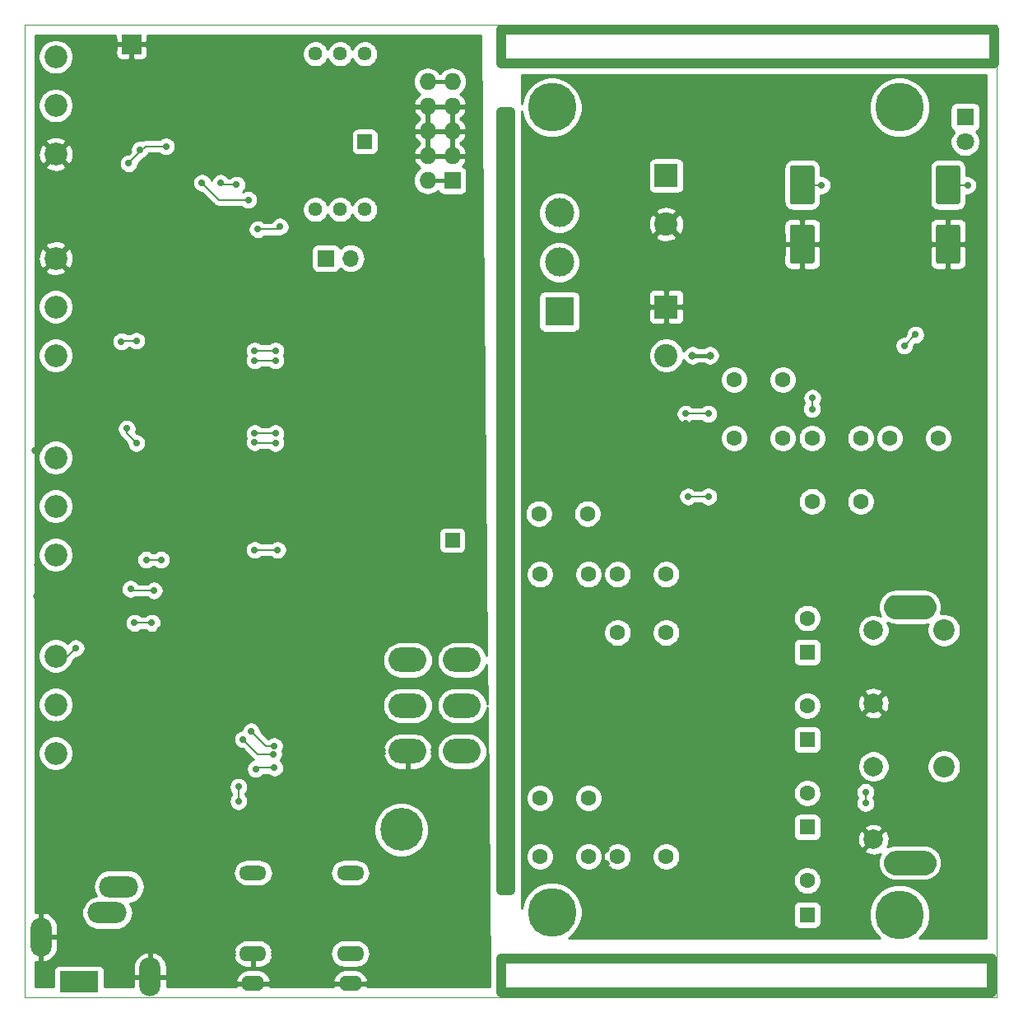
<source format=gbr>
%TF.GenerationSoftware,KiCad,Pcbnew,(5.1.0)-1*%
%TF.CreationDate,2019-09-28T12:36:14+02:00*%
%TF.ProjectId,KicadJE_AteOhAte,4b696361-644a-4455-9f41-74654f684174,rev?*%
%TF.SameCoordinates,Original*%
%TF.FileFunction,Copper,L1,Top*%
%TF.FilePolarity,Positive*%
%FSLAX46Y46*%
G04 Gerber Fmt 4.6, Leading zero omitted, Abs format (unit mm)*
G04 Created by KiCad (PCBNEW (5.1.0)-1) date 2019-09-28 12:36:14*
%MOMM*%
%LPD*%
G04 APERTURE LIST*
%ADD10C,1.000000*%
%ADD11C,0.050000*%
%ADD12C,0.002000*%
%ADD13C,1.440000*%
%ADD14O,1.700000X1.700000*%
%ADD15R,1.700000X1.700000*%
%ADD16O,2.800000X1.600000*%
%ADD17O,2.400000X1.600000*%
%ADD18O,2.800000X1.500000*%
%ADD19R,1.727200X1.727200*%
%ADD20O,1.727200X1.727200*%
%ADD21O,3.900000X2.500000*%
%ADD22O,2.200000X4.000000*%
%ADD23O,4.000000X2.200000*%
%ADD24R,4.000000X2.200000*%
%ADD25C,2.340000*%
%ADD26R,1.500000X1.500000*%
%ADD27R,2.000000X2.000000*%
%ADD28C,5.000000*%
%ADD29C,0.800000*%
%ADD30C,4.400000*%
%ADD31C,0.700000*%
%ADD32C,1.600000*%
%ADD33C,1.800000*%
%ADD34R,1.800000X1.800000*%
%ADD35C,2.200000*%
%ADD36C,2.000000*%
%ADD37O,4.800000X2.400000*%
%ADD38C,0.150000*%
%ADD39C,2.500000*%
%ADD40R,1.600000X1.600000*%
%ADD41C,2.400000*%
%ADD42R,2.400000X2.400000*%
%ADD43R,3.000000X3.000000*%
%ADD44C,3.000000*%
%ADD45C,0.400000*%
%ADD46C,0.254000*%
G04 APERTURE END LIST*
D10*
X149750000Y-50500000D02*
X149750000Y-54000000D01*
X99000000Y-50500000D02*
X99000000Y-54000000D01*
X99000000Y-54000000D02*
X149750000Y-54000000D01*
X99000000Y-50500000D02*
X149750000Y-50500000D01*
X99000000Y-146000000D02*
X149500000Y-146000000D01*
X99000000Y-149500000D02*
X149500000Y-149500000D01*
X149500000Y-146000000D02*
X149500000Y-149500000D01*
X99000000Y-146000000D02*
X99000000Y-149500000D01*
X99000000Y-59000000D02*
X100000000Y-59000000D01*
X99000000Y-139000000D02*
X100000000Y-139000000D01*
X100000000Y-59000000D02*
X100000000Y-139000000D01*
X99000000Y-59000000D02*
X99000000Y-139000000D01*
D11*
X50000000Y-150000000D02*
X50000000Y-50000000D01*
X150000000Y-150000000D02*
X50000000Y-150000000D01*
X150000000Y-50000000D02*
X150000000Y-150000000D01*
X50000000Y-50000000D02*
X150000000Y-50000000D01*
D12*
G36*
X142525000Y-137349000D02*
G01*
X142713000Y-137334000D01*
X142896000Y-137290000D01*
X143069000Y-137218000D01*
X143230000Y-137120000D01*
X143373000Y-136998000D01*
X143495000Y-136855000D01*
X143593000Y-136694000D01*
X143665000Y-136521000D01*
X143709000Y-136338000D01*
X143724000Y-136150000D01*
X143709000Y-135962000D01*
X143665000Y-135779000D01*
X143593000Y-135606000D01*
X143495000Y-135445000D01*
X143373000Y-135302000D01*
X143230000Y-135180000D01*
X143069000Y-135082000D01*
X142896000Y-135010000D01*
X142713000Y-134966000D01*
X142525000Y-134951000D01*
X139625000Y-134951000D01*
X139437000Y-134966000D01*
X139254000Y-135010000D01*
X139081000Y-135082000D01*
X138920000Y-135180000D01*
X138777000Y-135302000D01*
X138655000Y-135445000D01*
X138557000Y-135606000D01*
X138485000Y-135779000D01*
X138441000Y-135962000D01*
X138426000Y-136150000D01*
X138441000Y-136338000D01*
X138485000Y-136521000D01*
X138557000Y-136694000D01*
X138655000Y-136855000D01*
X138777000Y-136998000D01*
X138920000Y-137120000D01*
X139081000Y-137218000D01*
X139254000Y-137290000D01*
X139437000Y-137334000D01*
X139625000Y-137349000D01*
X142525000Y-137349000D01*
G37*
X142525000Y-137349000D02*
X142713000Y-137334000D01*
X142896000Y-137290000D01*
X143069000Y-137218000D01*
X143230000Y-137120000D01*
X143373000Y-136998000D01*
X143495000Y-136855000D01*
X143593000Y-136694000D01*
X143665000Y-136521000D01*
X143709000Y-136338000D01*
X143724000Y-136150000D01*
X143709000Y-135962000D01*
X143665000Y-135779000D01*
X143593000Y-135606000D01*
X143495000Y-135445000D01*
X143373000Y-135302000D01*
X143230000Y-135180000D01*
X143069000Y-135082000D01*
X142896000Y-135010000D01*
X142713000Y-134966000D01*
X142525000Y-134951000D01*
X139625000Y-134951000D01*
X139437000Y-134966000D01*
X139254000Y-135010000D01*
X139081000Y-135082000D01*
X138920000Y-135180000D01*
X138777000Y-135302000D01*
X138655000Y-135445000D01*
X138557000Y-135606000D01*
X138485000Y-135779000D01*
X138441000Y-135962000D01*
X138426000Y-136150000D01*
X138441000Y-136338000D01*
X138485000Y-136521000D01*
X138557000Y-136694000D01*
X138655000Y-136855000D01*
X138777000Y-136998000D01*
X138920000Y-137120000D01*
X139081000Y-137218000D01*
X139254000Y-137290000D01*
X139437000Y-137334000D01*
X139625000Y-137349000D01*
X142525000Y-137349000D01*
G36*
X142525000Y-111049000D02*
G01*
X142713000Y-111034000D01*
X142896000Y-110990000D01*
X143069000Y-110918000D01*
X143230000Y-110820000D01*
X143373000Y-110698000D01*
X143495000Y-110555000D01*
X143593000Y-110394000D01*
X143665000Y-110221000D01*
X143709000Y-110038000D01*
X143724000Y-109850000D01*
X143709000Y-109662000D01*
X143665000Y-109479000D01*
X143593000Y-109306000D01*
X143495000Y-109145000D01*
X143373000Y-109002000D01*
X143230000Y-108880000D01*
X143069000Y-108782000D01*
X142896000Y-108710000D01*
X142713000Y-108666000D01*
X142525000Y-108651000D01*
X139625000Y-108651000D01*
X139437000Y-108666000D01*
X139254000Y-108710000D01*
X139081000Y-108782000D01*
X138920000Y-108880000D01*
X138777000Y-109002000D01*
X138655000Y-109145000D01*
X138557000Y-109306000D01*
X138485000Y-109479000D01*
X138441000Y-109662000D01*
X138426000Y-109850000D01*
X138441000Y-110038000D01*
X138485000Y-110221000D01*
X138557000Y-110394000D01*
X138655000Y-110555000D01*
X138777000Y-110698000D01*
X138920000Y-110820000D01*
X139081000Y-110918000D01*
X139254000Y-110990000D01*
X139437000Y-111034000D01*
X139625000Y-111049000D01*
X142525000Y-111049000D01*
G37*
X142525000Y-111049000D02*
X142713000Y-111034000D01*
X142896000Y-110990000D01*
X143069000Y-110918000D01*
X143230000Y-110820000D01*
X143373000Y-110698000D01*
X143495000Y-110555000D01*
X143593000Y-110394000D01*
X143665000Y-110221000D01*
X143709000Y-110038000D01*
X143724000Y-109850000D01*
X143709000Y-109662000D01*
X143665000Y-109479000D01*
X143593000Y-109306000D01*
X143495000Y-109145000D01*
X143373000Y-109002000D01*
X143230000Y-108880000D01*
X143069000Y-108782000D01*
X142896000Y-108710000D01*
X142713000Y-108666000D01*
X142525000Y-108651000D01*
X139625000Y-108651000D01*
X139437000Y-108666000D01*
X139254000Y-108710000D01*
X139081000Y-108782000D01*
X138920000Y-108880000D01*
X138777000Y-109002000D01*
X138655000Y-109145000D01*
X138557000Y-109306000D01*
X138485000Y-109479000D01*
X138441000Y-109662000D01*
X138426000Y-109850000D01*
X138441000Y-110038000D01*
X138485000Y-110221000D01*
X138557000Y-110394000D01*
X138655000Y-110555000D01*
X138777000Y-110698000D01*
X138920000Y-110820000D01*
X139081000Y-110918000D01*
X139254000Y-110990000D01*
X139437000Y-111034000D01*
X139625000Y-111049000D01*
X142525000Y-111049000D01*
D13*
X79920000Y-69000000D03*
X82460000Y-69000000D03*
X85000000Y-69000000D03*
X79920000Y-53000000D03*
X82460000Y-53000000D03*
X85000000Y-53000000D03*
D14*
X83540000Y-74000000D03*
D15*
X81000000Y-74000000D03*
D16*
X83500000Y-145480000D03*
D17*
X83500000Y-148580000D03*
D18*
X83500000Y-137180000D03*
D19*
X94000000Y-66000000D03*
D20*
X91460000Y-66000000D03*
X94000000Y-63460000D03*
X91460000Y-63460000D03*
X94000000Y-60920000D03*
X91460000Y-60920000D03*
X94000000Y-58380000D03*
X91460000Y-58380000D03*
X94000000Y-55840000D03*
X91460000Y-55840000D03*
D21*
X89412000Y-120000000D03*
X89412000Y-115300000D03*
X89412000Y-124700000D03*
X95000000Y-115300000D03*
X95000000Y-124700000D03*
X95000000Y-120000000D03*
D22*
X51700000Y-143800000D03*
D23*
X59700000Y-138600000D03*
X58500000Y-141300000D03*
D22*
X62900000Y-147900000D03*
D24*
X55600000Y-148400000D03*
D25*
X53200000Y-63300000D03*
X53200000Y-58300000D03*
X53200000Y-53300000D03*
X53200000Y-114900000D03*
X53200000Y-119900000D03*
X53200000Y-124900000D03*
X53200000Y-94500000D03*
X53200000Y-99500000D03*
X53200000Y-104500000D03*
X53200000Y-84000000D03*
X53200000Y-79000000D03*
X53200000Y-74000000D03*
D18*
X73500000Y-137180000D03*
D17*
X73500000Y-148580000D03*
D16*
X73500000Y-145480000D03*
D26*
X85000000Y-62000000D03*
D27*
X61000000Y-52000000D03*
D28*
X140000000Y-141500000D03*
D29*
X141875000Y-141500000D03*
X141325825Y-142825825D03*
X140000000Y-143375000D03*
X138674175Y-142825825D03*
X138125000Y-141500000D03*
X138674175Y-140174175D03*
X140000000Y-139625000D03*
X141325825Y-140174175D03*
X105575825Y-139924175D03*
X104250000Y-139375000D03*
X102924175Y-139924175D03*
X102375000Y-141250000D03*
X102924175Y-142575825D03*
X104250000Y-143125000D03*
X105575825Y-142575825D03*
X106125000Y-141250000D03*
D28*
X104250000Y-141250000D03*
D30*
X88750000Y-132750000D03*
D31*
X90400000Y-132750000D03*
X89916726Y-133916726D03*
X88750000Y-134400000D03*
X87583274Y-133916726D03*
X87100000Y-132750000D03*
X87583274Y-131583274D03*
X88750000Y-131100000D03*
X89916726Y-131583274D03*
D29*
X141325825Y-57174175D03*
X140000000Y-56625000D03*
X138674175Y-57174175D03*
X138125000Y-58500000D03*
X138674175Y-59825825D03*
X140000000Y-60375000D03*
X141325825Y-59825825D03*
X141875000Y-58500000D03*
D28*
X140000000Y-58500000D03*
X104250000Y-58500000D03*
D29*
X106125000Y-58500000D03*
X105575825Y-59825825D03*
X104250000Y-60375000D03*
X102924175Y-59825825D03*
X102375000Y-58500000D03*
X102924175Y-57174175D03*
X104250000Y-56625000D03*
X105575825Y-57174175D03*
D26*
X94000000Y-103000000D03*
D32*
X111000000Y-106500000D03*
X116000000Y-106500000D03*
X108000000Y-106500000D03*
X103000000Y-106500000D03*
X111000000Y-112500000D03*
X116000000Y-112500000D03*
X107893182Y-100250000D03*
X102893182Y-100250000D03*
X123000000Y-86500000D03*
X128000000Y-86500000D03*
X128000000Y-92500000D03*
X123000000Y-92500000D03*
X103000000Y-129500000D03*
X108000000Y-129500000D03*
X116000000Y-135500000D03*
X111000000Y-135500000D03*
X103000000Y-135500000D03*
X108000000Y-135500000D03*
X136000000Y-99000000D03*
X131000000Y-99000000D03*
X139000000Y-92500000D03*
X144000000Y-92500000D03*
X136000000Y-92500000D03*
X131000000Y-92500000D03*
D33*
X146750000Y-62040000D03*
D34*
X146750000Y-59500000D03*
D35*
X144575000Y-126250000D03*
D36*
X137325000Y-126250000D03*
X137325000Y-133750000D03*
D37*
X141075000Y-136150000D03*
D35*
X144575000Y-112250000D03*
D36*
X137325000Y-112250000D03*
X137325000Y-119750000D03*
D37*
X141075000Y-109850000D03*
D38*
G36*
X131024504Y-70551204D02*
G01*
X131048773Y-70554804D01*
X131072571Y-70560765D01*
X131095671Y-70569030D01*
X131117849Y-70579520D01*
X131138893Y-70592133D01*
X131158598Y-70606747D01*
X131176777Y-70623223D01*
X131193253Y-70641402D01*
X131207867Y-70661107D01*
X131220480Y-70682151D01*
X131230970Y-70704329D01*
X131239235Y-70727429D01*
X131245196Y-70751227D01*
X131248796Y-70775496D01*
X131250000Y-70800000D01*
X131250000Y-74300000D01*
X131248796Y-74324504D01*
X131245196Y-74348773D01*
X131239235Y-74372571D01*
X131230970Y-74395671D01*
X131220480Y-74417849D01*
X131207867Y-74438893D01*
X131193253Y-74458598D01*
X131176777Y-74476777D01*
X131158598Y-74493253D01*
X131138893Y-74507867D01*
X131117849Y-74520480D01*
X131095671Y-74530970D01*
X131072571Y-74539235D01*
X131048773Y-74545196D01*
X131024504Y-74548796D01*
X131000000Y-74550000D01*
X129000000Y-74550000D01*
X128975496Y-74548796D01*
X128951227Y-74545196D01*
X128927429Y-74539235D01*
X128904329Y-74530970D01*
X128882151Y-74520480D01*
X128861107Y-74507867D01*
X128841402Y-74493253D01*
X128823223Y-74476777D01*
X128806747Y-74458598D01*
X128792133Y-74438893D01*
X128779520Y-74417849D01*
X128769030Y-74395671D01*
X128760765Y-74372571D01*
X128754804Y-74348773D01*
X128751204Y-74324504D01*
X128750000Y-74300000D01*
X128750000Y-70800000D01*
X128751204Y-70775496D01*
X128754804Y-70751227D01*
X128760765Y-70727429D01*
X128769030Y-70704329D01*
X128779520Y-70682151D01*
X128792133Y-70661107D01*
X128806747Y-70641402D01*
X128823223Y-70623223D01*
X128841402Y-70606747D01*
X128861107Y-70592133D01*
X128882151Y-70579520D01*
X128904329Y-70569030D01*
X128927429Y-70560765D01*
X128951227Y-70554804D01*
X128975496Y-70551204D01*
X129000000Y-70550000D01*
X131000000Y-70550000D01*
X131024504Y-70551204D01*
X131024504Y-70551204D01*
G37*
D39*
X130000000Y-72550000D03*
D38*
G36*
X131024504Y-64451204D02*
G01*
X131048773Y-64454804D01*
X131072571Y-64460765D01*
X131095671Y-64469030D01*
X131117849Y-64479520D01*
X131138893Y-64492133D01*
X131158598Y-64506747D01*
X131176777Y-64523223D01*
X131193253Y-64541402D01*
X131207867Y-64561107D01*
X131220480Y-64582151D01*
X131230970Y-64604329D01*
X131239235Y-64627429D01*
X131245196Y-64651227D01*
X131248796Y-64675496D01*
X131250000Y-64700000D01*
X131250000Y-68200000D01*
X131248796Y-68224504D01*
X131245196Y-68248773D01*
X131239235Y-68272571D01*
X131230970Y-68295671D01*
X131220480Y-68317849D01*
X131207867Y-68338893D01*
X131193253Y-68358598D01*
X131176777Y-68376777D01*
X131158598Y-68393253D01*
X131138893Y-68407867D01*
X131117849Y-68420480D01*
X131095671Y-68430970D01*
X131072571Y-68439235D01*
X131048773Y-68445196D01*
X131024504Y-68448796D01*
X131000000Y-68450000D01*
X129000000Y-68450000D01*
X128975496Y-68448796D01*
X128951227Y-68445196D01*
X128927429Y-68439235D01*
X128904329Y-68430970D01*
X128882151Y-68420480D01*
X128861107Y-68407867D01*
X128841402Y-68393253D01*
X128823223Y-68376777D01*
X128806747Y-68358598D01*
X128792133Y-68338893D01*
X128779520Y-68317849D01*
X128769030Y-68295671D01*
X128760765Y-68272571D01*
X128754804Y-68248773D01*
X128751204Y-68224504D01*
X128750000Y-68200000D01*
X128750000Y-64700000D01*
X128751204Y-64675496D01*
X128754804Y-64651227D01*
X128760765Y-64627429D01*
X128769030Y-64604329D01*
X128779520Y-64582151D01*
X128792133Y-64561107D01*
X128806747Y-64541402D01*
X128823223Y-64523223D01*
X128841402Y-64506747D01*
X128861107Y-64492133D01*
X128882151Y-64479520D01*
X128904329Y-64469030D01*
X128927429Y-64460765D01*
X128951227Y-64454804D01*
X128975496Y-64451204D01*
X129000000Y-64450000D01*
X131000000Y-64450000D01*
X131024504Y-64451204D01*
X131024504Y-64451204D01*
G37*
D39*
X130000000Y-66450000D03*
D38*
G36*
X146024504Y-64451204D02*
G01*
X146048773Y-64454804D01*
X146072571Y-64460765D01*
X146095671Y-64469030D01*
X146117849Y-64479520D01*
X146138893Y-64492133D01*
X146158598Y-64506747D01*
X146176777Y-64523223D01*
X146193253Y-64541402D01*
X146207867Y-64561107D01*
X146220480Y-64582151D01*
X146230970Y-64604329D01*
X146239235Y-64627429D01*
X146245196Y-64651227D01*
X146248796Y-64675496D01*
X146250000Y-64700000D01*
X146250000Y-68200000D01*
X146248796Y-68224504D01*
X146245196Y-68248773D01*
X146239235Y-68272571D01*
X146230970Y-68295671D01*
X146220480Y-68317849D01*
X146207867Y-68338893D01*
X146193253Y-68358598D01*
X146176777Y-68376777D01*
X146158598Y-68393253D01*
X146138893Y-68407867D01*
X146117849Y-68420480D01*
X146095671Y-68430970D01*
X146072571Y-68439235D01*
X146048773Y-68445196D01*
X146024504Y-68448796D01*
X146000000Y-68450000D01*
X144000000Y-68450000D01*
X143975496Y-68448796D01*
X143951227Y-68445196D01*
X143927429Y-68439235D01*
X143904329Y-68430970D01*
X143882151Y-68420480D01*
X143861107Y-68407867D01*
X143841402Y-68393253D01*
X143823223Y-68376777D01*
X143806747Y-68358598D01*
X143792133Y-68338893D01*
X143779520Y-68317849D01*
X143769030Y-68295671D01*
X143760765Y-68272571D01*
X143754804Y-68248773D01*
X143751204Y-68224504D01*
X143750000Y-68200000D01*
X143750000Y-64700000D01*
X143751204Y-64675496D01*
X143754804Y-64651227D01*
X143760765Y-64627429D01*
X143769030Y-64604329D01*
X143779520Y-64582151D01*
X143792133Y-64561107D01*
X143806747Y-64541402D01*
X143823223Y-64523223D01*
X143841402Y-64506747D01*
X143861107Y-64492133D01*
X143882151Y-64479520D01*
X143904329Y-64469030D01*
X143927429Y-64460765D01*
X143951227Y-64454804D01*
X143975496Y-64451204D01*
X144000000Y-64450000D01*
X146000000Y-64450000D01*
X146024504Y-64451204D01*
X146024504Y-64451204D01*
G37*
D39*
X145000000Y-66450000D03*
D38*
G36*
X146024504Y-70551204D02*
G01*
X146048773Y-70554804D01*
X146072571Y-70560765D01*
X146095671Y-70569030D01*
X146117849Y-70579520D01*
X146138893Y-70592133D01*
X146158598Y-70606747D01*
X146176777Y-70623223D01*
X146193253Y-70641402D01*
X146207867Y-70661107D01*
X146220480Y-70682151D01*
X146230970Y-70704329D01*
X146239235Y-70727429D01*
X146245196Y-70751227D01*
X146248796Y-70775496D01*
X146250000Y-70800000D01*
X146250000Y-74300000D01*
X146248796Y-74324504D01*
X146245196Y-74348773D01*
X146239235Y-74372571D01*
X146230970Y-74395671D01*
X146220480Y-74417849D01*
X146207867Y-74438893D01*
X146193253Y-74458598D01*
X146176777Y-74476777D01*
X146158598Y-74493253D01*
X146138893Y-74507867D01*
X146117849Y-74520480D01*
X146095671Y-74530970D01*
X146072571Y-74539235D01*
X146048773Y-74545196D01*
X146024504Y-74548796D01*
X146000000Y-74550000D01*
X144000000Y-74550000D01*
X143975496Y-74548796D01*
X143951227Y-74545196D01*
X143927429Y-74539235D01*
X143904329Y-74530970D01*
X143882151Y-74520480D01*
X143861107Y-74507867D01*
X143841402Y-74493253D01*
X143823223Y-74476777D01*
X143806747Y-74458598D01*
X143792133Y-74438893D01*
X143779520Y-74417849D01*
X143769030Y-74395671D01*
X143760765Y-74372571D01*
X143754804Y-74348773D01*
X143751204Y-74324504D01*
X143750000Y-74300000D01*
X143750000Y-70800000D01*
X143751204Y-70775496D01*
X143754804Y-70751227D01*
X143760765Y-70727429D01*
X143769030Y-70704329D01*
X143779520Y-70682151D01*
X143792133Y-70661107D01*
X143806747Y-70641402D01*
X143823223Y-70623223D01*
X143841402Y-70606747D01*
X143861107Y-70592133D01*
X143882151Y-70579520D01*
X143904329Y-70569030D01*
X143927429Y-70560765D01*
X143951227Y-70554804D01*
X143975496Y-70551204D01*
X144000000Y-70550000D01*
X146000000Y-70550000D01*
X146024504Y-70551204D01*
X146024504Y-70551204D01*
G37*
D39*
X145000000Y-72550000D03*
D40*
X130500000Y-123500000D03*
D32*
X130500000Y-120000000D03*
X130500000Y-138000000D03*
D40*
X130500000Y-141500000D03*
D32*
X130500000Y-111000000D03*
D40*
X130500000Y-114500000D03*
X130500000Y-132500000D03*
D32*
X130500000Y-129000000D03*
D41*
X116000000Y-70500000D03*
D42*
X116000000Y-65500000D03*
X116000000Y-79000000D03*
D41*
X116000000Y-84000000D03*
D43*
X105000000Y-79500000D03*
D44*
X105000000Y-74420000D03*
X105000000Y-69340000D03*
D31*
X64548373Y-62500000D03*
X60699999Y-64250000D03*
X61849999Y-62839340D03*
D29*
X69653186Y-76846814D03*
D31*
X72987500Y-54987500D03*
X73000000Y-62000000D03*
D29*
X77000000Y-82000000D03*
X89250000Y-80750000D03*
X83250000Y-95770000D03*
X82750000Y-94420000D03*
X72000000Y-81750000D03*
X68646814Y-78103186D03*
X76000000Y-81000000D03*
X75849990Y-76750000D03*
X74249990Y-76750000D03*
X63175001Y-68175001D03*
X60500000Y-68250000D03*
X58325000Y-60872320D03*
X60338182Y-58411818D03*
X64750000Y-52250000D03*
X63000000Y-73000000D03*
X61949999Y-73000000D03*
X60500000Y-73000000D03*
X71250000Y-104750000D03*
X71250000Y-103250000D03*
X77250000Y-103250000D03*
X77250000Y-104750000D03*
X65500000Y-103250000D03*
X65500000Y-104750000D03*
X60250000Y-95000000D03*
X55250000Y-132250000D03*
X60000000Y-132250000D03*
X51500000Y-140500000D03*
X55000000Y-140500000D03*
X69050000Y-136200000D03*
X71500000Y-118750000D03*
X64000000Y-112250000D03*
X60250000Y-116000000D03*
X53250000Y-122000000D03*
X51250000Y-108750000D03*
X51500000Y-82500000D03*
X51500000Y-75500000D03*
X51500000Y-51750000D03*
X57000000Y-57000000D03*
D31*
X93750000Y-83500000D03*
X97000000Y-91500000D03*
X97000000Y-99500000D03*
X83250000Y-87750000D03*
X88500000Y-99000000D03*
X88500000Y-104000000D03*
X95750000Y-105750000D03*
X92250000Y-113250000D03*
X80000000Y-107750000D03*
X68500000Y-126500000D03*
X60250000Y-126500000D03*
X78000000Y-68250000D03*
X89250000Y-51500000D03*
X109000000Y-98000000D03*
X110000000Y-100000000D03*
X118000000Y-91000000D03*
X139250000Y-81750000D03*
X147500000Y-94750000D03*
X147500000Y-85000000D03*
X147500000Y-80250000D03*
X130500000Y-80000000D03*
X130000000Y-75250000D03*
X145000000Y-75250000D03*
X124500000Y-81750000D03*
X122250000Y-81750000D03*
X118750000Y-81750000D03*
X118750000Y-85500000D03*
X120500000Y-85500000D03*
X130750000Y-94250000D03*
X128000000Y-94250000D03*
X125250000Y-104000000D03*
X129250000Y-100250000D03*
X120750000Y-106500000D03*
X118250000Y-106500000D03*
X118250000Y-115500000D03*
X120750000Y-115500000D03*
X109500000Y-103750000D03*
X109500000Y-109250000D03*
X109500000Y-115500000D03*
D29*
X116750000Y-123750000D03*
X124750000Y-131750000D03*
X124750000Y-129750000D03*
X117750000Y-122750000D03*
X110250000Y-127500000D03*
X110250000Y-130250000D03*
X109750000Y-134750000D03*
X109750000Y-136250000D03*
X109750000Y-138750000D03*
X109750000Y-132500000D03*
X135250000Y-132750000D03*
X139250000Y-113000000D03*
X131750000Y-117000000D03*
X131750000Y-126500000D03*
X104750000Y-87750000D03*
X108500000Y-87750000D03*
X112000000Y-96250000D03*
X140250000Y-84500000D03*
X134000000Y-60000000D03*
X135750000Y-58250000D03*
X133000000Y-58000000D03*
X112000000Y-57000000D03*
D31*
X109750000Y-56250000D03*
X109250000Y-62250000D03*
X118500000Y-74750000D03*
X120750000Y-74750000D03*
X123250000Y-74000000D03*
X124500000Y-72750000D03*
X129000000Y-107750000D03*
X126250000Y-107500000D03*
X133750000Y-97500000D03*
X132998364Y-107624950D03*
X142308051Y-96808051D03*
X134500000Y-106500000D03*
X90030338Y-68969662D03*
X86649990Y-63700000D03*
X96775000Y-76250000D03*
X87969662Y-69030338D03*
X95219662Y-76280338D03*
D29*
X88300000Y-61800000D03*
X76000000Y-87500000D03*
X73300000Y-87500000D03*
X65700000Y-72500000D03*
X51100000Y-93800000D03*
X51400000Y-105500000D03*
X65400000Y-125000000D03*
X84700000Y-129200000D03*
X86200000Y-129200000D03*
D31*
X81700000Y-107300000D03*
X85800000Y-90400000D03*
X96200000Y-100900000D03*
X77900000Y-71700000D03*
X84100000Y-63800000D03*
X88900000Y-54900000D03*
X86600000Y-52300000D03*
D29*
X64900000Y-57400000D03*
X76200000Y-111900000D03*
X73100000Y-112000000D03*
D31*
X120400000Y-91300000D03*
X129200000Y-104400000D03*
X120800000Y-100900000D03*
X114900000Y-122600000D03*
X112500000Y-120549977D03*
D29*
X124600000Y-134400000D03*
X102200000Y-132000000D03*
X118699990Y-84000000D03*
X120500000Y-84000000D03*
D31*
X132000000Y-66500000D03*
X141639959Y-81860041D03*
X140500000Y-83000000D03*
X131037174Y-88349989D03*
X131000000Y-89500000D03*
X75799990Y-84500000D03*
X73650000Y-84500000D03*
X75799990Y-93000000D03*
X73650000Y-92918053D03*
X61500000Y-93000010D03*
X60500000Y-91500000D03*
X75575000Y-125000000D03*
X72469669Y-123469669D03*
X61299999Y-111500000D03*
X55254087Y-114084086D03*
X63075024Y-111500000D03*
X73969662Y-71030338D03*
X76249998Y-70750000D03*
X75799990Y-92000000D03*
X73650000Y-92000000D03*
X75659012Y-124154161D03*
X73295582Y-122643756D03*
X63299990Y-108159088D03*
X60900000Y-108000000D03*
X94000000Y-102999992D03*
X76000000Y-104000000D03*
X73649960Y-104000000D03*
X64025000Y-105000000D03*
X62500000Y-105000000D03*
X75799990Y-83500000D03*
X73650000Y-83500000D03*
X61506587Y-82493413D03*
X59943413Y-82556587D03*
X85000000Y-62000000D03*
X68250000Y-66250000D03*
X73000000Y-68000000D03*
X71795703Y-66454297D03*
X70155000Y-66250000D03*
X72000000Y-129830001D03*
X72000000Y-128330001D03*
X75694087Y-126380913D03*
X73774989Y-126500000D03*
X120350011Y-98500000D03*
X118250000Y-98500000D03*
X147000000Y-66500000D03*
X136500000Y-128875000D03*
X136500000Y-130025000D03*
X118000000Y-90000000D03*
X120350011Y-90000000D03*
D38*
X64500000Y-62500000D02*
X64548373Y-62500000D01*
X64548373Y-62500000D02*
X62449999Y-62500000D01*
X61975000Y-62964341D02*
X61849999Y-62839340D01*
X61975000Y-62975000D02*
X61975000Y-62964341D01*
X61975000Y-62975000D02*
X60699999Y-64250000D01*
X62449999Y-62500000D02*
X61975000Y-62975000D01*
D45*
X91460000Y-58380000D02*
X91460000Y-60920000D01*
X91460000Y-60920000D02*
X91460000Y-63460000D01*
X94000000Y-63460000D02*
X94000000Y-60920000D01*
X94000000Y-60920000D02*
X94000000Y-58380000D01*
X83250000Y-95770000D02*
X83250000Y-94920000D01*
X83250000Y-94920000D02*
X82750000Y-94420000D01*
X77000000Y-82000000D02*
X72250000Y-82000000D01*
X72250000Y-82000000D02*
X72000000Y-81750000D01*
X68646814Y-77853186D02*
X69653186Y-76846814D01*
X68646814Y-78103186D02*
X68646814Y-77853186D01*
X77000000Y-82000000D02*
X76000000Y-81000000D01*
X75849990Y-76750000D02*
X74249990Y-76750000D01*
X63175001Y-68175001D02*
X60574999Y-68175001D01*
X60574999Y-68175001D02*
X60500000Y-68250000D01*
X58325000Y-60872320D02*
X58325000Y-60425000D01*
X58325000Y-60425000D02*
X60338182Y-58411818D01*
X61000000Y-52000000D02*
X64500000Y-52000000D01*
X64500000Y-52000000D02*
X64750000Y-52250000D01*
X68646814Y-78103186D02*
X63543628Y-73000000D01*
X63543628Y-73000000D02*
X63000000Y-73000000D01*
X61949999Y-73000000D02*
X60500000Y-73000000D01*
X94000000Y-66000000D02*
X91460000Y-66000000D01*
X118699990Y-84000000D02*
X120500000Y-84000000D01*
X94000000Y-55840000D02*
X91460000Y-55840000D01*
D38*
X130050000Y-66500000D02*
X130000000Y-66450000D01*
X132000000Y-66500000D02*
X130050000Y-66500000D01*
X141639959Y-81860041D02*
X140500000Y-83000000D01*
X131000000Y-89500000D02*
X131000000Y-88387163D01*
X131000000Y-88387163D02*
X131037174Y-88349989D01*
X75799990Y-84500000D02*
X73650000Y-84500000D01*
X75799990Y-93000000D02*
X73731947Y-93000000D01*
X73731947Y-93000000D02*
X73650000Y-92918053D01*
X61500000Y-93000010D02*
X60500000Y-92000010D01*
X60500000Y-92000010D02*
X60500000Y-91500000D01*
X75575000Y-125000000D02*
X74000000Y-125000000D01*
X74000000Y-125000000D02*
X72469669Y-123469669D01*
X54438173Y-114900000D02*
X53200000Y-114900000D01*
X55254087Y-114084086D02*
X54438173Y-114900000D01*
X61299999Y-111500000D02*
X63075024Y-111500000D01*
X73969662Y-71030338D02*
X75969660Y-71030338D01*
X75969660Y-71030338D02*
X76249998Y-70750000D01*
X75799990Y-92000000D02*
X73650000Y-92000000D01*
X75659012Y-124154161D02*
X74805987Y-124154161D01*
X74805987Y-124154161D02*
X73295582Y-122643756D01*
X63299990Y-108159088D02*
X61059088Y-108159088D01*
X61059088Y-108159088D02*
X60900000Y-108000000D01*
X76000000Y-104000000D02*
X73649960Y-104000000D01*
X64025000Y-105000000D02*
X62500000Y-105000000D01*
X75799990Y-83500000D02*
X73650000Y-83500000D01*
X61506587Y-82493413D02*
X60006587Y-82493413D01*
X60006587Y-82493413D02*
X59943413Y-82556587D01*
X72505026Y-68000000D02*
X73000000Y-68000000D01*
X68250000Y-66250000D02*
X70000000Y-68000000D01*
X70000000Y-68000000D02*
X72505026Y-68000000D01*
X71795703Y-66454297D02*
X70359297Y-66454297D01*
X70359297Y-66454297D02*
X70155000Y-66250000D01*
X72000000Y-129830001D02*
X72000000Y-128330001D01*
X75694087Y-126380913D02*
X73894076Y-126380913D01*
X73894076Y-126380913D02*
X73774989Y-126500000D01*
X120350011Y-98500000D02*
X118250000Y-98500000D01*
X145050000Y-66500000D02*
X145000000Y-66450000D01*
X147000000Y-66500000D02*
X145050000Y-66500000D01*
X136500000Y-128875000D02*
X136500000Y-130025000D01*
X118000000Y-90000000D02*
X120350011Y-90000000D01*
D46*
G36*
X59365000Y-51714250D02*
G01*
X59523750Y-51873000D01*
X60873000Y-51873000D01*
X60873000Y-51853000D01*
X61127000Y-51853000D01*
X61127000Y-51873000D01*
X62476250Y-51873000D01*
X62635000Y-51714250D01*
X62637526Y-51127000D01*
X96874290Y-51127000D01*
X97524219Y-114820020D01*
X97449939Y-114575152D01*
X97274903Y-114247683D01*
X97039345Y-113960655D01*
X96752317Y-113725097D01*
X96424848Y-113550061D01*
X96069524Y-113442275D01*
X95792597Y-113415000D01*
X94207403Y-113415000D01*
X93930476Y-113442275D01*
X93575152Y-113550061D01*
X93247683Y-113725097D01*
X92960655Y-113960655D01*
X92725097Y-114247683D01*
X92550061Y-114575152D01*
X92442275Y-114930476D01*
X92405880Y-115300000D01*
X92442275Y-115669524D01*
X92550061Y-116024848D01*
X92725097Y-116352317D01*
X92960655Y-116639345D01*
X93247683Y-116874903D01*
X93575152Y-117049939D01*
X93930476Y-117157725D01*
X94207403Y-117185000D01*
X95792597Y-117185000D01*
X96069524Y-117157725D01*
X96424848Y-117049939D01*
X96752317Y-116874903D01*
X97039345Y-116639345D01*
X97274903Y-116352317D01*
X97449939Y-116024848D01*
X97533695Y-115748739D01*
X97575106Y-119806944D01*
X97557725Y-119630476D01*
X97449939Y-119275152D01*
X97274903Y-118947683D01*
X97039345Y-118660655D01*
X96752317Y-118425097D01*
X96424848Y-118250061D01*
X96069524Y-118142275D01*
X95792597Y-118115000D01*
X94207403Y-118115000D01*
X93930476Y-118142275D01*
X93575152Y-118250061D01*
X93247683Y-118425097D01*
X92960655Y-118660655D01*
X92725097Y-118947683D01*
X92550061Y-119275152D01*
X92442275Y-119630476D01*
X92405880Y-120000000D01*
X92442275Y-120369524D01*
X92550061Y-120724848D01*
X92725097Y-121052317D01*
X92960655Y-121339345D01*
X93247683Y-121574903D01*
X93575152Y-121749939D01*
X93930476Y-121857725D01*
X94207403Y-121885000D01*
X95792597Y-121885000D01*
X96069524Y-121857725D01*
X96424848Y-121749939D01*
X96752317Y-121574903D01*
X97039345Y-121339345D01*
X97274903Y-121052317D01*
X97449939Y-120724848D01*
X97557725Y-120369524D01*
X97578676Y-120156808D01*
X97865001Y-148216658D01*
X97865001Y-148873000D01*
X85261116Y-148873000D01*
X85169915Y-148707000D01*
X83627000Y-148707000D01*
X83627000Y-148727000D01*
X83373000Y-148727000D01*
X83373000Y-148707000D01*
X81830085Y-148707000D01*
X81738884Y-148873000D01*
X75261116Y-148873000D01*
X75169915Y-148707000D01*
X73627000Y-148707000D01*
X73627000Y-148727000D01*
X73373000Y-148727000D01*
X73373000Y-148707000D01*
X71830085Y-148707000D01*
X71738884Y-148873000D01*
X64635000Y-148873000D01*
X64635000Y-148230961D01*
X71708096Y-148230961D01*
X71830085Y-148453000D01*
X73373000Y-148453000D01*
X73373000Y-148433000D01*
X73627000Y-148433000D01*
X73627000Y-148453000D01*
X75169915Y-148453000D01*
X75291904Y-148230961D01*
X81708096Y-148230961D01*
X81830085Y-148453000D01*
X83373000Y-148453000D01*
X83373000Y-148433000D01*
X83627000Y-148433000D01*
X83627000Y-148453000D01*
X85169915Y-148453000D01*
X85291904Y-148230961D01*
X85274367Y-148148182D01*
X85163715Y-147888354D01*
X85004500Y-147655105D01*
X84802839Y-147457399D01*
X84566483Y-147302834D01*
X84304514Y-147197350D01*
X84027000Y-147145000D01*
X82973000Y-147145000D01*
X82695486Y-147197350D01*
X82433517Y-147302834D01*
X82197161Y-147457399D01*
X81995500Y-147655105D01*
X81836285Y-147888354D01*
X81725633Y-148148182D01*
X81708096Y-148230961D01*
X75291904Y-148230961D01*
X75274367Y-148148182D01*
X75163715Y-147888354D01*
X75004500Y-147655105D01*
X74802839Y-147457399D01*
X74566483Y-147302834D01*
X74304514Y-147197350D01*
X74027000Y-147145000D01*
X72973000Y-147145000D01*
X72695486Y-147197350D01*
X72433517Y-147302834D01*
X72197161Y-147457399D01*
X71995500Y-147655105D01*
X71836285Y-147888354D01*
X71725633Y-148148182D01*
X71708096Y-148230961D01*
X64635000Y-148230961D01*
X64635000Y-148027000D01*
X63027000Y-148027000D01*
X63027000Y-148047000D01*
X62773000Y-148047000D01*
X62773000Y-148027000D01*
X61165000Y-148027000D01*
X61165000Y-148873000D01*
X58238072Y-148873000D01*
X58238072Y-147300000D01*
X58225812Y-147175518D01*
X58189502Y-147055820D01*
X58130537Y-146945506D01*
X58071034Y-146873000D01*
X61165000Y-146873000D01*
X61165000Y-147773000D01*
X62773000Y-147773000D01*
X62773000Y-145428875D01*
X63027000Y-145428875D01*
X63027000Y-147773000D01*
X64635000Y-147773000D01*
X64635000Y-146873000D01*
X64576886Y-146536959D01*
X64454330Y-146218712D01*
X64272042Y-145930489D01*
X64037027Y-145683367D01*
X63758317Y-145486843D01*
X63456824Y-145352998D01*
X71465000Y-145352998D01*
X71465000Y-145607002D01*
X71630084Y-145607002D01*
X71508096Y-145829039D01*
X71525633Y-145911818D01*
X71636285Y-146171646D01*
X71795500Y-146404895D01*
X71997161Y-146602601D01*
X72233517Y-146757166D01*
X72495486Y-146862650D01*
X72773000Y-146915000D01*
X73373000Y-146915000D01*
X73373000Y-145607000D01*
X73353000Y-145607000D01*
X73353000Y-145353000D01*
X73373000Y-145353000D01*
X73373000Y-145333000D01*
X73627000Y-145333000D01*
X73627000Y-145353000D01*
X73647000Y-145353000D01*
X73647000Y-145607000D01*
X73627000Y-145607000D01*
X73627000Y-146915000D01*
X74227000Y-146915000D01*
X74504514Y-146862650D01*
X74766483Y-146757166D01*
X75002839Y-146602601D01*
X75204500Y-146404895D01*
X75363715Y-146171646D01*
X75474367Y-145911818D01*
X75491904Y-145829039D01*
X75369916Y-145607002D01*
X75535000Y-145607002D01*
X75535000Y-145480000D01*
X81458057Y-145480000D01*
X81485764Y-145761309D01*
X81567818Y-146031808D01*
X81701068Y-146281101D01*
X81880392Y-146499608D01*
X82098899Y-146678932D01*
X82348192Y-146812182D01*
X82618691Y-146894236D01*
X82829508Y-146915000D01*
X84170492Y-146915000D01*
X84381309Y-146894236D01*
X84651808Y-146812182D01*
X84901101Y-146678932D01*
X85119608Y-146499608D01*
X85298932Y-146281101D01*
X85432182Y-146031808D01*
X85514236Y-145761309D01*
X85541943Y-145480000D01*
X85514236Y-145198691D01*
X85432182Y-144928192D01*
X85298932Y-144678899D01*
X85119608Y-144460392D01*
X84901101Y-144281068D01*
X84651808Y-144147818D01*
X84381309Y-144065764D01*
X84170492Y-144045000D01*
X82829508Y-144045000D01*
X82618691Y-144065764D01*
X82348192Y-144147818D01*
X82098899Y-144281068D01*
X81880392Y-144460392D01*
X81701068Y-144678899D01*
X81567818Y-144928192D01*
X81485764Y-145198691D01*
X81458057Y-145480000D01*
X75535000Y-145480000D01*
X75535000Y-145352998D01*
X75369916Y-145352998D01*
X75491904Y-145130961D01*
X75474367Y-145048182D01*
X75363715Y-144788354D01*
X75204500Y-144555105D01*
X75002839Y-144357399D01*
X74766483Y-144202834D01*
X74504514Y-144097350D01*
X74227000Y-144045000D01*
X72773000Y-144045000D01*
X72495486Y-144097350D01*
X72233517Y-144202834D01*
X71997161Y-144357399D01*
X71795500Y-144555105D01*
X71636285Y-144788354D01*
X71525633Y-145048182D01*
X71508096Y-145130961D01*
X71630084Y-145352998D01*
X71465000Y-145352998D01*
X63456824Y-145352998D01*
X63446622Y-145348469D01*
X63296122Y-145310825D01*
X63027000Y-145428875D01*
X62773000Y-145428875D01*
X62503878Y-145310825D01*
X62353378Y-145348469D01*
X62041683Y-145486843D01*
X61762973Y-145683367D01*
X61527958Y-145930489D01*
X61345670Y-146218712D01*
X61223114Y-146536959D01*
X61165000Y-146873000D01*
X58071034Y-146873000D01*
X58051185Y-146848815D01*
X57954494Y-146769463D01*
X57844180Y-146710498D01*
X57724482Y-146674188D01*
X57600000Y-146661928D01*
X53600000Y-146661928D01*
X53475518Y-146674188D01*
X53355820Y-146710498D01*
X53245506Y-146769463D01*
X53148815Y-146848815D01*
X53069463Y-146945506D01*
X53010498Y-147055820D01*
X52974188Y-147175518D01*
X52961928Y-147300000D01*
X52961928Y-148873000D01*
X51127000Y-148873000D01*
X51127000Y-146339821D01*
X51153378Y-146351531D01*
X51303878Y-146389175D01*
X51573000Y-146271125D01*
X51573000Y-143927000D01*
X51827000Y-143927000D01*
X51827000Y-146271125D01*
X52096122Y-146389175D01*
X52246622Y-146351531D01*
X52558317Y-146213157D01*
X52837027Y-146016633D01*
X53072042Y-145769511D01*
X53254330Y-145481288D01*
X53376886Y-145163041D01*
X53435000Y-144827000D01*
X53435000Y-143927000D01*
X51827000Y-143927000D01*
X51573000Y-143927000D01*
X51553000Y-143927000D01*
X51553000Y-143673000D01*
X51573000Y-143673000D01*
X51573000Y-141328875D01*
X51827000Y-141328875D01*
X51827000Y-143673000D01*
X53435000Y-143673000D01*
X53435000Y-142773000D01*
X53376886Y-142436959D01*
X53254330Y-142118712D01*
X53072042Y-141830489D01*
X52837027Y-141583367D01*
X52558317Y-141386843D01*
X52362699Y-141300000D01*
X55856606Y-141300000D01*
X55890105Y-141640119D01*
X55989314Y-141967168D01*
X56150421Y-142268578D01*
X56367234Y-142532766D01*
X56631422Y-142749579D01*
X56932832Y-142910686D01*
X57259881Y-143009895D01*
X57514775Y-143035000D01*
X59485225Y-143035000D01*
X59740119Y-143009895D01*
X60067168Y-142910686D01*
X60368578Y-142749579D01*
X60632766Y-142532766D01*
X60849579Y-142268578D01*
X61010686Y-141967168D01*
X61109895Y-141640119D01*
X61143394Y-141300000D01*
X61109895Y-140959881D01*
X61010686Y-140632832D01*
X60849579Y-140331422D01*
X60840005Y-140319755D01*
X60940119Y-140309895D01*
X61267168Y-140210686D01*
X61568578Y-140049579D01*
X61832766Y-139832766D01*
X62049579Y-139568578D01*
X62210686Y-139267168D01*
X62309895Y-138940119D01*
X62343394Y-138600000D01*
X62309895Y-138259881D01*
X62210686Y-137932832D01*
X62049579Y-137631422D01*
X61832766Y-137367234D01*
X61604621Y-137180000D01*
X71458299Y-137180000D01*
X71485040Y-137451507D01*
X71564236Y-137712581D01*
X71692843Y-137953188D01*
X71865919Y-138164081D01*
X72076812Y-138337157D01*
X72317419Y-138465764D01*
X72578493Y-138544960D01*
X72781963Y-138565000D01*
X74218037Y-138565000D01*
X74421507Y-138544960D01*
X74682581Y-138465764D01*
X74923188Y-138337157D01*
X75134081Y-138164081D01*
X75307157Y-137953188D01*
X75435764Y-137712581D01*
X75514960Y-137451507D01*
X75541701Y-137180000D01*
X81458299Y-137180000D01*
X81485040Y-137451507D01*
X81564236Y-137712581D01*
X81692843Y-137953188D01*
X81865919Y-138164081D01*
X82076812Y-138337157D01*
X82317419Y-138465764D01*
X82578493Y-138544960D01*
X82781963Y-138565000D01*
X84218037Y-138565000D01*
X84421507Y-138544960D01*
X84682581Y-138465764D01*
X84923188Y-138337157D01*
X85134081Y-138164081D01*
X85307157Y-137953188D01*
X85435764Y-137712581D01*
X85514960Y-137451507D01*
X85541701Y-137180000D01*
X85514960Y-136908493D01*
X85435764Y-136647419D01*
X85307157Y-136406812D01*
X85134081Y-136195919D01*
X84923188Y-136022843D01*
X84682581Y-135894236D01*
X84421507Y-135815040D01*
X84218037Y-135795000D01*
X82781963Y-135795000D01*
X82578493Y-135815040D01*
X82317419Y-135894236D01*
X82076812Y-136022843D01*
X81865919Y-136195919D01*
X81692843Y-136406812D01*
X81564236Y-136647419D01*
X81485040Y-136908493D01*
X81458299Y-137180000D01*
X75541701Y-137180000D01*
X75514960Y-136908493D01*
X75435764Y-136647419D01*
X75307157Y-136406812D01*
X75134081Y-136195919D01*
X74923188Y-136022843D01*
X74682581Y-135894236D01*
X74421507Y-135815040D01*
X74218037Y-135795000D01*
X72781963Y-135795000D01*
X72578493Y-135815040D01*
X72317419Y-135894236D01*
X72076812Y-136022843D01*
X71865919Y-136195919D01*
X71692843Y-136406812D01*
X71564236Y-136647419D01*
X71485040Y-136908493D01*
X71458299Y-137180000D01*
X61604621Y-137180000D01*
X61568578Y-137150421D01*
X61267168Y-136989314D01*
X60940119Y-136890105D01*
X60685225Y-136865000D01*
X58714775Y-136865000D01*
X58459881Y-136890105D01*
X58132832Y-136989314D01*
X57831422Y-137150421D01*
X57567234Y-137367234D01*
X57350421Y-137631422D01*
X57189314Y-137932832D01*
X57090105Y-138259881D01*
X57056606Y-138600000D01*
X57090105Y-138940119D01*
X57189314Y-139267168D01*
X57350421Y-139568578D01*
X57359995Y-139580245D01*
X57259881Y-139590105D01*
X56932832Y-139689314D01*
X56631422Y-139850421D01*
X56367234Y-140067234D01*
X56150421Y-140331422D01*
X55989314Y-140632832D01*
X55890105Y-140959881D01*
X55856606Y-141300000D01*
X52362699Y-141300000D01*
X52246622Y-141248469D01*
X52096122Y-141210825D01*
X51827000Y-141328875D01*
X51573000Y-141328875D01*
X51303878Y-141210825D01*
X51153378Y-141248469D01*
X51127000Y-141260179D01*
X51127000Y-132470777D01*
X85915000Y-132470777D01*
X85915000Y-133029223D01*
X86023948Y-133576939D01*
X86237656Y-134092876D01*
X86547912Y-134557207D01*
X86942793Y-134952088D01*
X87407124Y-135262344D01*
X87923061Y-135476052D01*
X88470777Y-135585000D01*
X89029223Y-135585000D01*
X89576939Y-135476052D01*
X90092876Y-135262344D01*
X90557207Y-134952088D01*
X90952088Y-134557207D01*
X91262344Y-134092876D01*
X91476052Y-133576939D01*
X91585000Y-133029223D01*
X91585000Y-132470777D01*
X91476052Y-131923061D01*
X91262344Y-131407124D01*
X90952088Y-130942793D01*
X90557207Y-130547912D01*
X90092876Y-130237656D01*
X89576939Y-130023948D01*
X89029223Y-129915000D01*
X88470777Y-129915000D01*
X87923061Y-130023948D01*
X87407124Y-130237656D01*
X86942793Y-130547912D01*
X86547912Y-130942793D01*
X86237656Y-131407124D01*
X86023948Y-131923061D01*
X85915000Y-132470777D01*
X51127000Y-132470777D01*
X51127000Y-128232987D01*
X71015000Y-128232987D01*
X71015000Y-128427015D01*
X71052853Y-128617315D01*
X71127104Y-128796573D01*
X71234901Y-128957902D01*
X71290001Y-129013002D01*
X71290000Y-129147001D01*
X71234901Y-129202100D01*
X71127104Y-129363429D01*
X71052853Y-129542687D01*
X71015000Y-129732987D01*
X71015000Y-129927015D01*
X71052853Y-130117315D01*
X71127104Y-130296573D01*
X71234901Y-130457902D01*
X71372099Y-130595100D01*
X71533428Y-130702897D01*
X71712686Y-130777148D01*
X71902986Y-130815001D01*
X72097014Y-130815001D01*
X72287314Y-130777148D01*
X72466572Y-130702897D01*
X72627901Y-130595100D01*
X72765099Y-130457902D01*
X72872896Y-130296573D01*
X72947147Y-130117315D01*
X72985000Y-129927015D01*
X72985000Y-129732987D01*
X72947147Y-129542687D01*
X72872896Y-129363429D01*
X72765099Y-129202100D01*
X72710000Y-129147001D01*
X72710000Y-129013001D01*
X72765099Y-128957902D01*
X72872896Y-128796573D01*
X72947147Y-128617315D01*
X72985000Y-128427015D01*
X72985000Y-128232987D01*
X72947147Y-128042687D01*
X72872896Y-127863429D01*
X72765099Y-127702100D01*
X72627901Y-127564902D01*
X72466572Y-127457105D01*
X72287314Y-127382854D01*
X72097014Y-127345001D01*
X71902986Y-127345001D01*
X71712686Y-127382854D01*
X71533428Y-127457105D01*
X71372099Y-127564902D01*
X71234901Y-127702100D01*
X71127104Y-127863429D01*
X71052853Y-128042687D01*
X71015000Y-128232987D01*
X51127000Y-128232987D01*
X51127000Y-124722223D01*
X51395000Y-124722223D01*
X51395000Y-125077777D01*
X51464365Y-125426499D01*
X51600429Y-125754988D01*
X51797965Y-126050621D01*
X52049379Y-126302035D01*
X52345012Y-126499571D01*
X52673501Y-126635635D01*
X53022223Y-126705000D01*
X53377777Y-126705000D01*
X53726499Y-126635635D01*
X54054988Y-126499571D01*
X54350621Y-126302035D01*
X54602035Y-126050621D01*
X54799571Y-125754988D01*
X54935635Y-125426499D01*
X55005000Y-125077777D01*
X55005000Y-124722223D01*
X54935635Y-124373501D01*
X54799571Y-124045012D01*
X54602035Y-123749379D01*
X54350621Y-123497965D01*
X54163082Y-123372655D01*
X71484669Y-123372655D01*
X71484669Y-123566683D01*
X71522522Y-123756983D01*
X71596773Y-123936241D01*
X71704570Y-124097570D01*
X71841768Y-124234768D01*
X72003097Y-124342565D01*
X72182355Y-124416816D01*
X72372655Y-124454669D01*
X72450578Y-124454669D01*
X73473288Y-125477379D01*
X73495525Y-125504475D01*
X73541442Y-125542158D01*
X73487675Y-125552853D01*
X73308417Y-125627104D01*
X73147088Y-125734901D01*
X73009890Y-125872099D01*
X72902093Y-126033428D01*
X72827842Y-126212686D01*
X72789989Y-126402986D01*
X72789989Y-126597014D01*
X72827842Y-126787314D01*
X72902093Y-126966572D01*
X73009890Y-127127901D01*
X73147088Y-127265099D01*
X73308417Y-127372896D01*
X73487675Y-127447147D01*
X73677975Y-127485000D01*
X73872003Y-127485000D01*
X74062303Y-127447147D01*
X74241561Y-127372896D01*
X74402890Y-127265099D01*
X74540088Y-127127901D01*
X74564803Y-127090913D01*
X75011087Y-127090913D01*
X75066186Y-127146012D01*
X75227515Y-127253809D01*
X75406773Y-127328060D01*
X75597073Y-127365913D01*
X75791101Y-127365913D01*
X75981401Y-127328060D01*
X76160659Y-127253809D01*
X76321988Y-127146012D01*
X76459186Y-127008814D01*
X76566983Y-126847485D01*
X76641234Y-126668227D01*
X76679087Y-126477927D01*
X76679087Y-126283899D01*
X76641234Y-126093599D01*
X76566983Y-125914341D01*
X76459186Y-125753012D01*
X76337087Y-125630913D01*
X76340099Y-125627901D01*
X76447896Y-125466572D01*
X76522147Y-125287314D01*
X76560000Y-125097014D01*
X76560000Y-124902986D01*
X76522147Y-124712686D01*
X76502370Y-124664940D01*
X76531908Y-124620733D01*
X76551680Y-124572998D01*
X86827000Y-124572998D01*
X86827000Y-124827002D01*
X86990427Y-124827002D01*
X86874305Y-125119645D01*
X86921886Y-125304025D01*
X87074122Y-125641653D01*
X87289301Y-125943094D01*
X87559153Y-126196763D01*
X87873309Y-126392912D01*
X88219695Y-126524004D01*
X88585000Y-126585000D01*
X89285000Y-126585000D01*
X89285000Y-124827000D01*
X89265000Y-124827000D01*
X89265000Y-124573000D01*
X89285000Y-124573000D01*
X89285000Y-124553000D01*
X89539000Y-124553000D01*
X89539000Y-124573000D01*
X89559000Y-124573000D01*
X89559000Y-124827000D01*
X89539000Y-124827000D01*
X89539000Y-126585000D01*
X90239000Y-126585000D01*
X90604305Y-126524004D01*
X90950691Y-126392912D01*
X91264847Y-126196763D01*
X91534699Y-125943094D01*
X91749878Y-125641653D01*
X91902114Y-125304025D01*
X91949695Y-125119645D01*
X91833573Y-124827002D01*
X91997000Y-124827002D01*
X91997000Y-124700000D01*
X92405880Y-124700000D01*
X92442275Y-125069524D01*
X92550061Y-125424848D01*
X92725097Y-125752317D01*
X92960655Y-126039345D01*
X93247683Y-126274903D01*
X93575152Y-126449939D01*
X93930476Y-126557725D01*
X94207403Y-126585000D01*
X95792597Y-126585000D01*
X96069524Y-126557725D01*
X96424848Y-126449939D01*
X96752317Y-126274903D01*
X97039345Y-126039345D01*
X97274903Y-125752317D01*
X97449939Y-125424848D01*
X97557725Y-125069524D01*
X97594120Y-124700000D01*
X97557725Y-124330476D01*
X97449939Y-123975152D01*
X97274903Y-123647683D01*
X97039345Y-123360655D01*
X96752317Y-123125097D01*
X96424848Y-122950061D01*
X96069524Y-122842275D01*
X95792597Y-122815000D01*
X94207403Y-122815000D01*
X93930476Y-122842275D01*
X93575152Y-122950061D01*
X93247683Y-123125097D01*
X92960655Y-123360655D01*
X92725097Y-123647683D01*
X92550061Y-123975152D01*
X92442275Y-124330476D01*
X92405880Y-124700000D01*
X91997000Y-124700000D01*
X91997000Y-124572998D01*
X91833573Y-124572998D01*
X91949695Y-124280355D01*
X91902114Y-124095975D01*
X91749878Y-123758347D01*
X91534699Y-123456906D01*
X91264847Y-123203237D01*
X90950691Y-123007088D01*
X90604305Y-122875996D01*
X90239000Y-122815000D01*
X88585000Y-122815000D01*
X88219695Y-122875996D01*
X87873309Y-123007088D01*
X87559153Y-123203237D01*
X87289301Y-123456906D01*
X87074122Y-123758347D01*
X86921886Y-124095975D01*
X86874305Y-124280355D01*
X86990427Y-124572998D01*
X86827000Y-124572998D01*
X76551680Y-124572998D01*
X76606159Y-124441475D01*
X76644012Y-124251175D01*
X76644012Y-124057147D01*
X76606159Y-123866847D01*
X76531908Y-123687589D01*
X76424111Y-123526260D01*
X76286913Y-123389062D01*
X76125584Y-123281265D01*
X75946326Y-123207014D01*
X75756026Y-123169161D01*
X75561998Y-123169161D01*
X75371698Y-123207014D01*
X75192440Y-123281265D01*
X75039425Y-123383507D01*
X74280582Y-122624665D01*
X74280582Y-122546742D01*
X74242729Y-122356442D01*
X74168478Y-122177184D01*
X74060681Y-122015855D01*
X73923483Y-121878657D01*
X73762154Y-121770860D01*
X73582896Y-121696609D01*
X73392596Y-121658756D01*
X73198568Y-121658756D01*
X73008268Y-121696609D01*
X72829010Y-121770860D01*
X72667681Y-121878657D01*
X72530483Y-122015855D01*
X72422686Y-122177184D01*
X72348435Y-122356442D01*
X72320881Y-122494968D01*
X72182355Y-122522522D01*
X72003097Y-122596773D01*
X71841768Y-122704570D01*
X71704570Y-122841768D01*
X71596773Y-123003097D01*
X71522522Y-123182355D01*
X71484669Y-123372655D01*
X54163082Y-123372655D01*
X54054988Y-123300429D01*
X53726499Y-123164365D01*
X53377777Y-123095000D01*
X53022223Y-123095000D01*
X52673501Y-123164365D01*
X52345012Y-123300429D01*
X52049379Y-123497965D01*
X51797965Y-123749379D01*
X51600429Y-124045012D01*
X51464365Y-124373501D01*
X51395000Y-124722223D01*
X51127000Y-124722223D01*
X51127000Y-119722223D01*
X51395000Y-119722223D01*
X51395000Y-120077777D01*
X51464365Y-120426499D01*
X51600429Y-120754988D01*
X51797965Y-121050621D01*
X52049379Y-121302035D01*
X52345012Y-121499571D01*
X52673501Y-121635635D01*
X53022223Y-121705000D01*
X53377777Y-121705000D01*
X53726499Y-121635635D01*
X54054988Y-121499571D01*
X54350621Y-121302035D01*
X54602035Y-121050621D01*
X54799571Y-120754988D01*
X54935635Y-120426499D01*
X55005000Y-120077777D01*
X55005000Y-120000000D01*
X86817880Y-120000000D01*
X86854275Y-120369524D01*
X86962061Y-120724848D01*
X87137097Y-121052317D01*
X87372655Y-121339345D01*
X87659683Y-121574903D01*
X87987152Y-121749939D01*
X88342476Y-121857725D01*
X88619403Y-121885000D01*
X90204597Y-121885000D01*
X90481524Y-121857725D01*
X90836848Y-121749939D01*
X91164317Y-121574903D01*
X91451345Y-121339345D01*
X91686903Y-121052317D01*
X91861939Y-120724848D01*
X91969725Y-120369524D01*
X92006120Y-120000000D01*
X91969725Y-119630476D01*
X91861939Y-119275152D01*
X91686903Y-118947683D01*
X91451345Y-118660655D01*
X91164317Y-118425097D01*
X90836848Y-118250061D01*
X90481524Y-118142275D01*
X90204597Y-118115000D01*
X88619403Y-118115000D01*
X88342476Y-118142275D01*
X87987152Y-118250061D01*
X87659683Y-118425097D01*
X87372655Y-118660655D01*
X87137097Y-118947683D01*
X86962061Y-119275152D01*
X86854275Y-119630476D01*
X86817880Y-120000000D01*
X55005000Y-120000000D01*
X55005000Y-119722223D01*
X54935635Y-119373501D01*
X54799571Y-119045012D01*
X54602035Y-118749379D01*
X54350621Y-118497965D01*
X54054988Y-118300429D01*
X53726499Y-118164365D01*
X53377777Y-118095000D01*
X53022223Y-118095000D01*
X52673501Y-118164365D01*
X52345012Y-118300429D01*
X52049379Y-118497965D01*
X51797965Y-118749379D01*
X51600429Y-119045012D01*
X51464365Y-119373501D01*
X51395000Y-119722223D01*
X51127000Y-119722223D01*
X51127000Y-114722223D01*
X51395000Y-114722223D01*
X51395000Y-115077777D01*
X51464365Y-115426499D01*
X51600429Y-115754988D01*
X51797965Y-116050621D01*
X52049379Y-116302035D01*
X52345012Y-116499571D01*
X52673501Y-116635635D01*
X53022223Y-116705000D01*
X53377777Y-116705000D01*
X53726499Y-116635635D01*
X54054988Y-116499571D01*
X54350621Y-116302035D01*
X54602035Y-116050621D01*
X54799571Y-115754988D01*
X54935635Y-115426499D01*
X54939502Y-115407057D01*
X54942648Y-115404475D01*
X54964885Y-115377379D01*
X55042264Y-115300000D01*
X86817880Y-115300000D01*
X86854275Y-115669524D01*
X86962061Y-116024848D01*
X87137097Y-116352317D01*
X87372655Y-116639345D01*
X87659683Y-116874903D01*
X87987152Y-117049939D01*
X88342476Y-117157725D01*
X88619403Y-117185000D01*
X90204597Y-117185000D01*
X90481524Y-117157725D01*
X90836848Y-117049939D01*
X91164317Y-116874903D01*
X91451345Y-116639345D01*
X91686903Y-116352317D01*
X91861939Y-116024848D01*
X91969725Y-115669524D01*
X92006120Y-115300000D01*
X91969725Y-114930476D01*
X91861939Y-114575152D01*
X91686903Y-114247683D01*
X91451345Y-113960655D01*
X91164317Y-113725097D01*
X90836848Y-113550061D01*
X90481524Y-113442275D01*
X90204597Y-113415000D01*
X88619403Y-113415000D01*
X88342476Y-113442275D01*
X87987152Y-113550061D01*
X87659683Y-113725097D01*
X87372655Y-113960655D01*
X87137097Y-114247683D01*
X86962061Y-114575152D01*
X86854275Y-114930476D01*
X86817880Y-115300000D01*
X55042264Y-115300000D01*
X55273178Y-115069086D01*
X55351101Y-115069086D01*
X55541401Y-115031233D01*
X55720659Y-114956982D01*
X55881988Y-114849185D01*
X56019186Y-114711987D01*
X56126983Y-114550658D01*
X56201234Y-114371400D01*
X56239087Y-114181100D01*
X56239087Y-113987072D01*
X56201234Y-113796772D01*
X56126983Y-113617514D01*
X56019186Y-113456185D01*
X55881988Y-113318987D01*
X55720659Y-113211190D01*
X55541401Y-113136939D01*
X55351101Y-113099086D01*
X55157073Y-113099086D01*
X54966773Y-113136939D01*
X54787515Y-113211190D01*
X54626186Y-113318987D01*
X54488988Y-113456185D01*
X54416831Y-113564175D01*
X54350621Y-113497965D01*
X54054988Y-113300429D01*
X53726499Y-113164365D01*
X53377777Y-113095000D01*
X53022223Y-113095000D01*
X52673501Y-113164365D01*
X52345012Y-113300429D01*
X52049379Y-113497965D01*
X51797965Y-113749379D01*
X51600429Y-114045012D01*
X51464365Y-114373501D01*
X51395000Y-114722223D01*
X51127000Y-114722223D01*
X51127000Y-111402986D01*
X60314999Y-111402986D01*
X60314999Y-111597014D01*
X60352852Y-111787314D01*
X60427103Y-111966572D01*
X60534900Y-112127901D01*
X60672098Y-112265099D01*
X60833427Y-112372896D01*
X61012685Y-112447147D01*
X61202985Y-112485000D01*
X61397013Y-112485000D01*
X61587313Y-112447147D01*
X61766571Y-112372896D01*
X61927900Y-112265099D01*
X61982999Y-112210000D01*
X62392024Y-112210000D01*
X62447123Y-112265099D01*
X62608452Y-112372896D01*
X62787710Y-112447147D01*
X62978010Y-112485000D01*
X63172038Y-112485000D01*
X63362338Y-112447147D01*
X63541596Y-112372896D01*
X63702925Y-112265099D01*
X63840123Y-112127901D01*
X63947920Y-111966572D01*
X64022171Y-111787314D01*
X64060024Y-111597014D01*
X64060024Y-111402986D01*
X64022171Y-111212686D01*
X63947920Y-111033428D01*
X63840123Y-110872099D01*
X63702925Y-110734901D01*
X63541596Y-110627104D01*
X63362338Y-110552853D01*
X63172038Y-110515000D01*
X62978010Y-110515000D01*
X62787710Y-110552853D01*
X62608452Y-110627104D01*
X62447123Y-110734901D01*
X62392024Y-110790000D01*
X61982999Y-110790000D01*
X61927900Y-110734901D01*
X61766571Y-110627104D01*
X61587313Y-110552853D01*
X61397013Y-110515000D01*
X61202985Y-110515000D01*
X61012685Y-110552853D01*
X60833427Y-110627104D01*
X60672098Y-110734901D01*
X60534900Y-110872099D01*
X60427103Y-111033428D01*
X60352852Y-111212686D01*
X60314999Y-111402986D01*
X51127000Y-111402986D01*
X51127000Y-107902986D01*
X59915000Y-107902986D01*
X59915000Y-108097014D01*
X59952853Y-108287314D01*
X60027104Y-108466572D01*
X60134901Y-108627901D01*
X60272099Y-108765099D01*
X60433428Y-108872896D01*
X60612686Y-108947147D01*
X60802986Y-108985000D01*
X60997014Y-108985000D01*
X61187314Y-108947147D01*
X61366572Y-108872896D01*
X61372271Y-108869088D01*
X62616990Y-108869088D01*
X62672089Y-108924187D01*
X62833418Y-109031984D01*
X63012676Y-109106235D01*
X63202976Y-109144088D01*
X63397004Y-109144088D01*
X63587304Y-109106235D01*
X63766562Y-109031984D01*
X63927891Y-108924187D01*
X64065089Y-108786989D01*
X64172886Y-108625660D01*
X64247137Y-108446402D01*
X64284990Y-108256102D01*
X64284990Y-108062074D01*
X64247137Y-107871774D01*
X64172886Y-107692516D01*
X64065089Y-107531187D01*
X63927891Y-107393989D01*
X63766562Y-107286192D01*
X63587304Y-107211941D01*
X63397004Y-107174088D01*
X63202976Y-107174088D01*
X63012676Y-107211941D01*
X62833418Y-107286192D01*
X62672089Y-107393989D01*
X62616990Y-107449088D01*
X61716542Y-107449088D01*
X61665099Y-107372099D01*
X61527901Y-107234901D01*
X61366572Y-107127104D01*
X61187314Y-107052853D01*
X60997014Y-107015000D01*
X60802986Y-107015000D01*
X60612686Y-107052853D01*
X60433428Y-107127104D01*
X60272099Y-107234901D01*
X60134901Y-107372099D01*
X60027104Y-107533428D01*
X59952853Y-107712686D01*
X59915000Y-107902986D01*
X51127000Y-107902986D01*
X51127000Y-104322223D01*
X51395000Y-104322223D01*
X51395000Y-104677777D01*
X51464365Y-105026499D01*
X51600429Y-105354988D01*
X51797965Y-105650621D01*
X52049379Y-105902035D01*
X52345012Y-106099571D01*
X52673501Y-106235635D01*
X53022223Y-106305000D01*
X53377777Y-106305000D01*
X53726499Y-106235635D01*
X54054988Y-106099571D01*
X54350621Y-105902035D01*
X54602035Y-105650621D01*
X54799571Y-105354988D01*
X54935635Y-105026499D01*
X54960203Y-104902986D01*
X61515000Y-104902986D01*
X61515000Y-105097014D01*
X61552853Y-105287314D01*
X61627104Y-105466572D01*
X61734901Y-105627901D01*
X61872099Y-105765099D01*
X62033428Y-105872896D01*
X62212686Y-105947147D01*
X62402986Y-105985000D01*
X62597014Y-105985000D01*
X62787314Y-105947147D01*
X62966572Y-105872896D01*
X63127901Y-105765099D01*
X63183000Y-105710000D01*
X63342000Y-105710000D01*
X63397099Y-105765099D01*
X63558428Y-105872896D01*
X63737686Y-105947147D01*
X63927986Y-105985000D01*
X64122014Y-105985000D01*
X64312314Y-105947147D01*
X64491572Y-105872896D01*
X64652901Y-105765099D01*
X64790099Y-105627901D01*
X64897896Y-105466572D01*
X64972147Y-105287314D01*
X65010000Y-105097014D01*
X65010000Y-104902986D01*
X64972147Y-104712686D01*
X64897896Y-104533428D01*
X64790099Y-104372099D01*
X64652901Y-104234901D01*
X64491572Y-104127104D01*
X64312314Y-104052853D01*
X64122014Y-104015000D01*
X63927986Y-104015000D01*
X63737686Y-104052853D01*
X63558428Y-104127104D01*
X63397099Y-104234901D01*
X63342000Y-104290000D01*
X63183000Y-104290000D01*
X63127901Y-104234901D01*
X62966572Y-104127104D01*
X62787314Y-104052853D01*
X62597014Y-104015000D01*
X62402986Y-104015000D01*
X62212686Y-104052853D01*
X62033428Y-104127104D01*
X61872099Y-104234901D01*
X61734901Y-104372099D01*
X61627104Y-104533428D01*
X61552853Y-104712686D01*
X61515000Y-104902986D01*
X54960203Y-104902986D01*
X55005000Y-104677777D01*
X55005000Y-104322223D01*
X54935635Y-103973501D01*
X54906427Y-103902986D01*
X72664960Y-103902986D01*
X72664960Y-104097014D01*
X72702813Y-104287314D01*
X72777064Y-104466572D01*
X72884861Y-104627901D01*
X73022059Y-104765099D01*
X73183388Y-104872896D01*
X73362646Y-104947147D01*
X73552946Y-104985000D01*
X73746974Y-104985000D01*
X73937274Y-104947147D01*
X74116532Y-104872896D01*
X74277861Y-104765099D01*
X74332960Y-104710000D01*
X75317000Y-104710000D01*
X75372099Y-104765099D01*
X75533428Y-104872896D01*
X75712686Y-104947147D01*
X75902986Y-104985000D01*
X76097014Y-104985000D01*
X76287314Y-104947147D01*
X76466572Y-104872896D01*
X76627901Y-104765099D01*
X76765099Y-104627901D01*
X76872896Y-104466572D01*
X76947147Y-104287314D01*
X76985000Y-104097014D01*
X76985000Y-103902986D01*
X76947147Y-103712686D01*
X76872896Y-103533428D01*
X76765099Y-103372099D01*
X76627901Y-103234901D01*
X76466572Y-103127104D01*
X76287314Y-103052853D01*
X76097014Y-103015000D01*
X75902986Y-103015000D01*
X75712686Y-103052853D01*
X75533428Y-103127104D01*
X75372099Y-103234901D01*
X75317000Y-103290000D01*
X74332960Y-103290000D01*
X74277861Y-103234901D01*
X74116532Y-103127104D01*
X73937274Y-103052853D01*
X73746974Y-103015000D01*
X73552946Y-103015000D01*
X73362646Y-103052853D01*
X73183388Y-103127104D01*
X73022059Y-103234901D01*
X72884861Y-103372099D01*
X72777064Y-103533428D01*
X72702813Y-103712686D01*
X72664960Y-103902986D01*
X54906427Y-103902986D01*
X54799571Y-103645012D01*
X54602035Y-103349379D01*
X54350621Y-103097965D01*
X54054988Y-102900429D01*
X53726499Y-102764365D01*
X53377777Y-102695000D01*
X53022223Y-102695000D01*
X52673501Y-102764365D01*
X52345012Y-102900429D01*
X52049379Y-103097965D01*
X51797965Y-103349379D01*
X51600429Y-103645012D01*
X51464365Y-103973501D01*
X51395000Y-104322223D01*
X51127000Y-104322223D01*
X51127000Y-102250000D01*
X92611928Y-102250000D01*
X92611928Y-103750000D01*
X92624188Y-103874482D01*
X92660498Y-103994180D01*
X92719463Y-104104494D01*
X92798815Y-104201185D01*
X92895506Y-104280537D01*
X93005820Y-104339502D01*
X93125518Y-104375812D01*
X93250000Y-104388072D01*
X94750000Y-104388072D01*
X94874482Y-104375812D01*
X94994180Y-104339502D01*
X95104494Y-104280537D01*
X95201185Y-104201185D01*
X95280537Y-104104494D01*
X95339502Y-103994180D01*
X95375812Y-103874482D01*
X95388072Y-103750000D01*
X95388072Y-102250000D01*
X95375812Y-102125518D01*
X95339502Y-102005820D01*
X95280537Y-101895506D01*
X95201185Y-101798815D01*
X95104494Y-101719463D01*
X94994180Y-101660498D01*
X94874482Y-101624188D01*
X94750000Y-101611928D01*
X93250000Y-101611928D01*
X93125518Y-101624188D01*
X93005820Y-101660498D01*
X92895506Y-101719463D01*
X92798815Y-101798815D01*
X92719463Y-101895506D01*
X92660498Y-102005820D01*
X92624188Y-102125518D01*
X92611928Y-102250000D01*
X51127000Y-102250000D01*
X51127000Y-99322223D01*
X51395000Y-99322223D01*
X51395000Y-99677777D01*
X51464365Y-100026499D01*
X51600429Y-100354988D01*
X51797965Y-100650621D01*
X52049379Y-100902035D01*
X52345012Y-101099571D01*
X52673501Y-101235635D01*
X53022223Y-101305000D01*
X53377777Y-101305000D01*
X53726499Y-101235635D01*
X54054988Y-101099571D01*
X54350621Y-100902035D01*
X54602035Y-100650621D01*
X54799571Y-100354988D01*
X54935635Y-100026499D01*
X55005000Y-99677777D01*
X55005000Y-99322223D01*
X54935635Y-98973501D01*
X54799571Y-98645012D01*
X54602035Y-98349379D01*
X54350621Y-98097965D01*
X54054988Y-97900429D01*
X53726499Y-97764365D01*
X53377777Y-97695000D01*
X53022223Y-97695000D01*
X52673501Y-97764365D01*
X52345012Y-97900429D01*
X52049379Y-98097965D01*
X51797965Y-98349379D01*
X51600429Y-98645012D01*
X51464365Y-98973501D01*
X51395000Y-99322223D01*
X51127000Y-99322223D01*
X51127000Y-94322223D01*
X51395000Y-94322223D01*
X51395000Y-94677777D01*
X51464365Y-95026499D01*
X51600429Y-95354988D01*
X51797965Y-95650621D01*
X52049379Y-95902035D01*
X52345012Y-96099571D01*
X52673501Y-96235635D01*
X53022223Y-96305000D01*
X53377777Y-96305000D01*
X53726499Y-96235635D01*
X54054988Y-96099571D01*
X54350621Y-95902035D01*
X54602035Y-95650621D01*
X54799571Y-95354988D01*
X54935635Y-95026499D01*
X55005000Y-94677777D01*
X55005000Y-94322223D01*
X54935635Y-93973501D01*
X54799571Y-93645012D01*
X54602035Y-93349379D01*
X54350621Y-93097965D01*
X54054988Y-92900429D01*
X53726499Y-92764365D01*
X53377777Y-92695000D01*
X53022223Y-92695000D01*
X52673501Y-92764365D01*
X52345012Y-92900429D01*
X52049379Y-93097965D01*
X51797965Y-93349379D01*
X51600429Y-93645012D01*
X51464365Y-93973501D01*
X51395000Y-94322223D01*
X51127000Y-94322223D01*
X51127000Y-91402986D01*
X59515000Y-91402986D01*
X59515000Y-91597014D01*
X59552853Y-91787314D01*
X59627104Y-91966572D01*
X59734901Y-92127901D01*
X59823822Y-92216822D01*
X59840872Y-92273029D01*
X59906800Y-92396372D01*
X59995525Y-92504484D01*
X60022617Y-92526718D01*
X60515000Y-93019101D01*
X60515000Y-93097024D01*
X60552853Y-93287324D01*
X60627104Y-93466582D01*
X60734901Y-93627911D01*
X60872099Y-93765109D01*
X61033428Y-93872906D01*
X61212686Y-93947157D01*
X61402986Y-93985010D01*
X61597014Y-93985010D01*
X61787314Y-93947157D01*
X61966572Y-93872906D01*
X62127901Y-93765109D01*
X62265099Y-93627911D01*
X62372896Y-93466582D01*
X62447147Y-93287324D01*
X62485000Y-93097024D01*
X62485000Y-92902996D01*
X62447147Y-92712696D01*
X62372896Y-92533438D01*
X62265099Y-92372109D01*
X62127901Y-92234911D01*
X61966572Y-92127114D01*
X61787314Y-92052863D01*
X61597014Y-92015010D01*
X61519091Y-92015010D01*
X61407067Y-91902986D01*
X72665000Y-91902986D01*
X72665000Y-92097014D01*
X72702853Y-92287314D01*
X72773979Y-92459027D01*
X72702853Y-92630739D01*
X72665000Y-92821039D01*
X72665000Y-93015067D01*
X72702853Y-93205367D01*
X72777104Y-93384625D01*
X72884901Y-93545954D01*
X73022099Y-93683152D01*
X73183428Y-93790949D01*
X73362686Y-93865200D01*
X73552986Y-93903053D01*
X73747014Y-93903053D01*
X73937314Y-93865200D01*
X74116572Y-93790949D01*
X74237720Y-93710000D01*
X75116990Y-93710000D01*
X75172089Y-93765099D01*
X75333418Y-93872896D01*
X75512676Y-93947147D01*
X75702976Y-93985000D01*
X75897004Y-93985000D01*
X76087304Y-93947147D01*
X76266562Y-93872896D01*
X76427891Y-93765099D01*
X76565089Y-93627901D01*
X76672886Y-93466572D01*
X76747137Y-93287314D01*
X76784990Y-93097014D01*
X76784990Y-92902986D01*
X76747137Y-92712686D01*
X76672886Y-92533428D01*
X76650550Y-92500000D01*
X76672886Y-92466572D01*
X76747137Y-92287314D01*
X76784990Y-92097014D01*
X76784990Y-91902986D01*
X76747137Y-91712686D01*
X76672886Y-91533428D01*
X76565089Y-91372099D01*
X76427891Y-91234901D01*
X76266562Y-91127104D01*
X76087304Y-91052853D01*
X75897004Y-91015000D01*
X75702976Y-91015000D01*
X75512676Y-91052853D01*
X75333418Y-91127104D01*
X75172089Y-91234901D01*
X75116990Y-91290000D01*
X74333000Y-91290000D01*
X74277901Y-91234901D01*
X74116572Y-91127104D01*
X73937314Y-91052853D01*
X73747014Y-91015000D01*
X73552986Y-91015000D01*
X73362686Y-91052853D01*
X73183428Y-91127104D01*
X73022099Y-91234901D01*
X72884901Y-91372099D01*
X72777104Y-91533428D01*
X72702853Y-91712686D01*
X72665000Y-91902986D01*
X61407067Y-91902986D01*
X61401528Y-91897447D01*
X61447147Y-91787314D01*
X61485000Y-91597014D01*
X61485000Y-91402986D01*
X61447147Y-91212686D01*
X61372896Y-91033428D01*
X61265099Y-90872099D01*
X61127901Y-90734901D01*
X60966572Y-90627104D01*
X60787314Y-90552853D01*
X60597014Y-90515000D01*
X60402986Y-90515000D01*
X60212686Y-90552853D01*
X60033428Y-90627104D01*
X59872099Y-90734901D01*
X59734901Y-90872099D01*
X59627104Y-91033428D01*
X59552853Y-91212686D01*
X59515000Y-91402986D01*
X51127000Y-91402986D01*
X51127000Y-83822223D01*
X51395000Y-83822223D01*
X51395000Y-84177777D01*
X51464365Y-84526499D01*
X51600429Y-84854988D01*
X51797965Y-85150621D01*
X52049379Y-85402035D01*
X52345012Y-85599571D01*
X52673501Y-85735635D01*
X53022223Y-85805000D01*
X53377777Y-85805000D01*
X53726499Y-85735635D01*
X54054988Y-85599571D01*
X54350621Y-85402035D01*
X54602035Y-85150621D01*
X54799571Y-84854988D01*
X54935635Y-84526499D01*
X55005000Y-84177777D01*
X55005000Y-83822223D01*
X54935635Y-83473501D01*
X54799571Y-83145012D01*
X54602035Y-82849379D01*
X54350621Y-82597965D01*
X54143504Y-82459573D01*
X58958413Y-82459573D01*
X58958413Y-82653601D01*
X58996266Y-82843901D01*
X59070517Y-83023159D01*
X59178314Y-83184488D01*
X59315512Y-83321686D01*
X59476841Y-83429483D01*
X59656099Y-83503734D01*
X59846399Y-83541587D01*
X60040427Y-83541587D01*
X60230727Y-83503734D01*
X60409985Y-83429483D01*
X60571314Y-83321686D01*
X60689587Y-83203413D01*
X60823587Y-83203413D01*
X60878686Y-83258512D01*
X61040015Y-83366309D01*
X61219273Y-83440560D01*
X61409573Y-83478413D01*
X61603601Y-83478413D01*
X61793901Y-83440560D01*
X61884612Y-83402986D01*
X72665000Y-83402986D01*
X72665000Y-83597014D01*
X72702853Y-83787314D01*
X72777104Y-83966572D01*
X72799440Y-84000000D01*
X72777104Y-84033428D01*
X72702853Y-84212686D01*
X72665000Y-84402986D01*
X72665000Y-84597014D01*
X72702853Y-84787314D01*
X72777104Y-84966572D01*
X72884901Y-85127901D01*
X73022099Y-85265099D01*
X73183428Y-85372896D01*
X73362686Y-85447147D01*
X73552986Y-85485000D01*
X73747014Y-85485000D01*
X73937314Y-85447147D01*
X74116572Y-85372896D01*
X74277901Y-85265099D01*
X74333000Y-85210000D01*
X75116990Y-85210000D01*
X75172089Y-85265099D01*
X75333418Y-85372896D01*
X75512676Y-85447147D01*
X75702976Y-85485000D01*
X75897004Y-85485000D01*
X76087304Y-85447147D01*
X76266562Y-85372896D01*
X76427891Y-85265099D01*
X76565089Y-85127901D01*
X76672886Y-84966572D01*
X76747137Y-84787314D01*
X76784990Y-84597014D01*
X76784990Y-84402986D01*
X76747137Y-84212686D01*
X76672886Y-84033428D01*
X76650550Y-84000000D01*
X76672886Y-83966572D01*
X76747137Y-83787314D01*
X76784990Y-83597014D01*
X76784990Y-83402986D01*
X76747137Y-83212686D01*
X76672886Y-83033428D01*
X76565089Y-82872099D01*
X76427891Y-82734901D01*
X76266562Y-82627104D01*
X76087304Y-82552853D01*
X75897004Y-82515000D01*
X75702976Y-82515000D01*
X75512676Y-82552853D01*
X75333418Y-82627104D01*
X75172089Y-82734901D01*
X75116990Y-82790000D01*
X74333000Y-82790000D01*
X74277901Y-82734901D01*
X74116572Y-82627104D01*
X73937314Y-82552853D01*
X73747014Y-82515000D01*
X73552986Y-82515000D01*
X73362686Y-82552853D01*
X73183428Y-82627104D01*
X73022099Y-82734901D01*
X72884901Y-82872099D01*
X72777104Y-83033428D01*
X72702853Y-83212686D01*
X72665000Y-83402986D01*
X61884612Y-83402986D01*
X61973159Y-83366309D01*
X62134488Y-83258512D01*
X62271686Y-83121314D01*
X62379483Y-82959985D01*
X62453734Y-82780727D01*
X62491587Y-82590427D01*
X62491587Y-82396399D01*
X62453734Y-82206099D01*
X62379483Y-82026841D01*
X62271686Y-81865512D01*
X62134488Y-81728314D01*
X61973159Y-81620517D01*
X61793901Y-81546266D01*
X61603601Y-81508413D01*
X61409573Y-81508413D01*
X61219273Y-81546266D01*
X61040015Y-81620517D01*
X60878686Y-81728314D01*
X60823587Y-81783413D01*
X60559229Y-81783413D01*
X60409985Y-81683691D01*
X60230727Y-81609440D01*
X60040427Y-81571587D01*
X59846399Y-81571587D01*
X59656099Y-81609440D01*
X59476841Y-81683691D01*
X59315512Y-81791488D01*
X59178314Y-81928686D01*
X59070517Y-82090015D01*
X58996266Y-82269273D01*
X58958413Y-82459573D01*
X54143504Y-82459573D01*
X54054988Y-82400429D01*
X53726499Y-82264365D01*
X53377777Y-82195000D01*
X53022223Y-82195000D01*
X52673501Y-82264365D01*
X52345012Y-82400429D01*
X52049379Y-82597965D01*
X51797965Y-82849379D01*
X51600429Y-83145012D01*
X51464365Y-83473501D01*
X51395000Y-83822223D01*
X51127000Y-83822223D01*
X51127000Y-78822223D01*
X51395000Y-78822223D01*
X51395000Y-79177777D01*
X51464365Y-79526499D01*
X51600429Y-79854988D01*
X51797965Y-80150621D01*
X52049379Y-80402035D01*
X52345012Y-80599571D01*
X52673501Y-80735635D01*
X53022223Y-80805000D01*
X53377777Y-80805000D01*
X53726499Y-80735635D01*
X54054988Y-80599571D01*
X54350621Y-80402035D01*
X54602035Y-80150621D01*
X54799571Y-79854988D01*
X54935635Y-79526499D01*
X55005000Y-79177777D01*
X55005000Y-78822223D01*
X54935635Y-78473501D01*
X54799571Y-78145012D01*
X54602035Y-77849379D01*
X54350621Y-77597965D01*
X54054988Y-77400429D01*
X53726499Y-77264365D01*
X53377777Y-77195000D01*
X53022223Y-77195000D01*
X52673501Y-77264365D01*
X52345012Y-77400429D01*
X52049379Y-77597965D01*
X51797965Y-77849379D01*
X51600429Y-78145012D01*
X51464365Y-78473501D01*
X51395000Y-78822223D01*
X51127000Y-78822223D01*
X51127000Y-75256602D01*
X52123003Y-75256602D01*
X52239275Y-75538389D01*
X52557860Y-75696257D01*
X52901122Y-75788938D01*
X53255869Y-75812873D01*
X53608470Y-75767139D01*
X53945373Y-75653495D01*
X54160725Y-75538389D01*
X54276997Y-75256602D01*
X53200000Y-74179605D01*
X52123003Y-75256602D01*
X51127000Y-75256602D01*
X51127000Y-74055869D01*
X51387127Y-74055869D01*
X51432861Y-74408470D01*
X51546505Y-74745373D01*
X51661611Y-74960725D01*
X51943398Y-75076997D01*
X53020395Y-74000000D01*
X53379605Y-74000000D01*
X54456602Y-75076997D01*
X54738389Y-74960725D01*
X54896257Y-74642140D01*
X54988938Y-74298878D01*
X55012873Y-73944131D01*
X54967139Y-73591530D01*
X54853495Y-73254627D01*
X54797572Y-73150000D01*
X79511928Y-73150000D01*
X79511928Y-74850000D01*
X79524188Y-74974482D01*
X79560498Y-75094180D01*
X79619463Y-75204494D01*
X79698815Y-75301185D01*
X79795506Y-75380537D01*
X79905820Y-75439502D01*
X80025518Y-75475812D01*
X80150000Y-75488072D01*
X81850000Y-75488072D01*
X81974482Y-75475812D01*
X82094180Y-75439502D01*
X82204494Y-75380537D01*
X82301185Y-75301185D01*
X82380537Y-75204494D01*
X82439502Y-75094180D01*
X82460393Y-75025313D01*
X82484866Y-75055134D01*
X82710986Y-75240706D01*
X82968966Y-75378599D01*
X83248889Y-75463513D01*
X83467050Y-75485000D01*
X83612950Y-75485000D01*
X83831111Y-75463513D01*
X84111034Y-75378599D01*
X84369014Y-75240706D01*
X84595134Y-75055134D01*
X84780706Y-74829014D01*
X84918599Y-74571034D01*
X85003513Y-74291111D01*
X85032185Y-74000000D01*
X85003513Y-73708889D01*
X84918599Y-73428966D01*
X84780706Y-73170986D01*
X84595134Y-72944866D01*
X84369014Y-72759294D01*
X84111034Y-72621401D01*
X83831111Y-72536487D01*
X83612950Y-72515000D01*
X83467050Y-72515000D01*
X83248889Y-72536487D01*
X82968966Y-72621401D01*
X82710986Y-72759294D01*
X82484866Y-72944866D01*
X82460393Y-72974687D01*
X82439502Y-72905820D01*
X82380537Y-72795506D01*
X82301185Y-72698815D01*
X82204494Y-72619463D01*
X82094180Y-72560498D01*
X81974482Y-72524188D01*
X81850000Y-72511928D01*
X80150000Y-72511928D01*
X80025518Y-72524188D01*
X79905820Y-72560498D01*
X79795506Y-72619463D01*
X79698815Y-72698815D01*
X79619463Y-72795506D01*
X79560498Y-72905820D01*
X79524188Y-73025518D01*
X79511928Y-73150000D01*
X54797572Y-73150000D01*
X54738389Y-73039275D01*
X54456602Y-72923003D01*
X53379605Y-74000000D01*
X53020395Y-74000000D01*
X51943398Y-72923003D01*
X51661611Y-73039275D01*
X51503743Y-73357860D01*
X51411062Y-73701122D01*
X51387127Y-74055869D01*
X51127000Y-74055869D01*
X51127000Y-72743398D01*
X52123003Y-72743398D01*
X53200000Y-73820395D01*
X54276997Y-72743398D01*
X54160725Y-72461611D01*
X53842140Y-72303743D01*
X53498878Y-72211062D01*
X53144131Y-72187127D01*
X52791530Y-72232861D01*
X52454627Y-72346505D01*
X52239275Y-72461611D01*
X52123003Y-72743398D01*
X51127000Y-72743398D01*
X51127000Y-70933324D01*
X72984662Y-70933324D01*
X72984662Y-71127352D01*
X73022515Y-71317652D01*
X73096766Y-71496910D01*
X73204563Y-71658239D01*
X73341761Y-71795437D01*
X73503090Y-71903234D01*
X73682348Y-71977485D01*
X73872648Y-72015338D01*
X74066676Y-72015338D01*
X74256976Y-71977485D01*
X74436234Y-71903234D01*
X74597563Y-71795437D01*
X74652662Y-71740338D01*
X75934785Y-71740338D01*
X75969660Y-71743773D01*
X76004535Y-71740338D01*
X76004537Y-71740338D01*
X76108844Y-71730065D01*
X76116499Y-71727743D01*
X76152984Y-71735000D01*
X76347012Y-71735000D01*
X76537312Y-71697147D01*
X76716570Y-71622896D01*
X76877899Y-71515099D01*
X77015097Y-71377901D01*
X77122894Y-71216572D01*
X77197145Y-71037314D01*
X77234998Y-70847014D01*
X77234998Y-70652986D01*
X77197145Y-70462686D01*
X77122894Y-70283428D01*
X77015097Y-70122099D01*
X76877899Y-69984901D01*
X76716570Y-69877104D01*
X76537312Y-69802853D01*
X76347012Y-69765000D01*
X76152984Y-69765000D01*
X75962684Y-69802853D01*
X75783426Y-69877104D01*
X75622097Y-69984901D01*
X75484899Y-70122099D01*
X75377102Y-70283428D01*
X75361813Y-70320338D01*
X74652662Y-70320338D01*
X74597563Y-70265239D01*
X74436234Y-70157442D01*
X74256976Y-70083191D01*
X74066676Y-70045338D01*
X73872648Y-70045338D01*
X73682348Y-70083191D01*
X73503090Y-70157442D01*
X73341761Y-70265239D01*
X73204563Y-70402437D01*
X73096766Y-70563766D01*
X73022515Y-70743024D01*
X72984662Y-70933324D01*
X51127000Y-70933324D01*
X51127000Y-66152986D01*
X67265000Y-66152986D01*
X67265000Y-66347014D01*
X67302853Y-66537314D01*
X67377104Y-66716572D01*
X67484901Y-66877901D01*
X67622099Y-67015099D01*
X67783428Y-67122896D01*
X67962686Y-67197147D01*
X68152986Y-67235000D01*
X68230909Y-67235000D01*
X69473288Y-68477379D01*
X69495525Y-68504475D01*
X69603637Y-68593200D01*
X69726980Y-68659128D01*
X69860816Y-68699727D01*
X69965123Y-68710000D01*
X69965125Y-68710000D01*
X70000000Y-68713435D01*
X70034875Y-68710000D01*
X72317000Y-68710000D01*
X72372099Y-68765099D01*
X72533428Y-68872896D01*
X72712686Y-68947147D01*
X72902986Y-68985000D01*
X73097014Y-68985000D01*
X73287314Y-68947147D01*
X73466572Y-68872896D01*
X73476078Y-68866544D01*
X78565000Y-68866544D01*
X78565000Y-69133456D01*
X78617072Y-69395239D01*
X78719215Y-69641833D01*
X78867503Y-69863762D01*
X79056238Y-70052497D01*
X79278167Y-70200785D01*
X79524761Y-70302928D01*
X79786544Y-70355000D01*
X80053456Y-70355000D01*
X80315239Y-70302928D01*
X80561833Y-70200785D01*
X80783762Y-70052497D01*
X80972497Y-69863762D01*
X81120785Y-69641833D01*
X81190000Y-69474734D01*
X81259215Y-69641833D01*
X81407503Y-69863762D01*
X81596238Y-70052497D01*
X81818167Y-70200785D01*
X82064761Y-70302928D01*
X82326544Y-70355000D01*
X82593456Y-70355000D01*
X82855239Y-70302928D01*
X83101833Y-70200785D01*
X83323762Y-70052497D01*
X83512497Y-69863762D01*
X83660785Y-69641833D01*
X83730000Y-69474734D01*
X83799215Y-69641833D01*
X83947503Y-69863762D01*
X84136238Y-70052497D01*
X84358167Y-70200785D01*
X84604761Y-70302928D01*
X84866544Y-70355000D01*
X85133456Y-70355000D01*
X85395239Y-70302928D01*
X85641833Y-70200785D01*
X85863762Y-70052497D01*
X86052497Y-69863762D01*
X86200785Y-69641833D01*
X86302928Y-69395239D01*
X86355000Y-69133456D01*
X86355000Y-68866544D01*
X86302928Y-68604761D01*
X86200785Y-68358167D01*
X86052497Y-68136238D01*
X85863762Y-67947503D01*
X85641833Y-67799215D01*
X85395239Y-67697072D01*
X85133456Y-67645000D01*
X84866544Y-67645000D01*
X84604761Y-67697072D01*
X84358167Y-67799215D01*
X84136238Y-67947503D01*
X83947503Y-68136238D01*
X83799215Y-68358167D01*
X83730000Y-68525266D01*
X83660785Y-68358167D01*
X83512497Y-68136238D01*
X83323762Y-67947503D01*
X83101833Y-67799215D01*
X82855239Y-67697072D01*
X82593456Y-67645000D01*
X82326544Y-67645000D01*
X82064761Y-67697072D01*
X81818167Y-67799215D01*
X81596238Y-67947503D01*
X81407503Y-68136238D01*
X81259215Y-68358167D01*
X81190000Y-68525266D01*
X81120785Y-68358167D01*
X80972497Y-68136238D01*
X80783762Y-67947503D01*
X80561833Y-67799215D01*
X80315239Y-67697072D01*
X80053456Y-67645000D01*
X79786544Y-67645000D01*
X79524761Y-67697072D01*
X79278167Y-67799215D01*
X79056238Y-67947503D01*
X78867503Y-68136238D01*
X78719215Y-68358167D01*
X78617072Y-68604761D01*
X78565000Y-68866544D01*
X73476078Y-68866544D01*
X73627901Y-68765099D01*
X73765099Y-68627901D01*
X73872896Y-68466572D01*
X73947147Y-68287314D01*
X73985000Y-68097014D01*
X73985000Y-67902986D01*
X73947147Y-67712686D01*
X73872896Y-67533428D01*
X73765099Y-67372099D01*
X73627901Y-67234901D01*
X73466572Y-67127104D01*
X73287314Y-67052853D01*
X73097014Y-67015000D01*
X72902986Y-67015000D01*
X72712686Y-67052853D01*
X72533428Y-67127104D01*
X72480592Y-67162408D01*
X72560802Y-67082198D01*
X72668599Y-66920869D01*
X72742850Y-66741611D01*
X72780703Y-66551311D01*
X72780703Y-66357283D01*
X72742850Y-66166983D01*
X72673684Y-66000000D01*
X89954149Y-66000000D01*
X89983084Y-66293777D01*
X90068775Y-66576264D01*
X90207931Y-66836606D01*
X90395203Y-67064797D01*
X90623394Y-67252069D01*
X90883736Y-67391225D01*
X91166223Y-67476916D01*
X91386381Y-67498600D01*
X91533619Y-67498600D01*
X91753777Y-67476916D01*
X92036264Y-67391225D01*
X92296606Y-67252069D01*
X92524797Y-67064797D01*
X92531414Y-67056735D01*
X92546898Y-67107780D01*
X92605863Y-67218094D01*
X92685215Y-67314785D01*
X92781906Y-67394137D01*
X92892220Y-67453102D01*
X93011918Y-67489412D01*
X93136400Y-67501672D01*
X94863600Y-67501672D01*
X94988082Y-67489412D01*
X95107780Y-67453102D01*
X95218094Y-67394137D01*
X95314785Y-67314785D01*
X95394137Y-67218094D01*
X95453102Y-67107780D01*
X95489412Y-66988082D01*
X95501672Y-66863600D01*
X95501672Y-65136400D01*
X95489412Y-65011918D01*
X95453102Y-64892220D01*
X95394137Y-64781906D01*
X95314785Y-64685215D01*
X95218094Y-64605863D01*
X95107780Y-64546898D01*
X95043426Y-64527376D01*
X95106854Y-64470293D01*
X95282684Y-64234944D01*
X95409222Y-63969814D01*
X95454958Y-63819026D01*
X95333817Y-63587000D01*
X94127000Y-63587000D01*
X94127000Y-63607000D01*
X93873000Y-63607000D01*
X93873000Y-63587000D01*
X91587000Y-63587000D01*
X91587000Y-63607000D01*
X91333000Y-63607000D01*
X91333000Y-63587000D01*
X90126183Y-63587000D01*
X90005042Y-63819026D01*
X90050778Y-63969814D01*
X90177316Y-64234944D01*
X90353146Y-64470293D01*
X90571512Y-64666817D01*
X90667910Y-64724137D01*
X90623394Y-64747931D01*
X90395203Y-64935203D01*
X90207931Y-65163394D01*
X90068775Y-65423736D01*
X89983084Y-65706223D01*
X89954149Y-66000000D01*
X72673684Y-66000000D01*
X72668599Y-65987725D01*
X72560802Y-65826396D01*
X72423604Y-65689198D01*
X72262275Y-65581401D01*
X72083017Y-65507150D01*
X71892717Y-65469297D01*
X71698689Y-65469297D01*
X71508389Y-65507150D01*
X71329131Y-65581401D01*
X71167802Y-65689198D01*
X71112703Y-65744297D01*
X71001749Y-65744297D01*
X70920099Y-65622099D01*
X70782901Y-65484901D01*
X70621572Y-65377104D01*
X70442314Y-65302853D01*
X70252014Y-65265000D01*
X70057986Y-65265000D01*
X69867686Y-65302853D01*
X69688428Y-65377104D01*
X69527099Y-65484901D01*
X69389901Y-65622099D01*
X69282104Y-65783428D01*
X69207853Y-65962686D01*
X69202500Y-65989597D01*
X69197147Y-65962686D01*
X69122896Y-65783428D01*
X69015099Y-65622099D01*
X68877901Y-65484901D01*
X68716572Y-65377104D01*
X68537314Y-65302853D01*
X68347014Y-65265000D01*
X68152986Y-65265000D01*
X67962686Y-65302853D01*
X67783428Y-65377104D01*
X67622099Y-65484901D01*
X67484901Y-65622099D01*
X67377104Y-65783428D01*
X67302853Y-65962686D01*
X67265000Y-66152986D01*
X51127000Y-66152986D01*
X51127000Y-64556602D01*
X52123003Y-64556602D01*
X52239275Y-64838389D01*
X52557860Y-64996257D01*
X52901122Y-65088938D01*
X53255869Y-65112873D01*
X53608470Y-65067139D01*
X53945373Y-64953495D01*
X54160725Y-64838389D01*
X54276997Y-64556602D01*
X53200000Y-63479605D01*
X52123003Y-64556602D01*
X51127000Y-64556602D01*
X51127000Y-63355869D01*
X51387127Y-63355869D01*
X51432861Y-63708470D01*
X51546505Y-64045373D01*
X51661611Y-64260725D01*
X51943398Y-64376997D01*
X53020395Y-63300000D01*
X53379605Y-63300000D01*
X54456602Y-64376997D01*
X54738389Y-64260725D01*
X54791776Y-64152986D01*
X59714999Y-64152986D01*
X59714999Y-64347014D01*
X59752852Y-64537314D01*
X59827103Y-64716572D01*
X59934900Y-64877901D01*
X60072098Y-65015099D01*
X60233427Y-65122896D01*
X60412685Y-65197147D01*
X60602985Y-65235000D01*
X60797013Y-65235000D01*
X60987313Y-65197147D01*
X61166571Y-65122896D01*
X61327900Y-65015099D01*
X61465098Y-64877901D01*
X61572895Y-64716572D01*
X61647146Y-64537314D01*
X61684999Y-64347014D01*
X61684999Y-64269091D01*
X62189023Y-63765068D01*
X62316571Y-63712236D01*
X62477900Y-63604439D01*
X62615098Y-63467241D01*
X62722895Y-63305912D01*
X62762623Y-63210000D01*
X63865373Y-63210000D01*
X63920472Y-63265099D01*
X64081801Y-63372896D01*
X64261059Y-63447147D01*
X64451359Y-63485000D01*
X64645387Y-63485000D01*
X64835687Y-63447147D01*
X65014945Y-63372896D01*
X65176274Y-63265099D01*
X65313472Y-63127901D01*
X65421269Y-62966572D01*
X65495520Y-62787314D01*
X65533373Y-62597014D01*
X65533373Y-62402986D01*
X65495520Y-62212686D01*
X65421269Y-62033428D01*
X65313472Y-61872099D01*
X65176274Y-61734901D01*
X65014945Y-61627104D01*
X64835687Y-61552853D01*
X64645387Y-61515000D01*
X64451359Y-61515000D01*
X64261059Y-61552853D01*
X64081801Y-61627104D01*
X63920472Y-61734901D01*
X63865373Y-61790000D01*
X62484875Y-61790000D01*
X62449998Y-61786565D01*
X62415123Y-61790000D01*
X62415122Y-61790000D01*
X62310815Y-61800273D01*
X62235255Y-61823194D01*
X62176978Y-61840872D01*
X62096246Y-61884024D01*
X61947013Y-61854340D01*
X61752985Y-61854340D01*
X61562685Y-61892193D01*
X61383427Y-61966444D01*
X61222098Y-62074241D01*
X61084900Y-62211439D01*
X60977103Y-62372768D01*
X60902852Y-62552026D01*
X60864999Y-62742326D01*
X60864999Y-62936354D01*
X60888982Y-63056926D01*
X60680908Y-63265000D01*
X60602985Y-63265000D01*
X60412685Y-63302853D01*
X60233427Y-63377104D01*
X60072098Y-63484901D01*
X59934900Y-63622099D01*
X59827103Y-63783428D01*
X59752852Y-63962686D01*
X59714999Y-64152986D01*
X54791776Y-64152986D01*
X54896257Y-63942140D01*
X54988938Y-63598878D01*
X55012873Y-63244131D01*
X54967139Y-62891530D01*
X54853495Y-62554627D01*
X54738389Y-62339275D01*
X54456602Y-62223003D01*
X53379605Y-63300000D01*
X53020395Y-63300000D01*
X51943398Y-62223003D01*
X51661611Y-62339275D01*
X51503743Y-62657860D01*
X51411062Y-63001122D01*
X51387127Y-63355869D01*
X51127000Y-63355869D01*
X51127000Y-62043398D01*
X52123003Y-62043398D01*
X53200000Y-63120395D01*
X54276997Y-62043398D01*
X54160725Y-61761611D01*
X53842140Y-61603743D01*
X53498878Y-61511062D01*
X53144131Y-61487127D01*
X52791530Y-61532861D01*
X52454627Y-61646505D01*
X52239275Y-61761611D01*
X52123003Y-62043398D01*
X51127000Y-62043398D01*
X51127000Y-61250000D01*
X83611928Y-61250000D01*
X83611928Y-62750000D01*
X83624188Y-62874482D01*
X83660498Y-62994180D01*
X83719463Y-63104494D01*
X83798815Y-63201185D01*
X83895506Y-63280537D01*
X84005820Y-63339502D01*
X84125518Y-63375812D01*
X84250000Y-63388072D01*
X85750000Y-63388072D01*
X85874482Y-63375812D01*
X85994180Y-63339502D01*
X86104494Y-63280537D01*
X86201185Y-63201185D01*
X86280537Y-63104494D01*
X86339502Y-62994180D01*
X86375812Y-62874482D01*
X86388072Y-62750000D01*
X86388072Y-61279026D01*
X90005042Y-61279026D01*
X90050778Y-61429814D01*
X90177316Y-61694944D01*
X90353146Y-61930293D01*
X90571512Y-62126817D01*
X90677770Y-62190000D01*
X90571512Y-62253183D01*
X90353146Y-62449707D01*
X90177316Y-62685056D01*
X90050778Y-62950186D01*
X90005042Y-63100974D01*
X90126183Y-63333000D01*
X91333000Y-63333000D01*
X91333000Y-61047000D01*
X91587000Y-61047000D01*
X91587000Y-63333000D01*
X93873000Y-63333000D01*
X93873000Y-61047000D01*
X94127000Y-61047000D01*
X94127000Y-63333000D01*
X95333817Y-63333000D01*
X95454958Y-63100974D01*
X95409222Y-62950186D01*
X95282684Y-62685056D01*
X95106854Y-62449707D01*
X94888488Y-62253183D01*
X94782230Y-62190000D01*
X94888488Y-62126817D01*
X95106854Y-61930293D01*
X95282684Y-61694944D01*
X95409222Y-61429814D01*
X95454958Y-61279026D01*
X95333817Y-61047000D01*
X94127000Y-61047000D01*
X93873000Y-61047000D01*
X91587000Y-61047000D01*
X91333000Y-61047000D01*
X90126183Y-61047000D01*
X90005042Y-61279026D01*
X86388072Y-61279026D01*
X86388072Y-61250000D01*
X86375812Y-61125518D01*
X86339502Y-61005820D01*
X86280537Y-60895506D01*
X86201185Y-60798815D01*
X86104494Y-60719463D01*
X85994180Y-60660498D01*
X85874482Y-60624188D01*
X85750000Y-60611928D01*
X84250000Y-60611928D01*
X84125518Y-60624188D01*
X84005820Y-60660498D01*
X83895506Y-60719463D01*
X83798815Y-60798815D01*
X83719463Y-60895506D01*
X83660498Y-61005820D01*
X83624188Y-61125518D01*
X83611928Y-61250000D01*
X51127000Y-61250000D01*
X51127000Y-58122223D01*
X51395000Y-58122223D01*
X51395000Y-58477777D01*
X51464365Y-58826499D01*
X51600429Y-59154988D01*
X51797965Y-59450621D01*
X52049379Y-59702035D01*
X52345012Y-59899571D01*
X52673501Y-60035635D01*
X53022223Y-60105000D01*
X53377777Y-60105000D01*
X53726499Y-60035635D01*
X54054988Y-59899571D01*
X54350621Y-59702035D01*
X54602035Y-59450621D01*
X54799571Y-59154988D01*
X54935635Y-58826499D01*
X54953034Y-58739026D01*
X90005042Y-58739026D01*
X90050778Y-58889814D01*
X90177316Y-59154944D01*
X90353146Y-59390293D01*
X90571512Y-59586817D01*
X90677770Y-59650000D01*
X90571512Y-59713183D01*
X90353146Y-59909707D01*
X90177316Y-60145056D01*
X90050778Y-60410186D01*
X90005042Y-60560974D01*
X90126183Y-60793000D01*
X91333000Y-60793000D01*
X91333000Y-58507000D01*
X91587000Y-58507000D01*
X91587000Y-60793000D01*
X93873000Y-60793000D01*
X93873000Y-58507000D01*
X94127000Y-58507000D01*
X94127000Y-60793000D01*
X95333817Y-60793000D01*
X95454958Y-60560974D01*
X95409222Y-60410186D01*
X95282684Y-60145056D01*
X95106854Y-59909707D01*
X94888488Y-59713183D01*
X94782230Y-59650000D01*
X94888488Y-59586817D01*
X95106854Y-59390293D01*
X95282684Y-59154944D01*
X95409222Y-58889814D01*
X95454958Y-58739026D01*
X95333817Y-58507000D01*
X94127000Y-58507000D01*
X93873000Y-58507000D01*
X91587000Y-58507000D01*
X91333000Y-58507000D01*
X90126183Y-58507000D01*
X90005042Y-58739026D01*
X54953034Y-58739026D01*
X55005000Y-58477777D01*
X55005000Y-58122223D01*
X54935635Y-57773501D01*
X54799571Y-57445012D01*
X54602035Y-57149379D01*
X54350621Y-56897965D01*
X54054988Y-56700429D01*
X53726499Y-56564365D01*
X53377777Y-56495000D01*
X53022223Y-56495000D01*
X52673501Y-56564365D01*
X52345012Y-56700429D01*
X52049379Y-56897965D01*
X51797965Y-57149379D01*
X51600429Y-57445012D01*
X51464365Y-57773501D01*
X51395000Y-58122223D01*
X51127000Y-58122223D01*
X51127000Y-55840000D01*
X89954149Y-55840000D01*
X89983084Y-56133777D01*
X90068775Y-56416264D01*
X90207931Y-56676606D01*
X90395203Y-56904797D01*
X90623394Y-57092069D01*
X90667910Y-57115863D01*
X90571512Y-57173183D01*
X90353146Y-57369707D01*
X90177316Y-57605056D01*
X90050778Y-57870186D01*
X90005042Y-58020974D01*
X90126183Y-58253000D01*
X91333000Y-58253000D01*
X91333000Y-58233000D01*
X91587000Y-58233000D01*
X91587000Y-58253000D01*
X93873000Y-58253000D01*
X93873000Y-58233000D01*
X94127000Y-58233000D01*
X94127000Y-58253000D01*
X95333817Y-58253000D01*
X95454958Y-58020974D01*
X95409222Y-57870186D01*
X95282684Y-57605056D01*
X95106854Y-57369707D01*
X94888488Y-57173183D01*
X94792090Y-57115863D01*
X94836606Y-57092069D01*
X95064797Y-56904797D01*
X95252069Y-56676606D01*
X95391225Y-56416264D01*
X95476916Y-56133777D01*
X95505851Y-55840000D01*
X95476916Y-55546223D01*
X95391225Y-55263736D01*
X95252069Y-55003394D01*
X95064797Y-54775203D01*
X94836606Y-54587931D01*
X94576264Y-54448775D01*
X94293777Y-54363084D01*
X94073619Y-54341400D01*
X93926381Y-54341400D01*
X93706223Y-54363084D01*
X93423736Y-54448775D01*
X93163394Y-54587931D01*
X92935203Y-54775203D01*
X92747931Y-55003394D01*
X92747073Y-55005000D01*
X92712927Y-55005000D01*
X92712069Y-55003394D01*
X92524797Y-54775203D01*
X92296606Y-54587931D01*
X92036264Y-54448775D01*
X91753777Y-54363084D01*
X91533619Y-54341400D01*
X91386381Y-54341400D01*
X91166223Y-54363084D01*
X90883736Y-54448775D01*
X90623394Y-54587931D01*
X90395203Y-54775203D01*
X90207931Y-55003394D01*
X90068775Y-55263736D01*
X89983084Y-55546223D01*
X89954149Y-55840000D01*
X51127000Y-55840000D01*
X51127000Y-53122223D01*
X51395000Y-53122223D01*
X51395000Y-53477777D01*
X51464365Y-53826499D01*
X51600429Y-54154988D01*
X51797965Y-54450621D01*
X52049379Y-54702035D01*
X52345012Y-54899571D01*
X52673501Y-55035635D01*
X53022223Y-55105000D01*
X53377777Y-55105000D01*
X53726499Y-55035635D01*
X54054988Y-54899571D01*
X54350621Y-54702035D01*
X54602035Y-54450621D01*
X54799571Y-54154988D01*
X54935635Y-53826499D01*
X55005000Y-53477777D01*
X55005000Y-53122223D01*
X54980689Y-53000000D01*
X59361928Y-53000000D01*
X59374188Y-53124482D01*
X59410498Y-53244180D01*
X59469463Y-53354494D01*
X59548815Y-53451185D01*
X59645506Y-53530537D01*
X59755820Y-53589502D01*
X59875518Y-53625812D01*
X60000000Y-53638072D01*
X60714250Y-53635000D01*
X60873000Y-53476250D01*
X60873000Y-52127000D01*
X61127000Y-52127000D01*
X61127000Y-53476250D01*
X61285750Y-53635000D01*
X62000000Y-53638072D01*
X62124482Y-53625812D01*
X62244180Y-53589502D01*
X62354494Y-53530537D01*
X62451185Y-53451185D01*
X62530537Y-53354494D01*
X62589502Y-53244180D01*
X62625812Y-53124482D01*
X62638072Y-53000000D01*
X62637499Y-52866544D01*
X78565000Y-52866544D01*
X78565000Y-53133456D01*
X78617072Y-53395239D01*
X78719215Y-53641833D01*
X78867503Y-53863762D01*
X79056238Y-54052497D01*
X79278167Y-54200785D01*
X79524761Y-54302928D01*
X79786544Y-54355000D01*
X80053456Y-54355000D01*
X80315239Y-54302928D01*
X80561833Y-54200785D01*
X80783762Y-54052497D01*
X80972497Y-53863762D01*
X81120785Y-53641833D01*
X81190000Y-53474734D01*
X81259215Y-53641833D01*
X81407503Y-53863762D01*
X81596238Y-54052497D01*
X81818167Y-54200785D01*
X82064761Y-54302928D01*
X82326544Y-54355000D01*
X82593456Y-54355000D01*
X82855239Y-54302928D01*
X83101833Y-54200785D01*
X83323762Y-54052497D01*
X83512497Y-53863762D01*
X83660785Y-53641833D01*
X83730000Y-53474734D01*
X83799215Y-53641833D01*
X83947503Y-53863762D01*
X84136238Y-54052497D01*
X84358167Y-54200785D01*
X84604761Y-54302928D01*
X84866544Y-54355000D01*
X85133456Y-54355000D01*
X85395239Y-54302928D01*
X85641833Y-54200785D01*
X85863762Y-54052497D01*
X86052497Y-53863762D01*
X86200785Y-53641833D01*
X86302928Y-53395239D01*
X86355000Y-53133456D01*
X86355000Y-52866544D01*
X86302928Y-52604761D01*
X86200785Y-52358167D01*
X86052497Y-52136238D01*
X85863762Y-51947503D01*
X85641833Y-51799215D01*
X85395239Y-51697072D01*
X85133456Y-51645000D01*
X84866544Y-51645000D01*
X84604761Y-51697072D01*
X84358167Y-51799215D01*
X84136238Y-51947503D01*
X83947503Y-52136238D01*
X83799215Y-52358167D01*
X83730000Y-52525266D01*
X83660785Y-52358167D01*
X83512497Y-52136238D01*
X83323762Y-51947503D01*
X83101833Y-51799215D01*
X82855239Y-51697072D01*
X82593456Y-51645000D01*
X82326544Y-51645000D01*
X82064761Y-51697072D01*
X81818167Y-51799215D01*
X81596238Y-51947503D01*
X81407503Y-52136238D01*
X81259215Y-52358167D01*
X81190000Y-52525266D01*
X81120785Y-52358167D01*
X80972497Y-52136238D01*
X80783762Y-51947503D01*
X80561833Y-51799215D01*
X80315239Y-51697072D01*
X80053456Y-51645000D01*
X79786544Y-51645000D01*
X79524761Y-51697072D01*
X79278167Y-51799215D01*
X79056238Y-51947503D01*
X78867503Y-52136238D01*
X78719215Y-52358167D01*
X78617072Y-52604761D01*
X78565000Y-52866544D01*
X62637499Y-52866544D01*
X62635000Y-52285750D01*
X62476250Y-52127000D01*
X61127000Y-52127000D01*
X60873000Y-52127000D01*
X59523750Y-52127000D01*
X59365000Y-52285750D01*
X59361928Y-53000000D01*
X54980689Y-53000000D01*
X54935635Y-52773501D01*
X54799571Y-52445012D01*
X54602035Y-52149379D01*
X54350621Y-51897965D01*
X54054988Y-51700429D01*
X53726499Y-51564365D01*
X53377777Y-51495000D01*
X53022223Y-51495000D01*
X52673501Y-51564365D01*
X52345012Y-51700429D01*
X52049379Y-51897965D01*
X51797965Y-52149379D01*
X51600429Y-52445012D01*
X51464365Y-52773501D01*
X51395000Y-53122223D01*
X51127000Y-53122223D01*
X51127000Y-51127000D01*
X59362474Y-51127000D01*
X59365000Y-51714250D01*
X59365000Y-51714250D01*
G37*
X59365000Y-51714250D02*
X59523750Y-51873000D01*
X60873000Y-51873000D01*
X60873000Y-51853000D01*
X61127000Y-51853000D01*
X61127000Y-51873000D01*
X62476250Y-51873000D01*
X62635000Y-51714250D01*
X62637526Y-51127000D01*
X96874290Y-51127000D01*
X97524219Y-114820020D01*
X97449939Y-114575152D01*
X97274903Y-114247683D01*
X97039345Y-113960655D01*
X96752317Y-113725097D01*
X96424848Y-113550061D01*
X96069524Y-113442275D01*
X95792597Y-113415000D01*
X94207403Y-113415000D01*
X93930476Y-113442275D01*
X93575152Y-113550061D01*
X93247683Y-113725097D01*
X92960655Y-113960655D01*
X92725097Y-114247683D01*
X92550061Y-114575152D01*
X92442275Y-114930476D01*
X92405880Y-115300000D01*
X92442275Y-115669524D01*
X92550061Y-116024848D01*
X92725097Y-116352317D01*
X92960655Y-116639345D01*
X93247683Y-116874903D01*
X93575152Y-117049939D01*
X93930476Y-117157725D01*
X94207403Y-117185000D01*
X95792597Y-117185000D01*
X96069524Y-117157725D01*
X96424848Y-117049939D01*
X96752317Y-116874903D01*
X97039345Y-116639345D01*
X97274903Y-116352317D01*
X97449939Y-116024848D01*
X97533695Y-115748739D01*
X97575106Y-119806944D01*
X97557725Y-119630476D01*
X97449939Y-119275152D01*
X97274903Y-118947683D01*
X97039345Y-118660655D01*
X96752317Y-118425097D01*
X96424848Y-118250061D01*
X96069524Y-118142275D01*
X95792597Y-118115000D01*
X94207403Y-118115000D01*
X93930476Y-118142275D01*
X93575152Y-118250061D01*
X93247683Y-118425097D01*
X92960655Y-118660655D01*
X92725097Y-118947683D01*
X92550061Y-119275152D01*
X92442275Y-119630476D01*
X92405880Y-120000000D01*
X92442275Y-120369524D01*
X92550061Y-120724848D01*
X92725097Y-121052317D01*
X92960655Y-121339345D01*
X93247683Y-121574903D01*
X93575152Y-121749939D01*
X93930476Y-121857725D01*
X94207403Y-121885000D01*
X95792597Y-121885000D01*
X96069524Y-121857725D01*
X96424848Y-121749939D01*
X96752317Y-121574903D01*
X97039345Y-121339345D01*
X97274903Y-121052317D01*
X97449939Y-120724848D01*
X97557725Y-120369524D01*
X97578676Y-120156808D01*
X97865001Y-148216658D01*
X97865001Y-148873000D01*
X85261116Y-148873000D01*
X85169915Y-148707000D01*
X83627000Y-148707000D01*
X83627000Y-148727000D01*
X83373000Y-148727000D01*
X83373000Y-148707000D01*
X81830085Y-148707000D01*
X81738884Y-148873000D01*
X75261116Y-148873000D01*
X75169915Y-148707000D01*
X73627000Y-148707000D01*
X73627000Y-148727000D01*
X73373000Y-148727000D01*
X73373000Y-148707000D01*
X71830085Y-148707000D01*
X71738884Y-148873000D01*
X64635000Y-148873000D01*
X64635000Y-148230961D01*
X71708096Y-148230961D01*
X71830085Y-148453000D01*
X73373000Y-148453000D01*
X73373000Y-148433000D01*
X73627000Y-148433000D01*
X73627000Y-148453000D01*
X75169915Y-148453000D01*
X75291904Y-148230961D01*
X81708096Y-148230961D01*
X81830085Y-148453000D01*
X83373000Y-148453000D01*
X83373000Y-148433000D01*
X83627000Y-148433000D01*
X83627000Y-148453000D01*
X85169915Y-148453000D01*
X85291904Y-148230961D01*
X85274367Y-148148182D01*
X85163715Y-147888354D01*
X85004500Y-147655105D01*
X84802839Y-147457399D01*
X84566483Y-147302834D01*
X84304514Y-147197350D01*
X84027000Y-147145000D01*
X82973000Y-147145000D01*
X82695486Y-147197350D01*
X82433517Y-147302834D01*
X82197161Y-147457399D01*
X81995500Y-147655105D01*
X81836285Y-147888354D01*
X81725633Y-148148182D01*
X81708096Y-148230961D01*
X75291904Y-148230961D01*
X75274367Y-148148182D01*
X75163715Y-147888354D01*
X75004500Y-147655105D01*
X74802839Y-147457399D01*
X74566483Y-147302834D01*
X74304514Y-147197350D01*
X74027000Y-147145000D01*
X72973000Y-147145000D01*
X72695486Y-147197350D01*
X72433517Y-147302834D01*
X72197161Y-147457399D01*
X71995500Y-147655105D01*
X71836285Y-147888354D01*
X71725633Y-148148182D01*
X71708096Y-148230961D01*
X64635000Y-148230961D01*
X64635000Y-148027000D01*
X63027000Y-148027000D01*
X63027000Y-148047000D01*
X62773000Y-148047000D01*
X62773000Y-148027000D01*
X61165000Y-148027000D01*
X61165000Y-148873000D01*
X58238072Y-148873000D01*
X58238072Y-147300000D01*
X58225812Y-147175518D01*
X58189502Y-147055820D01*
X58130537Y-146945506D01*
X58071034Y-146873000D01*
X61165000Y-146873000D01*
X61165000Y-147773000D01*
X62773000Y-147773000D01*
X62773000Y-145428875D01*
X63027000Y-145428875D01*
X63027000Y-147773000D01*
X64635000Y-147773000D01*
X64635000Y-146873000D01*
X64576886Y-146536959D01*
X64454330Y-146218712D01*
X64272042Y-145930489D01*
X64037027Y-145683367D01*
X63758317Y-145486843D01*
X63456824Y-145352998D01*
X71465000Y-145352998D01*
X71465000Y-145607002D01*
X71630084Y-145607002D01*
X71508096Y-145829039D01*
X71525633Y-145911818D01*
X71636285Y-146171646D01*
X71795500Y-146404895D01*
X71997161Y-146602601D01*
X72233517Y-146757166D01*
X72495486Y-146862650D01*
X72773000Y-146915000D01*
X73373000Y-146915000D01*
X73373000Y-145607000D01*
X73353000Y-145607000D01*
X73353000Y-145353000D01*
X73373000Y-145353000D01*
X73373000Y-145333000D01*
X73627000Y-145333000D01*
X73627000Y-145353000D01*
X73647000Y-145353000D01*
X73647000Y-145607000D01*
X73627000Y-145607000D01*
X73627000Y-146915000D01*
X74227000Y-146915000D01*
X74504514Y-146862650D01*
X74766483Y-146757166D01*
X75002839Y-146602601D01*
X75204500Y-146404895D01*
X75363715Y-146171646D01*
X75474367Y-145911818D01*
X75491904Y-145829039D01*
X75369916Y-145607002D01*
X75535000Y-145607002D01*
X75535000Y-145480000D01*
X81458057Y-145480000D01*
X81485764Y-145761309D01*
X81567818Y-146031808D01*
X81701068Y-146281101D01*
X81880392Y-146499608D01*
X82098899Y-146678932D01*
X82348192Y-146812182D01*
X82618691Y-146894236D01*
X82829508Y-146915000D01*
X84170492Y-146915000D01*
X84381309Y-146894236D01*
X84651808Y-146812182D01*
X84901101Y-146678932D01*
X85119608Y-146499608D01*
X85298932Y-146281101D01*
X85432182Y-146031808D01*
X85514236Y-145761309D01*
X85541943Y-145480000D01*
X85514236Y-145198691D01*
X85432182Y-144928192D01*
X85298932Y-144678899D01*
X85119608Y-144460392D01*
X84901101Y-144281068D01*
X84651808Y-144147818D01*
X84381309Y-144065764D01*
X84170492Y-144045000D01*
X82829508Y-144045000D01*
X82618691Y-144065764D01*
X82348192Y-144147818D01*
X82098899Y-144281068D01*
X81880392Y-144460392D01*
X81701068Y-144678899D01*
X81567818Y-144928192D01*
X81485764Y-145198691D01*
X81458057Y-145480000D01*
X75535000Y-145480000D01*
X75535000Y-145352998D01*
X75369916Y-145352998D01*
X75491904Y-145130961D01*
X75474367Y-145048182D01*
X75363715Y-144788354D01*
X75204500Y-144555105D01*
X75002839Y-144357399D01*
X74766483Y-144202834D01*
X74504514Y-144097350D01*
X74227000Y-144045000D01*
X72773000Y-144045000D01*
X72495486Y-144097350D01*
X72233517Y-144202834D01*
X71997161Y-144357399D01*
X71795500Y-144555105D01*
X71636285Y-144788354D01*
X71525633Y-145048182D01*
X71508096Y-145130961D01*
X71630084Y-145352998D01*
X71465000Y-145352998D01*
X63456824Y-145352998D01*
X63446622Y-145348469D01*
X63296122Y-145310825D01*
X63027000Y-145428875D01*
X62773000Y-145428875D01*
X62503878Y-145310825D01*
X62353378Y-145348469D01*
X62041683Y-145486843D01*
X61762973Y-145683367D01*
X61527958Y-145930489D01*
X61345670Y-146218712D01*
X61223114Y-146536959D01*
X61165000Y-146873000D01*
X58071034Y-146873000D01*
X58051185Y-146848815D01*
X57954494Y-146769463D01*
X57844180Y-146710498D01*
X57724482Y-146674188D01*
X57600000Y-146661928D01*
X53600000Y-146661928D01*
X53475518Y-146674188D01*
X53355820Y-146710498D01*
X53245506Y-146769463D01*
X53148815Y-146848815D01*
X53069463Y-146945506D01*
X53010498Y-147055820D01*
X52974188Y-147175518D01*
X52961928Y-147300000D01*
X52961928Y-148873000D01*
X51127000Y-148873000D01*
X51127000Y-146339821D01*
X51153378Y-146351531D01*
X51303878Y-146389175D01*
X51573000Y-146271125D01*
X51573000Y-143927000D01*
X51827000Y-143927000D01*
X51827000Y-146271125D01*
X52096122Y-146389175D01*
X52246622Y-146351531D01*
X52558317Y-146213157D01*
X52837027Y-146016633D01*
X53072042Y-145769511D01*
X53254330Y-145481288D01*
X53376886Y-145163041D01*
X53435000Y-144827000D01*
X53435000Y-143927000D01*
X51827000Y-143927000D01*
X51573000Y-143927000D01*
X51553000Y-143927000D01*
X51553000Y-143673000D01*
X51573000Y-143673000D01*
X51573000Y-141328875D01*
X51827000Y-141328875D01*
X51827000Y-143673000D01*
X53435000Y-143673000D01*
X53435000Y-142773000D01*
X53376886Y-142436959D01*
X53254330Y-142118712D01*
X53072042Y-141830489D01*
X52837027Y-141583367D01*
X52558317Y-141386843D01*
X52362699Y-141300000D01*
X55856606Y-141300000D01*
X55890105Y-141640119D01*
X55989314Y-141967168D01*
X56150421Y-142268578D01*
X56367234Y-142532766D01*
X56631422Y-142749579D01*
X56932832Y-142910686D01*
X57259881Y-143009895D01*
X57514775Y-143035000D01*
X59485225Y-143035000D01*
X59740119Y-143009895D01*
X60067168Y-142910686D01*
X60368578Y-142749579D01*
X60632766Y-142532766D01*
X60849579Y-142268578D01*
X61010686Y-141967168D01*
X61109895Y-141640119D01*
X61143394Y-141300000D01*
X61109895Y-140959881D01*
X61010686Y-140632832D01*
X60849579Y-140331422D01*
X60840005Y-140319755D01*
X60940119Y-140309895D01*
X61267168Y-140210686D01*
X61568578Y-140049579D01*
X61832766Y-139832766D01*
X62049579Y-139568578D01*
X62210686Y-139267168D01*
X62309895Y-138940119D01*
X62343394Y-138600000D01*
X62309895Y-138259881D01*
X62210686Y-137932832D01*
X62049579Y-137631422D01*
X61832766Y-137367234D01*
X61604621Y-137180000D01*
X71458299Y-137180000D01*
X71485040Y-137451507D01*
X71564236Y-137712581D01*
X71692843Y-137953188D01*
X71865919Y-138164081D01*
X72076812Y-138337157D01*
X72317419Y-138465764D01*
X72578493Y-138544960D01*
X72781963Y-138565000D01*
X74218037Y-138565000D01*
X74421507Y-138544960D01*
X74682581Y-138465764D01*
X74923188Y-138337157D01*
X75134081Y-138164081D01*
X75307157Y-137953188D01*
X75435764Y-137712581D01*
X75514960Y-137451507D01*
X75541701Y-137180000D01*
X81458299Y-137180000D01*
X81485040Y-137451507D01*
X81564236Y-137712581D01*
X81692843Y-137953188D01*
X81865919Y-138164081D01*
X82076812Y-138337157D01*
X82317419Y-138465764D01*
X82578493Y-138544960D01*
X82781963Y-138565000D01*
X84218037Y-138565000D01*
X84421507Y-138544960D01*
X84682581Y-138465764D01*
X84923188Y-138337157D01*
X85134081Y-138164081D01*
X85307157Y-137953188D01*
X85435764Y-137712581D01*
X85514960Y-137451507D01*
X85541701Y-137180000D01*
X85514960Y-136908493D01*
X85435764Y-136647419D01*
X85307157Y-136406812D01*
X85134081Y-136195919D01*
X84923188Y-136022843D01*
X84682581Y-135894236D01*
X84421507Y-135815040D01*
X84218037Y-135795000D01*
X82781963Y-135795000D01*
X82578493Y-135815040D01*
X82317419Y-135894236D01*
X82076812Y-136022843D01*
X81865919Y-136195919D01*
X81692843Y-136406812D01*
X81564236Y-136647419D01*
X81485040Y-136908493D01*
X81458299Y-137180000D01*
X75541701Y-137180000D01*
X75514960Y-136908493D01*
X75435764Y-136647419D01*
X75307157Y-136406812D01*
X75134081Y-136195919D01*
X74923188Y-136022843D01*
X74682581Y-135894236D01*
X74421507Y-135815040D01*
X74218037Y-135795000D01*
X72781963Y-135795000D01*
X72578493Y-135815040D01*
X72317419Y-135894236D01*
X72076812Y-136022843D01*
X71865919Y-136195919D01*
X71692843Y-136406812D01*
X71564236Y-136647419D01*
X71485040Y-136908493D01*
X71458299Y-137180000D01*
X61604621Y-137180000D01*
X61568578Y-137150421D01*
X61267168Y-136989314D01*
X60940119Y-136890105D01*
X60685225Y-136865000D01*
X58714775Y-136865000D01*
X58459881Y-136890105D01*
X58132832Y-136989314D01*
X57831422Y-137150421D01*
X57567234Y-137367234D01*
X57350421Y-137631422D01*
X57189314Y-137932832D01*
X57090105Y-138259881D01*
X57056606Y-138600000D01*
X57090105Y-138940119D01*
X57189314Y-139267168D01*
X57350421Y-139568578D01*
X57359995Y-139580245D01*
X57259881Y-139590105D01*
X56932832Y-139689314D01*
X56631422Y-139850421D01*
X56367234Y-140067234D01*
X56150421Y-140331422D01*
X55989314Y-140632832D01*
X55890105Y-140959881D01*
X55856606Y-141300000D01*
X52362699Y-141300000D01*
X52246622Y-141248469D01*
X52096122Y-141210825D01*
X51827000Y-141328875D01*
X51573000Y-141328875D01*
X51303878Y-141210825D01*
X51153378Y-141248469D01*
X51127000Y-141260179D01*
X51127000Y-132470777D01*
X85915000Y-132470777D01*
X85915000Y-133029223D01*
X86023948Y-133576939D01*
X86237656Y-134092876D01*
X86547912Y-134557207D01*
X86942793Y-134952088D01*
X87407124Y-135262344D01*
X87923061Y-135476052D01*
X88470777Y-135585000D01*
X89029223Y-135585000D01*
X89576939Y-135476052D01*
X90092876Y-135262344D01*
X90557207Y-134952088D01*
X90952088Y-134557207D01*
X91262344Y-134092876D01*
X91476052Y-133576939D01*
X91585000Y-133029223D01*
X91585000Y-132470777D01*
X91476052Y-131923061D01*
X91262344Y-131407124D01*
X90952088Y-130942793D01*
X90557207Y-130547912D01*
X90092876Y-130237656D01*
X89576939Y-130023948D01*
X89029223Y-129915000D01*
X88470777Y-129915000D01*
X87923061Y-130023948D01*
X87407124Y-130237656D01*
X86942793Y-130547912D01*
X86547912Y-130942793D01*
X86237656Y-131407124D01*
X86023948Y-131923061D01*
X85915000Y-132470777D01*
X51127000Y-132470777D01*
X51127000Y-128232987D01*
X71015000Y-128232987D01*
X71015000Y-128427015D01*
X71052853Y-128617315D01*
X71127104Y-128796573D01*
X71234901Y-128957902D01*
X71290001Y-129013002D01*
X71290000Y-129147001D01*
X71234901Y-129202100D01*
X71127104Y-129363429D01*
X71052853Y-129542687D01*
X71015000Y-129732987D01*
X71015000Y-129927015D01*
X71052853Y-130117315D01*
X71127104Y-130296573D01*
X71234901Y-130457902D01*
X71372099Y-130595100D01*
X71533428Y-130702897D01*
X71712686Y-130777148D01*
X71902986Y-130815001D01*
X72097014Y-130815001D01*
X72287314Y-130777148D01*
X72466572Y-130702897D01*
X72627901Y-130595100D01*
X72765099Y-130457902D01*
X72872896Y-130296573D01*
X72947147Y-130117315D01*
X72985000Y-129927015D01*
X72985000Y-129732987D01*
X72947147Y-129542687D01*
X72872896Y-129363429D01*
X72765099Y-129202100D01*
X72710000Y-129147001D01*
X72710000Y-129013001D01*
X72765099Y-128957902D01*
X72872896Y-128796573D01*
X72947147Y-128617315D01*
X72985000Y-128427015D01*
X72985000Y-128232987D01*
X72947147Y-128042687D01*
X72872896Y-127863429D01*
X72765099Y-127702100D01*
X72627901Y-127564902D01*
X72466572Y-127457105D01*
X72287314Y-127382854D01*
X72097014Y-127345001D01*
X71902986Y-127345001D01*
X71712686Y-127382854D01*
X71533428Y-127457105D01*
X71372099Y-127564902D01*
X71234901Y-127702100D01*
X71127104Y-127863429D01*
X71052853Y-128042687D01*
X71015000Y-128232987D01*
X51127000Y-128232987D01*
X51127000Y-124722223D01*
X51395000Y-124722223D01*
X51395000Y-125077777D01*
X51464365Y-125426499D01*
X51600429Y-125754988D01*
X51797965Y-126050621D01*
X52049379Y-126302035D01*
X52345012Y-126499571D01*
X52673501Y-126635635D01*
X53022223Y-126705000D01*
X53377777Y-126705000D01*
X53726499Y-126635635D01*
X54054988Y-126499571D01*
X54350621Y-126302035D01*
X54602035Y-126050621D01*
X54799571Y-125754988D01*
X54935635Y-125426499D01*
X55005000Y-125077777D01*
X55005000Y-124722223D01*
X54935635Y-124373501D01*
X54799571Y-124045012D01*
X54602035Y-123749379D01*
X54350621Y-123497965D01*
X54163082Y-123372655D01*
X71484669Y-123372655D01*
X71484669Y-123566683D01*
X71522522Y-123756983D01*
X71596773Y-123936241D01*
X71704570Y-124097570D01*
X71841768Y-124234768D01*
X72003097Y-124342565D01*
X72182355Y-124416816D01*
X72372655Y-124454669D01*
X72450578Y-124454669D01*
X73473288Y-125477379D01*
X73495525Y-125504475D01*
X73541442Y-125542158D01*
X73487675Y-125552853D01*
X73308417Y-125627104D01*
X73147088Y-125734901D01*
X73009890Y-125872099D01*
X72902093Y-126033428D01*
X72827842Y-126212686D01*
X72789989Y-126402986D01*
X72789989Y-126597014D01*
X72827842Y-126787314D01*
X72902093Y-126966572D01*
X73009890Y-127127901D01*
X73147088Y-127265099D01*
X73308417Y-127372896D01*
X73487675Y-127447147D01*
X73677975Y-127485000D01*
X73872003Y-127485000D01*
X74062303Y-127447147D01*
X74241561Y-127372896D01*
X74402890Y-127265099D01*
X74540088Y-127127901D01*
X74564803Y-127090913D01*
X75011087Y-127090913D01*
X75066186Y-127146012D01*
X75227515Y-127253809D01*
X75406773Y-127328060D01*
X75597073Y-127365913D01*
X75791101Y-127365913D01*
X75981401Y-127328060D01*
X76160659Y-127253809D01*
X76321988Y-127146012D01*
X76459186Y-127008814D01*
X76566983Y-126847485D01*
X76641234Y-126668227D01*
X76679087Y-126477927D01*
X76679087Y-126283899D01*
X76641234Y-126093599D01*
X76566983Y-125914341D01*
X76459186Y-125753012D01*
X76337087Y-125630913D01*
X76340099Y-125627901D01*
X76447896Y-125466572D01*
X76522147Y-125287314D01*
X76560000Y-125097014D01*
X76560000Y-124902986D01*
X76522147Y-124712686D01*
X76502370Y-124664940D01*
X76531908Y-124620733D01*
X76551680Y-124572998D01*
X86827000Y-124572998D01*
X86827000Y-124827002D01*
X86990427Y-124827002D01*
X86874305Y-125119645D01*
X86921886Y-125304025D01*
X87074122Y-125641653D01*
X87289301Y-125943094D01*
X87559153Y-126196763D01*
X87873309Y-126392912D01*
X88219695Y-126524004D01*
X88585000Y-126585000D01*
X89285000Y-126585000D01*
X89285000Y-124827000D01*
X89265000Y-124827000D01*
X89265000Y-124573000D01*
X89285000Y-124573000D01*
X89285000Y-124553000D01*
X89539000Y-124553000D01*
X89539000Y-124573000D01*
X89559000Y-124573000D01*
X89559000Y-124827000D01*
X89539000Y-124827000D01*
X89539000Y-126585000D01*
X90239000Y-126585000D01*
X90604305Y-126524004D01*
X90950691Y-126392912D01*
X91264847Y-126196763D01*
X91534699Y-125943094D01*
X91749878Y-125641653D01*
X91902114Y-125304025D01*
X91949695Y-125119645D01*
X91833573Y-124827002D01*
X91997000Y-124827002D01*
X91997000Y-124700000D01*
X92405880Y-124700000D01*
X92442275Y-125069524D01*
X92550061Y-125424848D01*
X92725097Y-125752317D01*
X92960655Y-126039345D01*
X93247683Y-126274903D01*
X93575152Y-126449939D01*
X93930476Y-126557725D01*
X94207403Y-126585000D01*
X95792597Y-126585000D01*
X96069524Y-126557725D01*
X96424848Y-126449939D01*
X96752317Y-126274903D01*
X97039345Y-126039345D01*
X97274903Y-125752317D01*
X97449939Y-125424848D01*
X97557725Y-125069524D01*
X97594120Y-124700000D01*
X97557725Y-124330476D01*
X97449939Y-123975152D01*
X97274903Y-123647683D01*
X97039345Y-123360655D01*
X96752317Y-123125097D01*
X96424848Y-122950061D01*
X96069524Y-122842275D01*
X95792597Y-122815000D01*
X94207403Y-122815000D01*
X93930476Y-122842275D01*
X93575152Y-122950061D01*
X93247683Y-123125097D01*
X92960655Y-123360655D01*
X92725097Y-123647683D01*
X92550061Y-123975152D01*
X92442275Y-124330476D01*
X92405880Y-124700000D01*
X91997000Y-124700000D01*
X91997000Y-124572998D01*
X91833573Y-124572998D01*
X91949695Y-124280355D01*
X91902114Y-124095975D01*
X91749878Y-123758347D01*
X91534699Y-123456906D01*
X91264847Y-123203237D01*
X90950691Y-123007088D01*
X90604305Y-122875996D01*
X90239000Y-122815000D01*
X88585000Y-122815000D01*
X88219695Y-122875996D01*
X87873309Y-123007088D01*
X87559153Y-123203237D01*
X87289301Y-123456906D01*
X87074122Y-123758347D01*
X86921886Y-124095975D01*
X86874305Y-124280355D01*
X86990427Y-124572998D01*
X86827000Y-124572998D01*
X76551680Y-124572998D01*
X76606159Y-124441475D01*
X76644012Y-124251175D01*
X76644012Y-124057147D01*
X76606159Y-123866847D01*
X76531908Y-123687589D01*
X76424111Y-123526260D01*
X76286913Y-123389062D01*
X76125584Y-123281265D01*
X75946326Y-123207014D01*
X75756026Y-123169161D01*
X75561998Y-123169161D01*
X75371698Y-123207014D01*
X75192440Y-123281265D01*
X75039425Y-123383507D01*
X74280582Y-122624665D01*
X74280582Y-122546742D01*
X74242729Y-122356442D01*
X74168478Y-122177184D01*
X74060681Y-122015855D01*
X73923483Y-121878657D01*
X73762154Y-121770860D01*
X73582896Y-121696609D01*
X73392596Y-121658756D01*
X73198568Y-121658756D01*
X73008268Y-121696609D01*
X72829010Y-121770860D01*
X72667681Y-121878657D01*
X72530483Y-122015855D01*
X72422686Y-122177184D01*
X72348435Y-122356442D01*
X72320881Y-122494968D01*
X72182355Y-122522522D01*
X72003097Y-122596773D01*
X71841768Y-122704570D01*
X71704570Y-122841768D01*
X71596773Y-123003097D01*
X71522522Y-123182355D01*
X71484669Y-123372655D01*
X54163082Y-123372655D01*
X54054988Y-123300429D01*
X53726499Y-123164365D01*
X53377777Y-123095000D01*
X53022223Y-123095000D01*
X52673501Y-123164365D01*
X52345012Y-123300429D01*
X52049379Y-123497965D01*
X51797965Y-123749379D01*
X51600429Y-124045012D01*
X51464365Y-124373501D01*
X51395000Y-124722223D01*
X51127000Y-124722223D01*
X51127000Y-119722223D01*
X51395000Y-119722223D01*
X51395000Y-120077777D01*
X51464365Y-120426499D01*
X51600429Y-120754988D01*
X51797965Y-121050621D01*
X52049379Y-121302035D01*
X52345012Y-121499571D01*
X52673501Y-121635635D01*
X53022223Y-121705000D01*
X53377777Y-121705000D01*
X53726499Y-121635635D01*
X54054988Y-121499571D01*
X54350621Y-121302035D01*
X54602035Y-121050621D01*
X54799571Y-120754988D01*
X54935635Y-120426499D01*
X55005000Y-120077777D01*
X55005000Y-120000000D01*
X86817880Y-120000000D01*
X86854275Y-120369524D01*
X86962061Y-120724848D01*
X87137097Y-121052317D01*
X87372655Y-121339345D01*
X87659683Y-121574903D01*
X87987152Y-121749939D01*
X88342476Y-121857725D01*
X88619403Y-121885000D01*
X90204597Y-121885000D01*
X90481524Y-121857725D01*
X90836848Y-121749939D01*
X91164317Y-121574903D01*
X91451345Y-121339345D01*
X91686903Y-121052317D01*
X91861939Y-120724848D01*
X91969725Y-120369524D01*
X92006120Y-120000000D01*
X91969725Y-119630476D01*
X91861939Y-119275152D01*
X91686903Y-118947683D01*
X91451345Y-118660655D01*
X91164317Y-118425097D01*
X90836848Y-118250061D01*
X90481524Y-118142275D01*
X90204597Y-118115000D01*
X88619403Y-118115000D01*
X88342476Y-118142275D01*
X87987152Y-118250061D01*
X87659683Y-118425097D01*
X87372655Y-118660655D01*
X87137097Y-118947683D01*
X86962061Y-119275152D01*
X86854275Y-119630476D01*
X86817880Y-120000000D01*
X55005000Y-120000000D01*
X55005000Y-119722223D01*
X54935635Y-119373501D01*
X54799571Y-119045012D01*
X54602035Y-118749379D01*
X54350621Y-118497965D01*
X54054988Y-118300429D01*
X53726499Y-118164365D01*
X53377777Y-118095000D01*
X53022223Y-118095000D01*
X52673501Y-118164365D01*
X52345012Y-118300429D01*
X52049379Y-118497965D01*
X51797965Y-118749379D01*
X51600429Y-119045012D01*
X51464365Y-119373501D01*
X51395000Y-119722223D01*
X51127000Y-119722223D01*
X51127000Y-114722223D01*
X51395000Y-114722223D01*
X51395000Y-115077777D01*
X51464365Y-115426499D01*
X51600429Y-115754988D01*
X51797965Y-116050621D01*
X52049379Y-116302035D01*
X52345012Y-116499571D01*
X52673501Y-116635635D01*
X53022223Y-116705000D01*
X53377777Y-116705000D01*
X53726499Y-116635635D01*
X54054988Y-116499571D01*
X54350621Y-116302035D01*
X54602035Y-116050621D01*
X54799571Y-115754988D01*
X54935635Y-115426499D01*
X54939502Y-115407057D01*
X54942648Y-115404475D01*
X54964885Y-115377379D01*
X55042264Y-115300000D01*
X86817880Y-115300000D01*
X86854275Y-115669524D01*
X86962061Y-116024848D01*
X87137097Y-116352317D01*
X87372655Y-116639345D01*
X87659683Y-116874903D01*
X87987152Y-117049939D01*
X88342476Y-117157725D01*
X88619403Y-117185000D01*
X90204597Y-117185000D01*
X90481524Y-117157725D01*
X90836848Y-117049939D01*
X91164317Y-116874903D01*
X91451345Y-116639345D01*
X91686903Y-116352317D01*
X91861939Y-116024848D01*
X91969725Y-115669524D01*
X92006120Y-115300000D01*
X91969725Y-114930476D01*
X91861939Y-114575152D01*
X91686903Y-114247683D01*
X91451345Y-113960655D01*
X91164317Y-113725097D01*
X90836848Y-113550061D01*
X90481524Y-113442275D01*
X90204597Y-113415000D01*
X88619403Y-113415000D01*
X88342476Y-113442275D01*
X87987152Y-113550061D01*
X87659683Y-113725097D01*
X87372655Y-113960655D01*
X87137097Y-114247683D01*
X86962061Y-114575152D01*
X86854275Y-114930476D01*
X86817880Y-115300000D01*
X55042264Y-115300000D01*
X55273178Y-115069086D01*
X55351101Y-115069086D01*
X55541401Y-115031233D01*
X55720659Y-114956982D01*
X55881988Y-114849185D01*
X56019186Y-114711987D01*
X56126983Y-114550658D01*
X56201234Y-114371400D01*
X56239087Y-114181100D01*
X56239087Y-113987072D01*
X56201234Y-113796772D01*
X56126983Y-113617514D01*
X56019186Y-113456185D01*
X55881988Y-113318987D01*
X55720659Y-113211190D01*
X55541401Y-113136939D01*
X55351101Y-113099086D01*
X55157073Y-113099086D01*
X54966773Y-113136939D01*
X54787515Y-113211190D01*
X54626186Y-113318987D01*
X54488988Y-113456185D01*
X54416831Y-113564175D01*
X54350621Y-113497965D01*
X54054988Y-113300429D01*
X53726499Y-113164365D01*
X53377777Y-113095000D01*
X53022223Y-113095000D01*
X52673501Y-113164365D01*
X52345012Y-113300429D01*
X52049379Y-113497965D01*
X51797965Y-113749379D01*
X51600429Y-114045012D01*
X51464365Y-114373501D01*
X51395000Y-114722223D01*
X51127000Y-114722223D01*
X51127000Y-111402986D01*
X60314999Y-111402986D01*
X60314999Y-111597014D01*
X60352852Y-111787314D01*
X60427103Y-111966572D01*
X60534900Y-112127901D01*
X60672098Y-112265099D01*
X60833427Y-112372896D01*
X61012685Y-112447147D01*
X61202985Y-112485000D01*
X61397013Y-112485000D01*
X61587313Y-112447147D01*
X61766571Y-112372896D01*
X61927900Y-112265099D01*
X61982999Y-112210000D01*
X62392024Y-112210000D01*
X62447123Y-112265099D01*
X62608452Y-112372896D01*
X62787710Y-112447147D01*
X62978010Y-112485000D01*
X63172038Y-112485000D01*
X63362338Y-112447147D01*
X63541596Y-112372896D01*
X63702925Y-112265099D01*
X63840123Y-112127901D01*
X63947920Y-111966572D01*
X64022171Y-111787314D01*
X64060024Y-111597014D01*
X64060024Y-111402986D01*
X64022171Y-111212686D01*
X63947920Y-111033428D01*
X63840123Y-110872099D01*
X63702925Y-110734901D01*
X63541596Y-110627104D01*
X63362338Y-110552853D01*
X63172038Y-110515000D01*
X62978010Y-110515000D01*
X62787710Y-110552853D01*
X62608452Y-110627104D01*
X62447123Y-110734901D01*
X62392024Y-110790000D01*
X61982999Y-110790000D01*
X61927900Y-110734901D01*
X61766571Y-110627104D01*
X61587313Y-110552853D01*
X61397013Y-110515000D01*
X61202985Y-110515000D01*
X61012685Y-110552853D01*
X60833427Y-110627104D01*
X60672098Y-110734901D01*
X60534900Y-110872099D01*
X60427103Y-111033428D01*
X60352852Y-111212686D01*
X60314999Y-111402986D01*
X51127000Y-111402986D01*
X51127000Y-107902986D01*
X59915000Y-107902986D01*
X59915000Y-108097014D01*
X59952853Y-108287314D01*
X60027104Y-108466572D01*
X60134901Y-108627901D01*
X60272099Y-108765099D01*
X60433428Y-108872896D01*
X60612686Y-108947147D01*
X60802986Y-108985000D01*
X60997014Y-108985000D01*
X61187314Y-108947147D01*
X61366572Y-108872896D01*
X61372271Y-108869088D01*
X62616990Y-108869088D01*
X62672089Y-108924187D01*
X62833418Y-109031984D01*
X63012676Y-109106235D01*
X63202976Y-109144088D01*
X63397004Y-109144088D01*
X63587304Y-109106235D01*
X63766562Y-109031984D01*
X63927891Y-108924187D01*
X64065089Y-108786989D01*
X64172886Y-108625660D01*
X64247137Y-108446402D01*
X64284990Y-108256102D01*
X64284990Y-108062074D01*
X64247137Y-107871774D01*
X64172886Y-107692516D01*
X64065089Y-107531187D01*
X63927891Y-107393989D01*
X63766562Y-107286192D01*
X63587304Y-107211941D01*
X63397004Y-107174088D01*
X63202976Y-107174088D01*
X63012676Y-107211941D01*
X62833418Y-107286192D01*
X62672089Y-107393989D01*
X62616990Y-107449088D01*
X61716542Y-107449088D01*
X61665099Y-107372099D01*
X61527901Y-107234901D01*
X61366572Y-107127104D01*
X61187314Y-107052853D01*
X60997014Y-107015000D01*
X60802986Y-107015000D01*
X60612686Y-107052853D01*
X60433428Y-107127104D01*
X60272099Y-107234901D01*
X60134901Y-107372099D01*
X60027104Y-107533428D01*
X59952853Y-107712686D01*
X59915000Y-107902986D01*
X51127000Y-107902986D01*
X51127000Y-104322223D01*
X51395000Y-104322223D01*
X51395000Y-104677777D01*
X51464365Y-105026499D01*
X51600429Y-105354988D01*
X51797965Y-105650621D01*
X52049379Y-105902035D01*
X52345012Y-106099571D01*
X52673501Y-106235635D01*
X53022223Y-106305000D01*
X53377777Y-106305000D01*
X53726499Y-106235635D01*
X54054988Y-106099571D01*
X54350621Y-105902035D01*
X54602035Y-105650621D01*
X54799571Y-105354988D01*
X54935635Y-105026499D01*
X54960203Y-104902986D01*
X61515000Y-104902986D01*
X61515000Y-105097014D01*
X61552853Y-105287314D01*
X61627104Y-105466572D01*
X61734901Y-105627901D01*
X61872099Y-105765099D01*
X62033428Y-105872896D01*
X62212686Y-105947147D01*
X62402986Y-105985000D01*
X62597014Y-105985000D01*
X62787314Y-105947147D01*
X62966572Y-105872896D01*
X63127901Y-105765099D01*
X63183000Y-105710000D01*
X63342000Y-105710000D01*
X63397099Y-105765099D01*
X63558428Y-105872896D01*
X63737686Y-105947147D01*
X63927986Y-105985000D01*
X64122014Y-105985000D01*
X64312314Y-105947147D01*
X64491572Y-105872896D01*
X64652901Y-105765099D01*
X64790099Y-105627901D01*
X64897896Y-105466572D01*
X64972147Y-105287314D01*
X65010000Y-105097014D01*
X65010000Y-104902986D01*
X64972147Y-104712686D01*
X64897896Y-104533428D01*
X64790099Y-104372099D01*
X64652901Y-104234901D01*
X64491572Y-104127104D01*
X64312314Y-104052853D01*
X64122014Y-104015000D01*
X63927986Y-104015000D01*
X63737686Y-104052853D01*
X63558428Y-104127104D01*
X63397099Y-104234901D01*
X63342000Y-104290000D01*
X63183000Y-104290000D01*
X63127901Y-104234901D01*
X62966572Y-104127104D01*
X62787314Y-104052853D01*
X62597014Y-104015000D01*
X62402986Y-104015000D01*
X62212686Y-104052853D01*
X62033428Y-104127104D01*
X61872099Y-104234901D01*
X61734901Y-104372099D01*
X61627104Y-104533428D01*
X61552853Y-104712686D01*
X61515000Y-104902986D01*
X54960203Y-104902986D01*
X55005000Y-104677777D01*
X55005000Y-104322223D01*
X54935635Y-103973501D01*
X54906427Y-103902986D01*
X72664960Y-103902986D01*
X72664960Y-104097014D01*
X72702813Y-104287314D01*
X72777064Y-104466572D01*
X72884861Y-104627901D01*
X73022059Y-104765099D01*
X73183388Y-104872896D01*
X73362646Y-104947147D01*
X73552946Y-104985000D01*
X73746974Y-104985000D01*
X73937274Y-104947147D01*
X74116532Y-104872896D01*
X74277861Y-104765099D01*
X74332960Y-104710000D01*
X75317000Y-104710000D01*
X75372099Y-104765099D01*
X75533428Y-104872896D01*
X75712686Y-104947147D01*
X75902986Y-104985000D01*
X76097014Y-104985000D01*
X76287314Y-104947147D01*
X76466572Y-104872896D01*
X76627901Y-104765099D01*
X76765099Y-104627901D01*
X76872896Y-104466572D01*
X76947147Y-104287314D01*
X76985000Y-104097014D01*
X76985000Y-103902986D01*
X76947147Y-103712686D01*
X76872896Y-103533428D01*
X76765099Y-103372099D01*
X76627901Y-103234901D01*
X76466572Y-103127104D01*
X76287314Y-103052853D01*
X76097014Y-103015000D01*
X75902986Y-103015000D01*
X75712686Y-103052853D01*
X75533428Y-103127104D01*
X75372099Y-103234901D01*
X75317000Y-103290000D01*
X74332960Y-103290000D01*
X74277861Y-103234901D01*
X74116532Y-103127104D01*
X73937274Y-103052853D01*
X73746974Y-103015000D01*
X73552946Y-103015000D01*
X73362646Y-103052853D01*
X73183388Y-103127104D01*
X73022059Y-103234901D01*
X72884861Y-103372099D01*
X72777064Y-103533428D01*
X72702813Y-103712686D01*
X72664960Y-103902986D01*
X54906427Y-103902986D01*
X54799571Y-103645012D01*
X54602035Y-103349379D01*
X54350621Y-103097965D01*
X54054988Y-102900429D01*
X53726499Y-102764365D01*
X53377777Y-102695000D01*
X53022223Y-102695000D01*
X52673501Y-102764365D01*
X52345012Y-102900429D01*
X52049379Y-103097965D01*
X51797965Y-103349379D01*
X51600429Y-103645012D01*
X51464365Y-103973501D01*
X51395000Y-104322223D01*
X51127000Y-104322223D01*
X51127000Y-102250000D01*
X92611928Y-102250000D01*
X92611928Y-103750000D01*
X92624188Y-103874482D01*
X92660498Y-103994180D01*
X92719463Y-104104494D01*
X92798815Y-104201185D01*
X92895506Y-104280537D01*
X93005820Y-104339502D01*
X93125518Y-104375812D01*
X93250000Y-104388072D01*
X94750000Y-104388072D01*
X94874482Y-104375812D01*
X94994180Y-104339502D01*
X95104494Y-104280537D01*
X95201185Y-104201185D01*
X95280537Y-104104494D01*
X95339502Y-103994180D01*
X95375812Y-103874482D01*
X95388072Y-103750000D01*
X95388072Y-102250000D01*
X95375812Y-102125518D01*
X95339502Y-102005820D01*
X95280537Y-101895506D01*
X95201185Y-101798815D01*
X95104494Y-101719463D01*
X94994180Y-101660498D01*
X94874482Y-101624188D01*
X94750000Y-101611928D01*
X93250000Y-101611928D01*
X93125518Y-101624188D01*
X93005820Y-101660498D01*
X92895506Y-101719463D01*
X92798815Y-101798815D01*
X92719463Y-101895506D01*
X92660498Y-102005820D01*
X92624188Y-102125518D01*
X92611928Y-102250000D01*
X51127000Y-102250000D01*
X51127000Y-99322223D01*
X51395000Y-99322223D01*
X51395000Y-99677777D01*
X51464365Y-100026499D01*
X51600429Y-100354988D01*
X51797965Y-100650621D01*
X52049379Y-100902035D01*
X52345012Y-101099571D01*
X52673501Y-101235635D01*
X53022223Y-101305000D01*
X53377777Y-101305000D01*
X53726499Y-101235635D01*
X54054988Y-101099571D01*
X54350621Y-100902035D01*
X54602035Y-100650621D01*
X54799571Y-100354988D01*
X54935635Y-100026499D01*
X55005000Y-99677777D01*
X55005000Y-99322223D01*
X54935635Y-98973501D01*
X54799571Y-98645012D01*
X54602035Y-98349379D01*
X54350621Y-98097965D01*
X54054988Y-97900429D01*
X53726499Y-97764365D01*
X53377777Y-97695000D01*
X53022223Y-97695000D01*
X52673501Y-97764365D01*
X52345012Y-97900429D01*
X52049379Y-98097965D01*
X51797965Y-98349379D01*
X51600429Y-98645012D01*
X51464365Y-98973501D01*
X51395000Y-99322223D01*
X51127000Y-99322223D01*
X51127000Y-94322223D01*
X51395000Y-94322223D01*
X51395000Y-94677777D01*
X51464365Y-95026499D01*
X51600429Y-95354988D01*
X51797965Y-95650621D01*
X52049379Y-95902035D01*
X52345012Y-96099571D01*
X52673501Y-96235635D01*
X53022223Y-96305000D01*
X53377777Y-96305000D01*
X53726499Y-96235635D01*
X54054988Y-96099571D01*
X54350621Y-95902035D01*
X54602035Y-95650621D01*
X54799571Y-95354988D01*
X54935635Y-95026499D01*
X55005000Y-94677777D01*
X55005000Y-94322223D01*
X54935635Y-93973501D01*
X54799571Y-93645012D01*
X54602035Y-93349379D01*
X54350621Y-93097965D01*
X54054988Y-92900429D01*
X53726499Y-92764365D01*
X53377777Y-92695000D01*
X53022223Y-92695000D01*
X52673501Y-92764365D01*
X52345012Y-92900429D01*
X52049379Y-93097965D01*
X51797965Y-93349379D01*
X51600429Y-93645012D01*
X51464365Y-93973501D01*
X51395000Y-94322223D01*
X51127000Y-94322223D01*
X51127000Y-91402986D01*
X59515000Y-91402986D01*
X59515000Y-91597014D01*
X59552853Y-91787314D01*
X59627104Y-91966572D01*
X59734901Y-92127901D01*
X59823822Y-92216822D01*
X59840872Y-92273029D01*
X59906800Y-92396372D01*
X59995525Y-92504484D01*
X60022617Y-92526718D01*
X60515000Y-93019101D01*
X60515000Y-93097024D01*
X60552853Y-93287324D01*
X60627104Y-93466582D01*
X60734901Y-93627911D01*
X60872099Y-93765109D01*
X61033428Y-93872906D01*
X61212686Y-93947157D01*
X61402986Y-93985010D01*
X61597014Y-93985010D01*
X61787314Y-93947157D01*
X61966572Y-93872906D01*
X62127901Y-93765109D01*
X62265099Y-93627911D01*
X62372896Y-93466582D01*
X62447147Y-93287324D01*
X62485000Y-93097024D01*
X62485000Y-92902996D01*
X62447147Y-92712696D01*
X62372896Y-92533438D01*
X62265099Y-92372109D01*
X62127901Y-92234911D01*
X61966572Y-92127114D01*
X61787314Y-92052863D01*
X61597014Y-92015010D01*
X61519091Y-92015010D01*
X61407067Y-91902986D01*
X72665000Y-91902986D01*
X72665000Y-92097014D01*
X72702853Y-92287314D01*
X72773979Y-92459027D01*
X72702853Y-92630739D01*
X72665000Y-92821039D01*
X72665000Y-93015067D01*
X72702853Y-93205367D01*
X72777104Y-93384625D01*
X72884901Y-93545954D01*
X73022099Y-93683152D01*
X73183428Y-93790949D01*
X73362686Y-93865200D01*
X73552986Y-93903053D01*
X73747014Y-93903053D01*
X73937314Y-93865200D01*
X74116572Y-93790949D01*
X74237720Y-93710000D01*
X75116990Y-93710000D01*
X75172089Y-93765099D01*
X75333418Y-93872896D01*
X75512676Y-93947147D01*
X75702976Y-93985000D01*
X75897004Y-93985000D01*
X76087304Y-93947147D01*
X76266562Y-93872896D01*
X76427891Y-93765099D01*
X76565089Y-93627901D01*
X76672886Y-93466572D01*
X76747137Y-93287314D01*
X76784990Y-93097014D01*
X76784990Y-92902986D01*
X76747137Y-92712686D01*
X76672886Y-92533428D01*
X76650550Y-92500000D01*
X76672886Y-92466572D01*
X76747137Y-92287314D01*
X76784990Y-92097014D01*
X76784990Y-91902986D01*
X76747137Y-91712686D01*
X76672886Y-91533428D01*
X76565089Y-91372099D01*
X76427891Y-91234901D01*
X76266562Y-91127104D01*
X76087304Y-91052853D01*
X75897004Y-91015000D01*
X75702976Y-91015000D01*
X75512676Y-91052853D01*
X75333418Y-91127104D01*
X75172089Y-91234901D01*
X75116990Y-91290000D01*
X74333000Y-91290000D01*
X74277901Y-91234901D01*
X74116572Y-91127104D01*
X73937314Y-91052853D01*
X73747014Y-91015000D01*
X73552986Y-91015000D01*
X73362686Y-91052853D01*
X73183428Y-91127104D01*
X73022099Y-91234901D01*
X72884901Y-91372099D01*
X72777104Y-91533428D01*
X72702853Y-91712686D01*
X72665000Y-91902986D01*
X61407067Y-91902986D01*
X61401528Y-91897447D01*
X61447147Y-91787314D01*
X61485000Y-91597014D01*
X61485000Y-91402986D01*
X61447147Y-91212686D01*
X61372896Y-91033428D01*
X61265099Y-90872099D01*
X61127901Y-90734901D01*
X60966572Y-90627104D01*
X60787314Y-90552853D01*
X60597014Y-90515000D01*
X60402986Y-90515000D01*
X60212686Y-90552853D01*
X60033428Y-90627104D01*
X59872099Y-90734901D01*
X59734901Y-90872099D01*
X59627104Y-91033428D01*
X59552853Y-91212686D01*
X59515000Y-91402986D01*
X51127000Y-91402986D01*
X51127000Y-83822223D01*
X51395000Y-83822223D01*
X51395000Y-84177777D01*
X51464365Y-84526499D01*
X51600429Y-84854988D01*
X51797965Y-85150621D01*
X52049379Y-85402035D01*
X52345012Y-85599571D01*
X52673501Y-85735635D01*
X53022223Y-85805000D01*
X53377777Y-85805000D01*
X53726499Y-85735635D01*
X54054988Y-85599571D01*
X54350621Y-85402035D01*
X54602035Y-85150621D01*
X54799571Y-84854988D01*
X54935635Y-84526499D01*
X55005000Y-84177777D01*
X55005000Y-83822223D01*
X54935635Y-83473501D01*
X54799571Y-83145012D01*
X54602035Y-82849379D01*
X54350621Y-82597965D01*
X54143504Y-82459573D01*
X58958413Y-82459573D01*
X58958413Y-82653601D01*
X58996266Y-82843901D01*
X59070517Y-83023159D01*
X59178314Y-83184488D01*
X59315512Y-83321686D01*
X59476841Y-83429483D01*
X59656099Y-83503734D01*
X59846399Y-83541587D01*
X60040427Y-83541587D01*
X60230727Y-83503734D01*
X60409985Y-83429483D01*
X60571314Y-83321686D01*
X60689587Y-83203413D01*
X60823587Y-83203413D01*
X60878686Y-83258512D01*
X61040015Y-83366309D01*
X61219273Y-83440560D01*
X61409573Y-83478413D01*
X61603601Y-83478413D01*
X61793901Y-83440560D01*
X61884612Y-83402986D01*
X72665000Y-83402986D01*
X72665000Y-83597014D01*
X72702853Y-83787314D01*
X72777104Y-83966572D01*
X72799440Y-84000000D01*
X72777104Y-84033428D01*
X72702853Y-84212686D01*
X72665000Y-84402986D01*
X72665000Y-84597014D01*
X72702853Y-84787314D01*
X72777104Y-84966572D01*
X72884901Y-85127901D01*
X73022099Y-85265099D01*
X73183428Y-85372896D01*
X73362686Y-85447147D01*
X73552986Y-85485000D01*
X73747014Y-85485000D01*
X73937314Y-85447147D01*
X74116572Y-85372896D01*
X74277901Y-85265099D01*
X74333000Y-85210000D01*
X75116990Y-85210000D01*
X75172089Y-85265099D01*
X75333418Y-85372896D01*
X75512676Y-85447147D01*
X75702976Y-85485000D01*
X75897004Y-85485000D01*
X76087304Y-85447147D01*
X76266562Y-85372896D01*
X76427891Y-85265099D01*
X76565089Y-85127901D01*
X76672886Y-84966572D01*
X76747137Y-84787314D01*
X76784990Y-84597014D01*
X76784990Y-84402986D01*
X76747137Y-84212686D01*
X76672886Y-84033428D01*
X76650550Y-84000000D01*
X76672886Y-83966572D01*
X76747137Y-83787314D01*
X76784990Y-83597014D01*
X76784990Y-83402986D01*
X76747137Y-83212686D01*
X76672886Y-83033428D01*
X76565089Y-82872099D01*
X76427891Y-82734901D01*
X76266562Y-82627104D01*
X76087304Y-82552853D01*
X75897004Y-82515000D01*
X75702976Y-82515000D01*
X75512676Y-82552853D01*
X75333418Y-82627104D01*
X75172089Y-82734901D01*
X75116990Y-82790000D01*
X74333000Y-82790000D01*
X74277901Y-82734901D01*
X74116572Y-82627104D01*
X73937314Y-82552853D01*
X73747014Y-82515000D01*
X73552986Y-82515000D01*
X73362686Y-82552853D01*
X73183428Y-82627104D01*
X73022099Y-82734901D01*
X72884901Y-82872099D01*
X72777104Y-83033428D01*
X72702853Y-83212686D01*
X72665000Y-83402986D01*
X61884612Y-83402986D01*
X61973159Y-83366309D01*
X62134488Y-83258512D01*
X62271686Y-83121314D01*
X62379483Y-82959985D01*
X62453734Y-82780727D01*
X62491587Y-82590427D01*
X62491587Y-82396399D01*
X62453734Y-82206099D01*
X62379483Y-82026841D01*
X62271686Y-81865512D01*
X62134488Y-81728314D01*
X61973159Y-81620517D01*
X61793901Y-81546266D01*
X61603601Y-81508413D01*
X61409573Y-81508413D01*
X61219273Y-81546266D01*
X61040015Y-81620517D01*
X60878686Y-81728314D01*
X60823587Y-81783413D01*
X60559229Y-81783413D01*
X60409985Y-81683691D01*
X60230727Y-81609440D01*
X60040427Y-81571587D01*
X59846399Y-81571587D01*
X59656099Y-81609440D01*
X59476841Y-81683691D01*
X59315512Y-81791488D01*
X59178314Y-81928686D01*
X59070517Y-82090015D01*
X58996266Y-82269273D01*
X58958413Y-82459573D01*
X54143504Y-82459573D01*
X54054988Y-82400429D01*
X53726499Y-82264365D01*
X53377777Y-82195000D01*
X53022223Y-82195000D01*
X52673501Y-82264365D01*
X52345012Y-82400429D01*
X52049379Y-82597965D01*
X51797965Y-82849379D01*
X51600429Y-83145012D01*
X51464365Y-83473501D01*
X51395000Y-83822223D01*
X51127000Y-83822223D01*
X51127000Y-78822223D01*
X51395000Y-78822223D01*
X51395000Y-79177777D01*
X51464365Y-79526499D01*
X51600429Y-79854988D01*
X51797965Y-80150621D01*
X52049379Y-80402035D01*
X52345012Y-80599571D01*
X52673501Y-80735635D01*
X53022223Y-80805000D01*
X53377777Y-80805000D01*
X53726499Y-80735635D01*
X54054988Y-80599571D01*
X54350621Y-80402035D01*
X54602035Y-80150621D01*
X54799571Y-79854988D01*
X54935635Y-79526499D01*
X55005000Y-79177777D01*
X55005000Y-78822223D01*
X54935635Y-78473501D01*
X54799571Y-78145012D01*
X54602035Y-77849379D01*
X54350621Y-77597965D01*
X54054988Y-77400429D01*
X53726499Y-77264365D01*
X53377777Y-77195000D01*
X53022223Y-77195000D01*
X52673501Y-77264365D01*
X52345012Y-77400429D01*
X52049379Y-77597965D01*
X51797965Y-77849379D01*
X51600429Y-78145012D01*
X51464365Y-78473501D01*
X51395000Y-78822223D01*
X51127000Y-78822223D01*
X51127000Y-75256602D01*
X52123003Y-75256602D01*
X52239275Y-75538389D01*
X52557860Y-75696257D01*
X52901122Y-75788938D01*
X53255869Y-75812873D01*
X53608470Y-75767139D01*
X53945373Y-75653495D01*
X54160725Y-75538389D01*
X54276997Y-75256602D01*
X53200000Y-74179605D01*
X52123003Y-75256602D01*
X51127000Y-75256602D01*
X51127000Y-74055869D01*
X51387127Y-74055869D01*
X51432861Y-74408470D01*
X51546505Y-74745373D01*
X51661611Y-74960725D01*
X51943398Y-75076997D01*
X53020395Y-74000000D01*
X53379605Y-74000000D01*
X54456602Y-75076997D01*
X54738389Y-74960725D01*
X54896257Y-74642140D01*
X54988938Y-74298878D01*
X55012873Y-73944131D01*
X54967139Y-73591530D01*
X54853495Y-73254627D01*
X54797572Y-73150000D01*
X79511928Y-73150000D01*
X79511928Y-74850000D01*
X79524188Y-74974482D01*
X79560498Y-75094180D01*
X79619463Y-75204494D01*
X79698815Y-75301185D01*
X79795506Y-75380537D01*
X79905820Y-75439502D01*
X80025518Y-75475812D01*
X80150000Y-75488072D01*
X81850000Y-75488072D01*
X81974482Y-75475812D01*
X82094180Y-75439502D01*
X82204494Y-75380537D01*
X82301185Y-75301185D01*
X82380537Y-75204494D01*
X82439502Y-75094180D01*
X82460393Y-75025313D01*
X82484866Y-75055134D01*
X82710986Y-75240706D01*
X82968966Y-75378599D01*
X83248889Y-75463513D01*
X83467050Y-75485000D01*
X83612950Y-75485000D01*
X83831111Y-75463513D01*
X84111034Y-75378599D01*
X84369014Y-75240706D01*
X84595134Y-75055134D01*
X84780706Y-74829014D01*
X84918599Y-74571034D01*
X85003513Y-74291111D01*
X85032185Y-74000000D01*
X85003513Y-73708889D01*
X84918599Y-73428966D01*
X84780706Y-73170986D01*
X84595134Y-72944866D01*
X84369014Y-72759294D01*
X84111034Y-72621401D01*
X83831111Y-72536487D01*
X83612950Y-72515000D01*
X83467050Y-72515000D01*
X83248889Y-72536487D01*
X82968966Y-72621401D01*
X82710986Y-72759294D01*
X82484866Y-72944866D01*
X82460393Y-72974687D01*
X82439502Y-72905820D01*
X82380537Y-72795506D01*
X82301185Y-72698815D01*
X82204494Y-72619463D01*
X82094180Y-72560498D01*
X81974482Y-72524188D01*
X81850000Y-72511928D01*
X80150000Y-72511928D01*
X80025518Y-72524188D01*
X79905820Y-72560498D01*
X79795506Y-72619463D01*
X79698815Y-72698815D01*
X79619463Y-72795506D01*
X79560498Y-72905820D01*
X79524188Y-73025518D01*
X79511928Y-73150000D01*
X54797572Y-73150000D01*
X54738389Y-73039275D01*
X54456602Y-72923003D01*
X53379605Y-74000000D01*
X53020395Y-74000000D01*
X51943398Y-72923003D01*
X51661611Y-73039275D01*
X51503743Y-73357860D01*
X51411062Y-73701122D01*
X51387127Y-74055869D01*
X51127000Y-74055869D01*
X51127000Y-72743398D01*
X52123003Y-72743398D01*
X53200000Y-73820395D01*
X54276997Y-72743398D01*
X54160725Y-72461611D01*
X53842140Y-72303743D01*
X53498878Y-72211062D01*
X53144131Y-72187127D01*
X52791530Y-72232861D01*
X52454627Y-72346505D01*
X52239275Y-72461611D01*
X52123003Y-72743398D01*
X51127000Y-72743398D01*
X51127000Y-70933324D01*
X72984662Y-70933324D01*
X72984662Y-71127352D01*
X73022515Y-71317652D01*
X73096766Y-71496910D01*
X73204563Y-71658239D01*
X73341761Y-71795437D01*
X73503090Y-71903234D01*
X73682348Y-71977485D01*
X73872648Y-72015338D01*
X74066676Y-72015338D01*
X74256976Y-71977485D01*
X74436234Y-71903234D01*
X74597563Y-71795437D01*
X74652662Y-71740338D01*
X75934785Y-71740338D01*
X75969660Y-71743773D01*
X76004535Y-71740338D01*
X76004537Y-71740338D01*
X76108844Y-71730065D01*
X76116499Y-71727743D01*
X76152984Y-71735000D01*
X76347012Y-71735000D01*
X76537312Y-71697147D01*
X76716570Y-71622896D01*
X76877899Y-71515099D01*
X77015097Y-71377901D01*
X77122894Y-71216572D01*
X77197145Y-71037314D01*
X77234998Y-70847014D01*
X77234998Y-70652986D01*
X77197145Y-70462686D01*
X77122894Y-70283428D01*
X77015097Y-70122099D01*
X76877899Y-69984901D01*
X76716570Y-69877104D01*
X76537312Y-69802853D01*
X76347012Y-69765000D01*
X76152984Y-69765000D01*
X75962684Y-69802853D01*
X75783426Y-69877104D01*
X75622097Y-69984901D01*
X75484899Y-70122099D01*
X75377102Y-70283428D01*
X75361813Y-70320338D01*
X74652662Y-70320338D01*
X74597563Y-70265239D01*
X74436234Y-70157442D01*
X74256976Y-70083191D01*
X74066676Y-70045338D01*
X73872648Y-70045338D01*
X73682348Y-70083191D01*
X73503090Y-70157442D01*
X73341761Y-70265239D01*
X73204563Y-70402437D01*
X73096766Y-70563766D01*
X73022515Y-70743024D01*
X72984662Y-70933324D01*
X51127000Y-70933324D01*
X51127000Y-66152986D01*
X67265000Y-66152986D01*
X67265000Y-66347014D01*
X67302853Y-66537314D01*
X67377104Y-66716572D01*
X67484901Y-66877901D01*
X67622099Y-67015099D01*
X67783428Y-67122896D01*
X67962686Y-67197147D01*
X68152986Y-67235000D01*
X68230909Y-67235000D01*
X69473288Y-68477379D01*
X69495525Y-68504475D01*
X69603637Y-68593200D01*
X69726980Y-68659128D01*
X69860816Y-68699727D01*
X69965123Y-68710000D01*
X69965125Y-68710000D01*
X70000000Y-68713435D01*
X70034875Y-68710000D01*
X72317000Y-68710000D01*
X72372099Y-68765099D01*
X72533428Y-68872896D01*
X72712686Y-68947147D01*
X72902986Y-68985000D01*
X73097014Y-68985000D01*
X73287314Y-68947147D01*
X73466572Y-68872896D01*
X73476078Y-68866544D01*
X78565000Y-68866544D01*
X78565000Y-69133456D01*
X78617072Y-69395239D01*
X78719215Y-69641833D01*
X78867503Y-69863762D01*
X79056238Y-70052497D01*
X79278167Y-70200785D01*
X79524761Y-70302928D01*
X79786544Y-70355000D01*
X80053456Y-70355000D01*
X80315239Y-70302928D01*
X80561833Y-70200785D01*
X80783762Y-70052497D01*
X80972497Y-69863762D01*
X81120785Y-69641833D01*
X81190000Y-69474734D01*
X81259215Y-69641833D01*
X81407503Y-69863762D01*
X81596238Y-70052497D01*
X81818167Y-70200785D01*
X82064761Y-70302928D01*
X82326544Y-70355000D01*
X82593456Y-70355000D01*
X82855239Y-70302928D01*
X83101833Y-70200785D01*
X83323762Y-70052497D01*
X83512497Y-69863762D01*
X83660785Y-69641833D01*
X83730000Y-69474734D01*
X83799215Y-69641833D01*
X83947503Y-69863762D01*
X84136238Y-70052497D01*
X84358167Y-70200785D01*
X84604761Y-70302928D01*
X84866544Y-70355000D01*
X85133456Y-70355000D01*
X85395239Y-70302928D01*
X85641833Y-70200785D01*
X85863762Y-70052497D01*
X86052497Y-69863762D01*
X86200785Y-69641833D01*
X86302928Y-69395239D01*
X86355000Y-69133456D01*
X86355000Y-68866544D01*
X86302928Y-68604761D01*
X86200785Y-68358167D01*
X86052497Y-68136238D01*
X85863762Y-67947503D01*
X85641833Y-67799215D01*
X85395239Y-67697072D01*
X85133456Y-67645000D01*
X84866544Y-67645000D01*
X84604761Y-67697072D01*
X84358167Y-67799215D01*
X84136238Y-67947503D01*
X83947503Y-68136238D01*
X83799215Y-68358167D01*
X83730000Y-68525266D01*
X83660785Y-68358167D01*
X83512497Y-68136238D01*
X83323762Y-67947503D01*
X83101833Y-67799215D01*
X82855239Y-67697072D01*
X82593456Y-67645000D01*
X82326544Y-67645000D01*
X82064761Y-67697072D01*
X81818167Y-67799215D01*
X81596238Y-67947503D01*
X81407503Y-68136238D01*
X81259215Y-68358167D01*
X81190000Y-68525266D01*
X81120785Y-68358167D01*
X80972497Y-68136238D01*
X80783762Y-67947503D01*
X80561833Y-67799215D01*
X80315239Y-67697072D01*
X80053456Y-67645000D01*
X79786544Y-67645000D01*
X79524761Y-67697072D01*
X79278167Y-67799215D01*
X79056238Y-67947503D01*
X78867503Y-68136238D01*
X78719215Y-68358167D01*
X78617072Y-68604761D01*
X78565000Y-68866544D01*
X73476078Y-68866544D01*
X73627901Y-68765099D01*
X73765099Y-68627901D01*
X73872896Y-68466572D01*
X73947147Y-68287314D01*
X73985000Y-68097014D01*
X73985000Y-67902986D01*
X73947147Y-67712686D01*
X73872896Y-67533428D01*
X73765099Y-67372099D01*
X73627901Y-67234901D01*
X73466572Y-67127104D01*
X73287314Y-67052853D01*
X73097014Y-67015000D01*
X72902986Y-67015000D01*
X72712686Y-67052853D01*
X72533428Y-67127104D01*
X72480592Y-67162408D01*
X72560802Y-67082198D01*
X72668599Y-66920869D01*
X72742850Y-66741611D01*
X72780703Y-66551311D01*
X72780703Y-66357283D01*
X72742850Y-66166983D01*
X72673684Y-66000000D01*
X89954149Y-66000000D01*
X89983084Y-66293777D01*
X90068775Y-66576264D01*
X90207931Y-66836606D01*
X90395203Y-67064797D01*
X90623394Y-67252069D01*
X90883736Y-67391225D01*
X91166223Y-67476916D01*
X91386381Y-67498600D01*
X91533619Y-67498600D01*
X91753777Y-67476916D01*
X92036264Y-67391225D01*
X92296606Y-67252069D01*
X92524797Y-67064797D01*
X92531414Y-67056735D01*
X92546898Y-67107780D01*
X92605863Y-67218094D01*
X92685215Y-67314785D01*
X92781906Y-67394137D01*
X92892220Y-67453102D01*
X93011918Y-67489412D01*
X93136400Y-67501672D01*
X94863600Y-67501672D01*
X94988082Y-67489412D01*
X95107780Y-67453102D01*
X95218094Y-67394137D01*
X95314785Y-67314785D01*
X95394137Y-67218094D01*
X95453102Y-67107780D01*
X95489412Y-66988082D01*
X95501672Y-66863600D01*
X95501672Y-65136400D01*
X95489412Y-65011918D01*
X95453102Y-64892220D01*
X95394137Y-64781906D01*
X95314785Y-64685215D01*
X95218094Y-64605863D01*
X95107780Y-64546898D01*
X95043426Y-64527376D01*
X95106854Y-64470293D01*
X95282684Y-64234944D01*
X95409222Y-63969814D01*
X95454958Y-63819026D01*
X95333817Y-63587000D01*
X94127000Y-63587000D01*
X94127000Y-63607000D01*
X93873000Y-63607000D01*
X93873000Y-63587000D01*
X91587000Y-63587000D01*
X91587000Y-63607000D01*
X91333000Y-63607000D01*
X91333000Y-63587000D01*
X90126183Y-63587000D01*
X90005042Y-63819026D01*
X90050778Y-63969814D01*
X90177316Y-64234944D01*
X90353146Y-64470293D01*
X90571512Y-64666817D01*
X90667910Y-64724137D01*
X90623394Y-64747931D01*
X90395203Y-64935203D01*
X90207931Y-65163394D01*
X90068775Y-65423736D01*
X89983084Y-65706223D01*
X89954149Y-66000000D01*
X72673684Y-66000000D01*
X72668599Y-65987725D01*
X72560802Y-65826396D01*
X72423604Y-65689198D01*
X72262275Y-65581401D01*
X72083017Y-65507150D01*
X71892717Y-65469297D01*
X71698689Y-65469297D01*
X71508389Y-65507150D01*
X71329131Y-65581401D01*
X71167802Y-65689198D01*
X71112703Y-65744297D01*
X71001749Y-65744297D01*
X70920099Y-65622099D01*
X70782901Y-65484901D01*
X70621572Y-65377104D01*
X70442314Y-65302853D01*
X70252014Y-65265000D01*
X70057986Y-65265000D01*
X69867686Y-65302853D01*
X69688428Y-65377104D01*
X69527099Y-65484901D01*
X69389901Y-65622099D01*
X69282104Y-65783428D01*
X69207853Y-65962686D01*
X69202500Y-65989597D01*
X69197147Y-65962686D01*
X69122896Y-65783428D01*
X69015099Y-65622099D01*
X68877901Y-65484901D01*
X68716572Y-65377104D01*
X68537314Y-65302853D01*
X68347014Y-65265000D01*
X68152986Y-65265000D01*
X67962686Y-65302853D01*
X67783428Y-65377104D01*
X67622099Y-65484901D01*
X67484901Y-65622099D01*
X67377104Y-65783428D01*
X67302853Y-65962686D01*
X67265000Y-66152986D01*
X51127000Y-66152986D01*
X51127000Y-64556602D01*
X52123003Y-64556602D01*
X52239275Y-64838389D01*
X52557860Y-64996257D01*
X52901122Y-65088938D01*
X53255869Y-65112873D01*
X53608470Y-65067139D01*
X53945373Y-64953495D01*
X54160725Y-64838389D01*
X54276997Y-64556602D01*
X53200000Y-63479605D01*
X52123003Y-64556602D01*
X51127000Y-64556602D01*
X51127000Y-63355869D01*
X51387127Y-63355869D01*
X51432861Y-63708470D01*
X51546505Y-64045373D01*
X51661611Y-64260725D01*
X51943398Y-64376997D01*
X53020395Y-63300000D01*
X53379605Y-63300000D01*
X54456602Y-64376997D01*
X54738389Y-64260725D01*
X54791776Y-64152986D01*
X59714999Y-64152986D01*
X59714999Y-64347014D01*
X59752852Y-64537314D01*
X59827103Y-64716572D01*
X59934900Y-64877901D01*
X60072098Y-65015099D01*
X60233427Y-65122896D01*
X60412685Y-65197147D01*
X60602985Y-65235000D01*
X60797013Y-65235000D01*
X60987313Y-65197147D01*
X61166571Y-65122896D01*
X61327900Y-65015099D01*
X61465098Y-64877901D01*
X61572895Y-64716572D01*
X61647146Y-64537314D01*
X61684999Y-64347014D01*
X61684999Y-64269091D01*
X62189023Y-63765068D01*
X62316571Y-63712236D01*
X62477900Y-63604439D01*
X62615098Y-63467241D01*
X62722895Y-63305912D01*
X62762623Y-63210000D01*
X63865373Y-63210000D01*
X63920472Y-63265099D01*
X64081801Y-63372896D01*
X64261059Y-63447147D01*
X64451359Y-63485000D01*
X64645387Y-63485000D01*
X64835687Y-63447147D01*
X65014945Y-63372896D01*
X65176274Y-63265099D01*
X65313472Y-63127901D01*
X65421269Y-62966572D01*
X65495520Y-62787314D01*
X65533373Y-62597014D01*
X65533373Y-62402986D01*
X65495520Y-62212686D01*
X65421269Y-62033428D01*
X65313472Y-61872099D01*
X65176274Y-61734901D01*
X65014945Y-61627104D01*
X64835687Y-61552853D01*
X64645387Y-61515000D01*
X64451359Y-61515000D01*
X64261059Y-61552853D01*
X64081801Y-61627104D01*
X63920472Y-61734901D01*
X63865373Y-61790000D01*
X62484875Y-61790000D01*
X62449998Y-61786565D01*
X62415123Y-61790000D01*
X62415122Y-61790000D01*
X62310815Y-61800273D01*
X62235255Y-61823194D01*
X62176978Y-61840872D01*
X62096246Y-61884024D01*
X61947013Y-61854340D01*
X61752985Y-61854340D01*
X61562685Y-61892193D01*
X61383427Y-61966444D01*
X61222098Y-62074241D01*
X61084900Y-62211439D01*
X60977103Y-62372768D01*
X60902852Y-62552026D01*
X60864999Y-62742326D01*
X60864999Y-62936354D01*
X60888982Y-63056926D01*
X60680908Y-63265000D01*
X60602985Y-63265000D01*
X60412685Y-63302853D01*
X60233427Y-63377104D01*
X60072098Y-63484901D01*
X59934900Y-63622099D01*
X59827103Y-63783428D01*
X59752852Y-63962686D01*
X59714999Y-64152986D01*
X54791776Y-64152986D01*
X54896257Y-63942140D01*
X54988938Y-63598878D01*
X55012873Y-63244131D01*
X54967139Y-62891530D01*
X54853495Y-62554627D01*
X54738389Y-62339275D01*
X54456602Y-62223003D01*
X53379605Y-63300000D01*
X53020395Y-63300000D01*
X51943398Y-62223003D01*
X51661611Y-62339275D01*
X51503743Y-62657860D01*
X51411062Y-63001122D01*
X51387127Y-63355869D01*
X51127000Y-63355869D01*
X51127000Y-62043398D01*
X52123003Y-62043398D01*
X53200000Y-63120395D01*
X54276997Y-62043398D01*
X54160725Y-61761611D01*
X53842140Y-61603743D01*
X53498878Y-61511062D01*
X53144131Y-61487127D01*
X52791530Y-61532861D01*
X52454627Y-61646505D01*
X52239275Y-61761611D01*
X52123003Y-62043398D01*
X51127000Y-62043398D01*
X51127000Y-61250000D01*
X83611928Y-61250000D01*
X83611928Y-62750000D01*
X83624188Y-62874482D01*
X83660498Y-62994180D01*
X83719463Y-63104494D01*
X83798815Y-63201185D01*
X83895506Y-63280537D01*
X84005820Y-63339502D01*
X84125518Y-63375812D01*
X84250000Y-63388072D01*
X85750000Y-63388072D01*
X85874482Y-63375812D01*
X85994180Y-63339502D01*
X86104494Y-63280537D01*
X86201185Y-63201185D01*
X86280537Y-63104494D01*
X86339502Y-62994180D01*
X86375812Y-62874482D01*
X86388072Y-62750000D01*
X86388072Y-61279026D01*
X90005042Y-61279026D01*
X90050778Y-61429814D01*
X90177316Y-61694944D01*
X90353146Y-61930293D01*
X90571512Y-62126817D01*
X90677770Y-62190000D01*
X90571512Y-62253183D01*
X90353146Y-62449707D01*
X90177316Y-62685056D01*
X90050778Y-62950186D01*
X90005042Y-63100974D01*
X90126183Y-63333000D01*
X91333000Y-63333000D01*
X91333000Y-61047000D01*
X91587000Y-61047000D01*
X91587000Y-63333000D01*
X93873000Y-63333000D01*
X93873000Y-61047000D01*
X94127000Y-61047000D01*
X94127000Y-63333000D01*
X95333817Y-63333000D01*
X95454958Y-63100974D01*
X95409222Y-62950186D01*
X95282684Y-62685056D01*
X95106854Y-62449707D01*
X94888488Y-62253183D01*
X94782230Y-62190000D01*
X94888488Y-62126817D01*
X95106854Y-61930293D01*
X95282684Y-61694944D01*
X95409222Y-61429814D01*
X95454958Y-61279026D01*
X95333817Y-61047000D01*
X94127000Y-61047000D01*
X93873000Y-61047000D01*
X91587000Y-61047000D01*
X91333000Y-61047000D01*
X90126183Y-61047000D01*
X90005042Y-61279026D01*
X86388072Y-61279026D01*
X86388072Y-61250000D01*
X86375812Y-61125518D01*
X86339502Y-61005820D01*
X86280537Y-60895506D01*
X86201185Y-60798815D01*
X86104494Y-60719463D01*
X85994180Y-60660498D01*
X85874482Y-60624188D01*
X85750000Y-60611928D01*
X84250000Y-60611928D01*
X84125518Y-60624188D01*
X84005820Y-60660498D01*
X83895506Y-60719463D01*
X83798815Y-60798815D01*
X83719463Y-60895506D01*
X83660498Y-61005820D01*
X83624188Y-61125518D01*
X83611928Y-61250000D01*
X51127000Y-61250000D01*
X51127000Y-58122223D01*
X51395000Y-58122223D01*
X51395000Y-58477777D01*
X51464365Y-58826499D01*
X51600429Y-59154988D01*
X51797965Y-59450621D01*
X52049379Y-59702035D01*
X52345012Y-59899571D01*
X52673501Y-60035635D01*
X53022223Y-60105000D01*
X53377777Y-60105000D01*
X53726499Y-60035635D01*
X54054988Y-59899571D01*
X54350621Y-59702035D01*
X54602035Y-59450621D01*
X54799571Y-59154988D01*
X54935635Y-58826499D01*
X54953034Y-58739026D01*
X90005042Y-58739026D01*
X90050778Y-58889814D01*
X90177316Y-59154944D01*
X90353146Y-59390293D01*
X90571512Y-59586817D01*
X90677770Y-59650000D01*
X90571512Y-59713183D01*
X90353146Y-59909707D01*
X90177316Y-60145056D01*
X90050778Y-60410186D01*
X90005042Y-60560974D01*
X90126183Y-60793000D01*
X91333000Y-60793000D01*
X91333000Y-58507000D01*
X91587000Y-58507000D01*
X91587000Y-60793000D01*
X93873000Y-60793000D01*
X93873000Y-58507000D01*
X94127000Y-58507000D01*
X94127000Y-60793000D01*
X95333817Y-60793000D01*
X95454958Y-60560974D01*
X95409222Y-60410186D01*
X95282684Y-60145056D01*
X95106854Y-59909707D01*
X94888488Y-59713183D01*
X94782230Y-59650000D01*
X94888488Y-59586817D01*
X95106854Y-59390293D01*
X95282684Y-59154944D01*
X95409222Y-58889814D01*
X95454958Y-58739026D01*
X95333817Y-58507000D01*
X94127000Y-58507000D01*
X93873000Y-58507000D01*
X91587000Y-58507000D01*
X91333000Y-58507000D01*
X90126183Y-58507000D01*
X90005042Y-58739026D01*
X54953034Y-58739026D01*
X55005000Y-58477777D01*
X55005000Y-58122223D01*
X54935635Y-57773501D01*
X54799571Y-57445012D01*
X54602035Y-57149379D01*
X54350621Y-56897965D01*
X54054988Y-56700429D01*
X53726499Y-56564365D01*
X53377777Y-56495000D01*
X53022223Y-56495000D01*
X52673501Y-56564365D01*
X52345012Y-56700429D01*
X52049379Y-56897965D01*
X51797965Y-57149379D01*
X51600429Y-57445012D01*
X51464365Y-57773501D01*
X51395000Y-58122223D01*
X51127000Y-58122223D01*
X51127000Y-55840000D01*
X89954149Y-55840000D01*
X89983084Y-56133777D01*
X90068775Y-56416264D01*
X90207931Y-56676606D01*
X90395203Y-56904797D01*
X90623394Y-57092069D01*
X90667910Y-57115863D01*
X90571512Y-57173183D01*
X90353146Y-57369707D01*
X90177316Y-57605056D01*
X90050778Y-57870186D01*
X90005042Y-58020974D01*
X90126183Y-58253000D01*
X91333000Y-58253000D01*
X91333000Y-58233000D01*
X91587000Y-58233000D01*
X91587000Y-58253000D01*
X93873000Y-58253000D01*
X93873000Y-58233000D01*
X94127000Y-58233000D01*
X94127000Y-58253000D01*
X95333817Y-58253000D01*
X95454958Y-58020974D01*
X95409222Y-57870186D01*
X95282684Y-57605056D01*
X95106854Y-57369707D01*
X94888488Y-57173183D01*
X94792090Y-57115863D01*
X94836606Y-57092069D01*
X95064797Y-56904797D01*
X95252069Y-56676606D01*
X95391225Y-56416264D01*
X95476916Y-56133777D01*
X95505851Y-55840000D01*
X95476916Y-55546223D01*
X95391225Y-55263736D01*
X95252069Y-55003394D01*
X95064797Y-54775203D01*
X94836606Y-54587931D01*
X94576264Y-54448775D01*
X94293777Y-54363084D01*
X94073619Y-54341400D01*
X93926381Y-54341400D01*
X93706223Y-54363084D01*
X93423736Y-54448775D01*
X93163394Y-54587931D01*
X92935203Y-54775203D01*
X92747931Y-55003394D01*
X92747073Y-55005000D01*
X92712927Y-55005000D01*
X92712069Y-55003394D01*
X92524797Y-54775203D01*
X92296606Y-54587931D01*
X92036264Y-54448775D01*
X91753777Y-54363084D01*
X91533619Y-54341400D01*
X91386381Y-54341400D01*
X91166223Y-54363084D01*
X90883736Y-54448775D01*
X90623394Y-54587931D01*
X90395203Y-54775203D01*
X90207931Y-55003394D01*
X90068775Y-55263736D01*
X89983084Y-55546223D01*
X89954149Y-55840000D01*
X51127000Y-55840000D01*
X51127000Y-53122223D01*
X51395000Y-53122223D01*
X51395000Y-53477777D01*
X51464365Y-53826499D01*
X51600429Y-54154988D01*
X51797965Y-54450621D01*
X52049379Y-54702035D01*
X52345012Y-54899571D01*
X52673501Y-55035635D01*
X53022223Y-55105000D01*
X53377777Y-55105000D01*
X53726499Y-55035635D01*
X54054988Y-54899571D01*
X54350621Y-54702035D01*
X54602035Y-54450621D01*
X54799571Y-54154988D01*
X54935635Y-53826499D01*
X55005000Y-53477777D01*
X55005000Y-53122223D01*
X54980689Y-53000000D01*
X59361928Y-53000000D01*
X59374188Y-53124482D01*
X59410498Y-53244180D01*
X59469463Y-53354494D01*
X59548815Y-53451185D01*
X59645506Y-53530537D01*
X59755820Y-53589502D01*
X59875518Y-53625812D01*
X60000000Y-53638072D01*
X60714250Y-53635000D01*
X60873000Y-53476250D01*
X60873000Y-52127000D01*
X61127000Y-52127000D01*
X61127000Y-53476250D01*
X61285750Y-53635000D01*
X62000000Y-53638072D01*
X62124482Y-53625812D01*
X62244180Y-53589502D01*
X62354494Y-53530537D01*
X62451185Y-53451185D01*
X62530537Y-53354494D01*
X62589502Y-53244180D01*
X62625812Y-53124482D01*
X62638072Y-53000000D01*
X62637499Y-52866544D01*
X78565000Y-52866544D01*
X78565000Y-53133456D01*
X78617072Y-53395239D01*
X78719215Y-53641833D01*
X78867503Y-53863762D01*
X79056238Y-54052497D01*
X79278167Y-54200785D01*
X79524761Y-54302928D01*
X79786544Y-54355000D01*
X80053456Y-54355000D01*
X80315239Y-54302928D01*
X80561833Y-54200785D01*
X80783762Y-54052497D01*
X80972497Y-53863762D01*
X81120785Y-53641833D01*
X81190000Y-53474734D01*
X81259215Y-53641833D01*
X81407503Y-53863762D01*
X81596238Y-54052497D01*
X81818167Y-54200785D01*
X82064761Y-54302928D01*
X82326544Y-54355000D01*
X82593456Y-54355000D01*
X82855239Y-54302928D01*
X83101833Y-54200785D01*
X83323762Y-54052497D01*
X83512497Y-53863762D01*
X83660785Y-53641833D01*
X83730000Y-53474734D01*
X83799215Y-53641833D01*
X83947503Y-53863762D01*
X84136238Y-54052497D01*
X84358167Y-54200785D01*
X84604761Y-54302928D01*
X84866544Y-54355000D01*
X85133456Y-54355000D01*
X85395239Y-54302928D01*
X85641833Y-54200785D01*
X85863762Y-54052497D01*
X86052497Y-53863762D01*
X86200785Y-53641833D01*
X86302928Y-53395239D01*
X86355000Y-53133456D01*
X86355000Y-52866544D01*
X86302928Y-52604761D01*
X86200785Y-52358167D01*
X86052497Y-52136238D01*
X85863762Y-51947503D01*
X85641833Y-51799215D01*
X85395239Y-51697072D01*
X85133456Y-51645000D01*
X84866544Y-51645000D01*
X84604761Y-51697072D01*
X84358167Y-51799215D01*
X84136238Y-51947503D01*
X83947503Y-52136238D01*
X83799215Y-52358167D01*
X83730000Y-52525266D01*
X83660785Y-52358167D01*
X83512497Y-52136238D01*
X83323762Y-51947503D01*
X83101833Y-51799215D01*
X82855239Y-51697072D01*
X82593456Y-51645000D01*
X82326544Y-51645000D01*
X82064761Y-51697072D01*
X81818167Y-51799215D01*
X81596238Y-51947503D01*
X81407503Y-52136238D01*
X81259215Y-52358167D01*
X81190000Y-52525266D01*
X81120785Y-52358167D01*
X80972497Y-52136238D01*
X80783762Y-51947503D01*
X80561833Y-51799215D01*
X80315239Y-51697072D01*
X80053456Y-51645000D01*
X79786544Y-51645000D01*
X79524761Y-51697072D01*
X79278167Y-51799215D01*
X79056238Y-51947503D01*
X78867503Y-52136238D01*
X78719215Y-52358167D01*
X78617072Y-52604761D01*
X78565000Y-52866544D01*
X62637499Y-52866544D01*
X62635000Y-52285750D01*
X62476250Y-52127000D01*
X61127000Y-52127000D01*
X60873000Y-52127000D01*
X59523750Y-52127000D01*
X59365000Y-52285750D01*
X59361928Y-53000000D01*
X54980689Y-53000000D01*
X54935635Y-52773501D01*
X54799571Y-52445012D01*
X54602035Y-52149379D01*
X54350621Y-51897965D01*
X54054988Y-51700429D01*
X53726499Y-51564365D01*
X53377777Y-51495000D01*
X53022223Y-51495000D01*
X52673501Y-51564365D01*
X52345012Y-51700429D01*
X52049379Y-51897965D01*
X51797965Y-52149379D01*
X51600429Y-52445012D01*
X51464365Y-52773501D01*
X51395000Y-53122223D01*
X51127000Y-53122223D01*
X51127000Y-51127000D01*
X59362474Y-51127000D01*
X59365000Y-51714250D01*
G36*
X148873000Y-143873000D02*
G01*
X142060560Y-143873000D01*
X142435114Y-143498446D01*
X142778201Y-142984979D01*
X143014524Y-142414446D01*
X143135000Y-141808771D01*
X143135000Y-141191229D01*
X143014524Y-140585554D01*
X142778201Y-140015021D01*
X142435114Y-139501554D01*
X141998446Y-139064886D01*
X141484979Y-138721799D01*
X140914446Y-138485476D01*
X140308771Y-138365000D01*
X139691229Y-138365000D01*
X139085554Y-138485476D01*
X138515021Y-138721799D01*
X138001554Y-139064886D01*
X137564886Y-139501554D01*
X137221799Y-140015021D01*
X136985476Y-140585554D01*
X136865000Y-141191229D01*
X136865000Y-141808771D01*
X136985476Y-142414446D01*
X137221799Y-142984979D01*
X137564886Y-143498446D01*
X137939440Y-143873000D01*
X105967254Y-143873000D01*
X106248446Y-143685114D01*
X106685114Y-143248446D01*
X107028201Y-142734979D01*
X107264524Y-142164446D01*
X107385000Y-141558771D01*
X107385000Y-140941229D01*
X107337017Y-140700000D01*
X129061928Y-140700000D01*
X129061928Y-142300000D01*
X129074188Y-142424482D01*
X129110498Y-142544180D01*
X129169463Y-142654494D01*
X129248815Y-142751185D01*
X129345506Y-142830537D01*
X129455820Y-142889502D01*
X129575518Y-142925812D01*
X129700000Y-142938072D01*
X131300000Y-142938072D01*
X131424482Y-142925812D01*
X131544180Y-142889502D01*
X131654494Y-142830537D01*
X131751185Y-142751185D01*
X131830537Y-142654494D01*
X131889502Y-142544180D01*
X131925812Y-142424482D01*
X131938072Y-142300000D01*
X131938072Y-140700000D01*
X131925812Y-140575518D01*
X131889502Y-140455820D01*
X131830537Y-140345506D01*
X131751185Y-140248815D01*
X131654494Y-140169463D01*
X131544180Y-140110498D01*
X131424482Y-140074188D01*
X131300000Y-140061928D01*
X129700000Y-140061928D01*
X129575518Y-140074188D01*
X129455820Y-140110498D01*
X129345506Y-140169463D01*
X129248815Y-140248815D01*
X129169463Y-140345506D01*
X129110498Y-140455820D01*
X129074188Y-140575518D01*
X129061928Y-140700000D01*
X107337017Y-140700000D01*
X107264524Y-140335554D01*
X107028201Y-139765021D01*
X106685114Y-139251554D01*
X106248446Y-138814886D01*
X105734979Y-138471799D01*
X105164446Y-138235476D01*
X104558771Y-138115000D01*
X103941229Y-138115000D01*
X103335554Y-138235476D01*
X102765021Y-138471799D01*
X102251554Y-138814886D01*
X101814886Y-139251554D01*
X101471799Y-139765021D01*
X101235476Y-140335554D01*
X101127000Y-140880901D01*
X101127000Y-139136978D01*
X101135000Y-139055752D01*
X101140491Y-139000000D01*
X101135000Y-138944248D01*
X101135000Y-137858665D01*
X129065000Y-137858665D01*
X129065000Y-138141335D01*
X129120147Y-138418574D01*
X129228320Y-138679727D01*
X129385363Y-138914759D01*
X129585241Y-139114637D01*
X129820273Y-139271680D01*
X130081426Y-139379853D01*
X130358665Y-139435000D01*
X130641335Y-139435000D01*
X130918574Y-139379853D01*
X131179727Y-139271680D01*
X131414759Y-139114637D01*
X131614637Y-138914759D01*
X131771680Y-138679727D01*
X131879853Y-138418574D01*
X131935000Y-138141335D01*
X131935000Y-137858665D01*
X131879853Y-137581426D01*
X131771680Y-137320273D01*
X131614637Y-137085241D01*
X131414759Y-136885363D01*
X131179727Y-136728320D01*
X130918574Y-136620147D01*
X130641335Y-136565000D01*
X130358665Y-136565000D01*
X130081426Y-136620147D01*
X129820273Y-136728320D01*
X129585241Y-136885363D01*
X129385363Y-137085241D01*
X129228320Y-137320273D01*
X129120147Y-137581426D01*
X129065000Y-137858665D01*
X101135000Y-137858665D01*
X101135000Y-135358665D01*
X101565000Y-135358665D01*
X101565000Y-135641335D01*
X101620147Y-135918574D01*
X101728320Y-136179727D01*
X101885363Y-136414759D01*
X102085241Y-136614637D01*
X102320273Y-136771680D01*
X102581426Y-136879853D01*
X102858665Y-136935000D01*
X103141335Y-136935000D01*
X103418574Y-136879853D01*
X103679727Y-136771680D01*
X103914759Y-136614637D01*
X104114637Y-136414759D01*
X104271680Y-136179727D01*
X104379853Y-135918574D01*
X104435000Y-135641335D01*
X104435000Y-135358665D01*
X106565000Y-135358665D01*
X106565000Y-135641335D01*
X106620147Y-135918574D01*
X106728320Y-136179727D01*
X106885363Y-136414759D01*
X107085241Y-136614637D01*
X107320273Y-136771680D01*
X107581426Y-136879853D01*
X107858665Y-136935000D01*
X108141335Y-136935000D01*
X108418574Y-136879853D01*
X108679727Y-136771680D01*
X108914759Y-136614637D01*
X109114637Y-136414759D01*
X109271680Y-136179727D01*
X109379853Y-135918574D01*
X109435000Y-135641335D01*
X109435000Y-135358665D01*
X109565000Y-135358665D01*
X109565000Y-135641335D01*
X109620147Y-135918574D01*
X109728320Y-136179727D01*
X109885363Y-136414759D01*
X110085241Y-136614637D01*
X110320273Y-136771680D01*
X110581426Y-136879853D01*
X110858665Y-136935000D01*
X111141335Y-136935000D01*
X111418574Y-136879853D01*
X111679727Y-136771680D01*
X111914759Y-136614637D01*
X112114637Y-136414759D01*
X112271680Y-136179727D01*
X112379853Y-135918574D01*
X112435000Y-135641335D01*
X112435000Y-135358665D01*
X114565000Y-135358665D01*
X114565000Y-135641335D01*
X114620147Y-135918574D01*
X114728320Y-136179727D01*
X114885363Y-136414759D01*
X115085241Y-136614637D01*
X115320273Y-136771680D01*
X115581426Y-136879853D01*
X115858665Y-136935000D01*
X116141335Y-136935000D01*
X116418574Y-136879853D01*
X116679727Y-136771680D01*
X116914759Y-136614637D01*
X117114637Y-136414759D01*
X117271680Y-136179727D01*
X117379853Y-135918574D01*
X117435000Y-135641335D01*
X117435000Y-135358665D01*
X117379853Y-135081426D01*
X117298662Y-134885413D01*
X136369192Y-134885413D01*
X136464956Y-135149814D01*
X136754571Y-135290704D01*
X137066108Y-135372384D01*
X137387595Y-135391718D01*
X137706675Y-135347961D01*
X138011088Y-135242795D01*
X138044344Y-135225019D01*
X138013730Y-135275314D01*
X137994631Y-135314948D01*
X137973292Y-135353451D01*
X137969823Y-135361625D01*
X137897823Y-135534626D01*
X137884406Y-135578521D01*
X137868759Y-135621700D01*
X137866623Y-135630320D01*
X137822623Y-135813319D01*
X137816388Y-135858141D01*
X137807783Y-135902570D01*
X137807015Y-135911417D01*
X137792015Y-136099416D01*
X137792851Y-136145572D01*
X137791370Y-136191727D01*
X137792015Y-136200584D01*
X137807015Y-136388583D01*
X137814997Y-136433114D01*
X137820607Y-136478032D01*
X137822623Y-136486681D01*
X137866623Y-136669680D01*
X137881659Y-136713055D01*
X137894468Y-136757152D01*
X137897823Y-136765374D01*
X137969823Y-136938375D01*
X137990616Y-136977159D01*
X138009166Y-137017069D01*
X138013730Y-137024686D01*
X138111730Y-137185686D01*
X138139517Y-137222657D01*
X138165442Y-137260992D01*
X138171159Y-137267788D01*
X138293159Y-137410788D01*
X138326161Y-137442581D01*
X138357497Y-137476031D01*
X138364212Y-137481841D01*
X138507213Y-137603841D01*
X138545166Y-137630287D01*
X138581761Y-137658600D01*
X138589314Y-137663270D01*
X138750314Y-137761270D01*
X138789951Y-137780370D01*
X138828451Y-137801708D01*
X138836626Y-137805177D01*
X139009626Y-137877177D01*
X139053518Y-137890593D01*
X139096700Y-137906241D01*
X139105319Y-137908377D01*
X139288319Y-137952377D01*
X139333138Y-137958611D01*
X139377569Y-137967217D01*
X139386416Y-137967985D01*
X139574416Y-137982985D01*
X139595330Y-137982606D01*
X139616120Y-137984938D01*
X139625000Y-137985000D01*
X142525000Y-137985000D01*
X142545817Y-137982959D01*
X142566727Y-137983630D01*
X142575584Y-137982985D01*
X142763583Y-137967985D01*
X142808114Y-137960003D01*
X142853032Y-137954393D01*
X142861681Y-137952377D01*
X143044680Y-137908377D01*
X143088055Y-137893341D01*
X143132152Y-137880532D01*
X143140374Y-137877177D01*
X143313375Y-137805177D01*
X143352159Y-137784384D01*
X143392069Y-137765834D01*
X143399686Y-137761270D01*
X143560686Y-137663270D01*
X143597657Y-137635483D01*
X143635992Y-137609558D01*
X143642788Y-137603841D01*
X143785788Y-137481841D01*
X143817581Y-137448839D01*
X143851031Y-137417503D01*
X143856841Y-137410788D01*
X143978841Y-137267787D01*
X144005287Y-137229834D01*
X144033600Y-137193239D01*
X144038270Y-137185686D01*
X144136270Y-137024686D01*
X144155370Y-136985049D01*
X144176708Y-136946549D01*
X144180177Y-136938374D01*
X144252177Y-136765374D01*
X144265593Y-136721482D01*
X144281241Y-136678300D01*
X144283377Y-136669681D01*
X144327377Y-136486681D01*
X144333611Y-136441862D01*
X144342217Y-136397431D01*
X144342985Y-136388584D01*
X144357985Y-136200584D01*
X144357149Y-136154427D01*
X144358630Y-136108272D01*
X144357985Y-136099416D01*
X144342985Y-135911416D01*
X144335001Y-135866873D01*
X144329392Y-135821967D01*
X144327377Y-135813319D01*
X144283377Y-135630319D01*
X144268339Y-135586941D01*
X144255532Y-135542848D01*
X144252177Y-135534626D01*
X144180177Y-135361626D01*
X144159390Y-135322852D01*
X144140835Y-135282931D01*
X144136270Y-135275314D01*
X144038270Y-135114314D01*
X144010483Y-135077343D01*
X143984558Y-135039008D01*
X143978841Y-135032213D01*
X143856841Y-134889212D01*
X143823837Y-134857417D01*
X143792503Y-134823970D01*
X143785788Y-134818159D01*
X143642788Y-134696159D01*
X143604838Y-134669716D01*
X143568240Y-134641400D01*
X143560686Y-134636730D01*
X143399686Y-134538730D01*
X143360052Y-134519631D01*
X143321549Y-134498292D01*
X143313375Y-134494823D01*
X143140374Y-134422823D01*
X143096479Y-134409406D01*
X143053300Y-134393759D01*
X143044680Y-134391623D01*
X142861681Y-134347623D01*
X142816859Y-134341388D01*
X142772430Y-134332783D01*
X142763583Y-134332015D01*
X142575584Y-134317015D01*
X142554670Y-134317394D01*
X142533880Y-134315062D01*
X142525000Y-134315000D01*
X139625000Y-134315000D01*
X139604183Y-134317041D01*
X139583272Y-134316370D01*
X139574416Y-134317015D01*
X139386416Y-134332015D01*
X139341873Y-134339999D01*
X139296967Y-134345608D01*
X139288319Y-134347623D01*
X139105319Y-134391623D01*
X139061941Y-134406661D01*
X139017848Y-134419468D01*
X139009626Y-134422823D01*
X138836626Y-134494823D01*
X138797852Y-134515610D01*
X138762836Y-134531885D01*
X138865704Y-134320429D01*
X138947384Y-134008892D01*
X138966718Y-133687405D01*
X138922961Y-133368325D01*
X138817795Y-133063912D01*
X138724814Y-132889956D01*
X138460413Y-132794192D01*
X137504605Y-133750000D01*
X137518748Y-133764143D01*
X137339143Y-133943748D01*
X137325000Y-133929605D01*
X136369192Y-134885413D01*
X117298662Y-134885413D01*
X117271680Y-134820273D01*
X117114637Y-134585241D01*
X116914759Y-134385363D01*
X116679727Y-134228320D01*
X116418574Y-134120147D01*
X116141335Y-134065000D01*
X115858665Y-134065000D01*
X115581426Y-134120147D01*
X115320273Y-134228320D01*
X115085241Y-134385363D01*
X114885363Y-134585241D01*
X114728320Y-134820273D01*
X114620147Y-135081426D01*
X114565000Y-135358665D01*
X112435000Y-135358665D01*
X112379853Y-135081426D01*
X112271680Y-134820273D01*
X112114637Y-134585241D01*
X111914759Y-134385363D01*
X111679727Y-134228320D01*
X111418574Y-134120147D01*
X111141335Y-134065000D01*
X110858665Y-134065000D01*
X110581426Y-134120147D01*
X110320273Y-134228320D01*
X110085241Y-134385363D01*
X109885363Y-134585241D01*
X109728320Y-134820273D01*
X109620147Y-135081426D01*
X109565000Y-135358665D01*
X109435000Y-135358665D01*
X109379853Y-135081426D01*
X109271680Y-134820273D01*
X109114637Y-134585241D01*
X108914759Y-134385363D01*
X108679727Y-134228320D01*
X108418574Y-134120147D01*
X108141335Y-134065000D01*
X107858665Y-134065000D01*
X107581426Y-134120147D01*
X107320273Y-134228320D01*
X107085241Y-134385363D01*
X106885363Y-134585241D01*
X106728320Y-134820273D01*
X106620147Y-135081426D01*
X106565000Y-135358665D01*
X104435000Y-135358665D01*
X104379853Y-135081426D01*
X104271680Y-134820273D01*
X104114637Y-134585241D01*
X103914759Y-134385363D01*
X103679727Y-134228320D01*
X103418574Y-134120147D01*
X103141335Y-134065000D01*
X102858665Y-134065000D01*
X102581426Y-134120147D01*
X102320273Y-134228320D01*
X102085241Y-134385363D01*
X101885363Y-134585241D01*
X101728320Y-134820273D01*
X101620147Y-135081426D01*
X101565000Y-135358665D01*
X101135000Y-135358665D01*
X101135000Y-131700000D01*
X129061928Y-131700000D01*
X129061928Y-133300000D01*
X129074188Y-133424482D01*
X129110498Y-133544180D01*
X129169463Y-133654494D01*
X129248815Y-133751185D01*
X129345506Y-133830537D01*
X129455820Y-133889502D01*
X129575518Y-133925812D01*
X129700000Y-133938072D01*
X131300000Y-133938072D01*
X131424482Y-133925812D01*
X131544180Y-133889502D01*
X131654494Y-133830537D01*
X131676356Y-133812595D01*
X135683282Y-133812595D01*
X135727039Y-134131675D01*
X135832205Y-134436088D01*
X135925186Y-134610044D01*
X136189587Y-134705808D01*
X137145395Y-133750000D01*
X136189587Y-132794192D01*
X135925186Y-132889956D01*
X135784296Y-133179571D01*
X135702616Y-133491108D01*
X135683282Y-133812595D01*
X131676356Y-133812595D01*
X131751185Y-133751185D01*
X131830537Y-133654494D01*
X131889502Y-133544180D01*
X131925812Y-133424482D01*
X131938072Y-133300000D01*
X131938072Y-132614587D01*
X136369192Y-132614587D01*
X137325000Y-133570395D01*
X138280808Y-132614587D01*
X138185044Y-132350186D01*
X137895429Y-132209296D01*
X137583892Y-132127616D01*
X137262405Y-132108282D01*
X136943325Y-132152039D01*
X136638912Y-132257205D01*
X136464956Y-132350186D01*
X136369192Y-132614587D01*
X131938072Y-132614587D01*
X131938072Y-131700000D01*
X131925812Y-131575518D01*
X131889502Y-131455820D01*
X131830537Y-131345506D01*
X131751185Y-131248815D01*
X131654494Y-131169463D01*
X131544180Y-131110498D01*
X131424482Y-131074188D01*
X131300000Y-131061928D01*
X129700000Y-131061928D01*
X129575518Y-131074188D01*
X129455820Y-131110498D01*
X129345506Y-131169463D01*
X129248815Y-131248815D01*
X129169463Y-131345506D01*
X129110498Y-131455820D01*
X129074188Y-131575518D01*
X129061928Y-131700000D01*
X101135000Y-131700000D01*
X101135000Y-129358665D01*
X101565000Y-129358665D01*
X101565000Y-129641335D01*
X101620147Y-129918574D01*
X101728320Y-130179727D01*
X101885363Y-130414759D01*
X102085241Y-130614637D01*
X102320273Y-130771680D01*
X102581426Y-130879853D01*
X102858665Y-130935000D01*
X103141335Y-130935000D01*
X103418574Y-130879853D01*
X103679727Y-130771680D01*
X103914759Y-130614637D01*
X104114637Y-130414759D01*
X104271680Y-130179727D01*
X104379853Y-129918574D01*
X104435000Y-129641335D01*
X104435000Y-129358665D01*
X106565000Y-129358665D01*
X106565000Y-129641335D01*
X106620147Y-129918574D01*
X106728320Y-130179727D01*
X106885363Y-130414759D01*
X107085241Y-130614637D01*
X107320273Y-130771680D01*
X107581426Y-130879853D01*
X107858665Y-130935000D01*
X108141335Y-130935000D01*
X108418574Y-130879853D01*
X108679727Y-130771680D01*
X108914759Y-130614637D01*
X109114637Y-130414759D01*
X109271680Y-130179727D01*
X109379853Y-129918574D01*
X109435000Y-129641335D01*
X109435000Y-129358665D01*
X109379853Y-129081426D01*
X109287583Y-128858665D01*
X129065000Y-128858665D01*
X129065000Y-129141335D01*
X129120147Y-129418574D01*
X129228320Y-129679727D01*
X129385363Y-129914759D01*
X129585241Y-130114637D01*
X129820273Y-130271680D01*
X130081426Y-130379853D01*
X130358665Y-130435000D01*
X130641335Y-130435000D01*
X130918574Y-130379853D01*
X131179727Y-130271680D01*
X131414759Y-130114637D01*
X131614637Y-129914759D01*
X131771680Y-129679727D01*
X131879853Y-129418574D01*
X131935000Y-129141335D01*
X131935000Y-128858665D01*
X131918952Y-128777986D01*
X135515000Y-128777986D01*
X135515000Y-128972014D01*
X135552853Y-129162314D01*
X135627104Y-129341572D01*
X135699554Y-129450000D01*
X135627104Y-129558428D01*
X135552853Y-129737686D01*
X135515000Y-129927986D01*
X135515000Y-130122014D01*
X135552853Y-130312314D01*
X135627104Y-130491572D01*
X135734901Y-130652901D01*
X135872099Y-130790099D01*
X136033428Y-130897896D01*
X136212686Y-130972147D01*
X136402986Y-131010000D01*
X136597014Y-131010000D01*
X136787314Y-130972147D01*
X136966572Y-130897896D01*
X137127901Y-130790099D01*
X137265099Y-130652901D01*
X137372896Y-130491572D01*
X137447147Y-130312314D01*
X137485000Y-130122014D01*
X137485000Y-129927986D01*
X137447147Y-129737686D01*
X137372896Y-129558428D01*
X137300446Y-129450000D01*
X137372896Y-129341572D01*
X137447147Y-129162314D01*
X137485000Y-128972014D01*
X137485000Y-128777986D01*
X137447147Y-128587686D01*
X137372896Y-128408428D01*
X137265099Y-128247099D01*
X137127901Y-128109901D01*
X136966572Y-128002104D01*
X136787314Y-127927853D01*
X136597014Y-127890000D01*
X136402986Y-127890000D01*
X136212686Y-127927853D01*
X136033428Y-128002104D01*
X135872099Y-128109901D01*
X135734901Y-128247099D01*
X135627104Y-128408428D01*
X135552853Y-128587686D01*
X135515000Y-128777986D01*
X131918952Y-128777986D01*
X131879853Y-128581426D01*
X131771680Y-128320273D01*
X131614637Y-128085241D01*
X131414759Y-127885363D01*
X131179727Y-127728320D01*
X130918574Y-127620147D01*
X130641335Y-127565000D01*
X130358665Y-127565000D01*
X130081426Y-127620147D01*
X129820273Y-127728320D01*
X129585241Y-127885363D01*
X129385363Y-128085241D01*
X129228320Y-128320273D01*
X129120147Y-128581426D01*
X129065000Y-128858665D01*
X109287583Y-128858665D01*
X109271680Y-128820273D01*
X109114637Y-128585241D01*
X108914759Y-128385363D01*
X108679727Y-128228320D01*
X108418574Y-128120147D01*
X108141335Y-128065000D01*
X107858665Y-128065000D01*
X107581426Y-128120147D01*
X107320273Y-128228320D01*
X107085241Y-128385363D01*
X106885363Y-128585241D01*
X106728320Y-128820273D01*
X106620147Y-129081426D01*
X106565000Y-129358665D01*
X104435000Y-129358665D01*
X104379853Y-129081426D01*
X104271680Y-128820273D01*
X104114637Y-128585241D01*
X103914759Y-128385363D01*
X103679727Y-128228320D01*
X103418574Y-128120147D01*
X103141335Y-128065000D01*
X102858665Y-128065000D01*
X102581426Y-128120147D01*
X102320273Y-128228320D01*
X102085241Y-128385363D01*
X101885363Y-128585241D01*
X101728320Y-128820273D01*
X101620147Y-129081426D01*
X101565000Y-129358665D01*
X101135000Y-129358665D01*
X101135000Y-126088967D01*
X135690000Y-126088967D01*
X135690000Y-126411033D01*
X135752832Y-126726912D01*
X135876082Y-127024463D01*
X136055013Y-127292252D01*
X136282748Y-127519987D01*
X136550537Y-127698918D01*
X136848088Y-127822168D01*
X137163967Y-127885000D01*
X137486033Y-127885000D01*
X137801912Y-127822168D01*
X138099463Y-127698918D01*
X138367252Y-127519987D01*
X138594987Y-127292252D01*
X138773918Y-127024463D01*
X138897168Y-126726912D01*
X138960000Y-126411033D01*
X138960000Y-126088967D01*
X138958041Y-126079117D01*
X142840000Y-126079117D01*
X142840000Y-126420883D01*
X142906675Y-126756081D01*
X143037463Y-127071831D01*
X143227337Y-127355998D01*
X143469002Y-127597663D01*
X143753169Y-127787537D01*
X144068919Y-127918325D01*
X144404117Y-127985000D01*
X144745883Y-127985000D01*
X145081081Y-127918325D01*
X145396831Y-127787537D01*
X145680998Y-127597663D01*
X145922663Y-127355998D01*
X146112537Y-127071831D01*
X146243325Y-126756081D01*
X146310000Y-126420883D01*
X146310000Y-126079117D01*
X146243325Y-125743919D01*
X146112537Y-125428169D01*
X145922663Y-125144002D01*
X145680998Y-124902337D01*
X145396831Y-124712463D01*
X145081081Y-124581675D01*
X144745883Y-124515000D01*
X144404117Y-124515000D01*
X144068919Y-124581675D01*
X143753169Y-124712463D01*
X143469002Y-124902337D01*
X143227337Y-125144002D01*
X143037463Y-125428169D01*
X142906675Y-125743919D01*
X142840000Y-126079117D01*
X138958041Y-126079117D01*
X138897168Y-125773088D01*
X138773918Y-125475537D01*
X138594987Y-125207748D01*
X138367252Y-124980013D01*
X138099463Y-124801082D01*
X137801912Y-124677832D01*
X137486033Y-124615000D01*
X137163967Y-124615000D01*
X136848088Y-124677832D01*
X136550537Y-124801082D01*
X136282748Y-124980013D01*
X136055013Y-125207748D01*
X135876082Y-125475537D01*
X135752832Y-125773088D01*
X135690000Y-126088967D01*
X101135000Y-126088967D01*
X101135000Y-122700000D01*
X129061928Y-122700000D01*
X129061928Y-124300000D01*
X129074188Y-124424482D01*
X129110498Y-124544180D01*
X129169463Y-124654494D01*
X129248815Y-124751185D01*
X129345506Y-124830537D01*
X129455820Y-124889502D01*
X129575518Y-124925812D01*
X129700000Y-124938072D01*
X131300000Y-124938072D01*
X131424482Y-124925812D01*
X131544180Y-124889502D01*
X131654494Y-124830537D01*
X131751185Y-124751185D01*
X131830537Y-124654494D01*
X131889502Y-124544180D01*
X131925812Y-124424482D01*
X131938072Y-124300000D01*
X131938072Y-122700000D01*
X131925812Y-122575518D01*
X131889502Y-122455820D01*
X131830537Y-122345506D01*
X131751185Y-122248815D01*
X131654494Y-122169463D01*
X131544180Y-122110498D01*
X131424482Y-122074188D01*
X131300000Y-122061928D01*
X129700000Y-122061928D01*
X129575518Y-122074188D01*
X129455820Y-122110498D01*
X129345506Y-122169463D01*
X129248815Y-122248815D01*
X129169463Y-122345506D01*
X129110498Y-122455820D01*
X129074188Y-122575518D01*
X129061928Y-122700000D01*
X101135000Y-122700000D01*
X101135000Y-119858665D01*
X129065000Y-119858665D01*
X129065000Y-120141335D01*
X129120147Y-120418574D01*
X129228320Y-120679727D01*
X129385363Y-120914759D01*
X129585241Y-121114637D01*
X129820273Y-121271680D01*
X130081426Y-121379853D01*
X130358665Y-121435000D01*
X130641335Y-121435000D01*
X130918574Y-121379853D01*
X131179727Y-121271680D01*
X131414759Y-121114637D01*
X131614637Y-120914759D01*
X131634245Y-120885413D01*
X136369192Y-120885413D01*
X136464956Y-121149814D01*
X136754571Y-121290704D01*
X137066108Y-121372384D01*
X137387595Y-121391718D01*
X137706675Y-121347961D01*
X138011088Y-121242795D01*
X138185044Y-121149814D01*
X138280808Y-120885413D01*
X137325000Y-119929605D01*
X136369192Y-120885413D01*
X131634245Y-120885413D01*
X131771680Y-120679727D01*
X131879853Y-120418574D01*
X131935000Y-120141335D01*
X131935000Y-119858665D01*
X131925836Y-119812595D01*
X135683282Y-119812595D01*
X135727039Y-120131675D01*
X135832205Y-120436088D01*
X135925186Y-120610044D01*
X136189587Y-120705808D01*
X137145395Y-119750000D01*
X137504605Y-119750000D01*
X138460413Y-120705808D01*
X138724814Y-120610044D01*
X138865704Y-120320429D01*
X138947384Y-120008892D01*
X138966718Y-119687405D01*
X138922961Y-119368325D01*
X138817795Y-119063912D01*
X138724814Y-118889956D01*
X138460413Y-118794192D01*
X137504605Y-119750000D01*
X137145395Y-119750000D01*
X136189587Y-118794192D01*
X135925186Y-118889956D01*
X135784296Y-119179571D01*
X135702616Y-119491108D01*
X135683282Y-119812595D01*
X131925836Y-119812595D01*
X131879853Y-119581426D01*
X131771680Y-119320273D01*
X131614637Y-119085241D01*
X131414759Y-118885363D01*
X131179727Y-118728320D01*
X130918574Y-118620147D01*
X130890623Y-118614587D01*
X136369192Y-118614587D01*
X137325000Y-119570395D01*
X138280808Y-118614587D01*
X138185044Y-118350186D01*
X137895429Y-118209296D01*
X137583892Y-118127616D01*
X137262405Y-118108282D01*
X136943325Y-118152039D01*
X136638912Y-118257205D01*
X136464956Y-118350186D01*
X136369192Y-118614587D01*
X130890623Y-118614587D01*
X130641335Y-118565000D01*
X130358665Y-118565000D01*
X130081426Y-118620147D01*
X129820273Y-118728320D01*
X129585241Y-118885363D01*
X129385363Y-119085241D01*
X129228320Y-119320273D01*
X129120147Y-119581426D01*
X129065000Y-119858665D01*
X101135000Y-119858665D01*
X101135000Y-112358665D01*
X109565000Y-112358665D01*
X109565000Y-112641335D01*
X109620147Y-112918574D01*
X109728320Y-113179727D01*
X109885363Y-113414759D01*
X110085241Y-113614637D01*
X110320273Y-113771680D01*
X110581426Y-113879853D01*
X110858665Y-113935000D01*
X111141335Y-113935000D01*
X111418574Y-113879853D01*
X111679727Y-113771680D01*
X111914759Y-113614637D01*
X112114637Y-113414759D01*
X112271680Y-113179727D01*
X112379853Y-112918574D01*
X112435000Y-112641335D01*
X112435000Y-112358665D01*
X114565000Y-112358665D01*
X114565000Y-112641335D01*
X114620147Y-112918574D01*
X114728320Y-113179727D01*
X114885363Y-113414759D01*
X115085241Y-113614637D01*
X115320273Y-113771680D01*
X115581426Y-113879853D01*
X115858665Y-113935000D01*
X116141335Y-113935000D01*
X116418574Y-113879853D01*
X116679727Y-113771680D01*
X116787003Y-113700000D01*
X129061928Y-113700000D01*
X129061928Y-115300000D01*
X129074188Y-115424482D01*
X129110498Y-115544180D01*
X129169463Y-115654494D01*
X129248815Y-115751185D01*
X129345506Y-115830537D01*
X129455820Y-115889502D01*
X129575518Y-115925812D01*
X129700000Y-115938072D01*
X131300000Y-115938072D01*
X131424482Y-115925812D01*
X131544180Y-115889502D01*
X131654494Y-115830537D01*
X131751185Y-115751185D01*
X131830537Y-115654494D01*
X131889502Y-115544180D01*
X131925812Y-115424482D01*
X131938072Y-115300000D01*
X131938072Y-113700000D01*
X131925812Y-113575518D01*
X131889502Y-113455820D01*
X131830537Y-113345506D01*
X131751185Y-113248815D01*
X131654494Y-113169463D01*
X131544180Y-113110498D01*
X131424482Y-113074188D01*
X131300000Y-113061928D01*
X129700000Y-113061928D01*
X129575518Y-113074188D01*
X129455820Y-113110498D01*
X129345506Y-113169463D01*
X129248815Y-113248815D01*
X129169463Y-113345506D01*
X129110498Y-113455820D01*
X129074188Y-113575518D01*
X129061928Y-113700000D01*
X116787003Y-113700000D01*
X116914759Y-113614637D01*
X117114637Y-113414759D01*
X117271680Y-113179727D01*
X117379853Y-112918574D01*
X117435000Y-112641335D01*
X117435000Y-112358665D01*
X117379853Y-112081426D01*
X117271680Y-111820273D01*
X117114637Y-111585241D01*
X116914759Y-111385363D01*
X116679727Y-111228320D01*
X116418574Y-111120147D01*
X116141335Y-111065000D01*
X115858665Y-111065000D01*
X115581426Y-111120147D01*
X115320273Y-111228320D01*
X115085241Y-111385363D01*
X114885363Y-111585241D01*
X114728320Y-111820273D01*
X114620147Y-112081426D01*
X114565000Y-112358665D01*
X112435000Y-112358665D01*
X112379853Y-112081426D01*
X112271680Y-111820273D01*
X112114637Y-111585241D01*
X111914759Y-111385363D01*
X111679727Y-111228320D01*
X111418574Y-111120147D01*
X111141335Y-111065000D01*
X110858665Y-111065000D01*
X110581426Y-111120147D01*
X110320273Y-111228320D01*
X110085241Y-111385363D01*
X109885363Y-111585241D01*
X109728320Y-111820273D01*
X109620147Y-112081426D01*
X109565000Y-112358665D01*
X101135000Y-112358665D01*
X101135000Y-110858665D01*
X129065000Y-110858665D01*
X129065000Y-111141335D01*
X129120147Y-111418574D01*
X129228320Y-111679727D01*
X129385363Y-111914759D01*
X129585241Y-112114637D01*
X129820273Y-112271680D01*
X130081426Y-112379853D01*
X130358665Y-112435000D01*
X130641335Y-112435000D01*
X130918574Y-112379853D01*
X131179727Y-112271680D01*
X131414759Y-112114637D01*
X131440429Y-112088967D01*
X135690000Y-112088967D01*
X135690000Y-112411033D01*
X135752832Y-112726912D01*
X135876082Y-113024463D01*
X136055013Y-113292252D01*
X136282748Y-113519987D01*
X136550537Y-113698918D01*
X136848088Y-113822168D01*
X137163967Y-113885000D01*
X137486033Y-113885000D01*
X137801912Y-113822168D01*
X138099463Y-113698918D01*
X138367252Y-113519987D01*
X138594987Y-113292252D01*
X138773918Y-113024463D01*
X138897168Y-112726912D01*
X138960000Y-112411033D01*
X138960000Y-112088967D01*
X138897168Y-111773088D01*
X138773918Y-111475537D01*
X138771067Y-111471271D01*
X138789951Y-111480370D01*
X138828451Y-111501708D01*
X138836626Y-111505177D01*
X139009626Y-111577177D01*
X139053518Y-111590593D01*
X139096700Y-111606241D01*
X139105319Y-111608377D01*
X139288319Y-111652377D01*
X139333138Y-111658611D01*
X139377569Y-111667217D01*
X139386416Y-111667985D01*
X139574416Y-111682985D01*
X139595330Y-111682606D01*
X139616120Y-111684938D01*
X139625000Y-111685000D01*
X142525000Y-111685000D01*
X142545817Y-111682959D01*
X142566727Y-111683630D01*
X142575584Y-111682985D01*
X142763583Y-111667985D01*
X142808114Y-111660003D01*
X142853032Y-111654393D01*
X142861681Y-111652377D01*
X142953764Y-111630237D01*
X142906675Y-111743919D01*
X142840000Y-112079117D01*
X142840000Y-112420883D01*
X142906675Y-112756081D01*
X143037463Y-113071831D01*
X143227337Y-113355998D01*
X143469002Y-113597663D01*
X143753169Y-113787537D01*
X144068919Y-113918325D01*
X144404117Y-113985000D01*
X144745883Y-113985000D01*
X145081081Y-113918325D01*
X145396831Y-113787537D01*
X145680998Y-113597663D01*
X145922663Y-113355998D01*
X146112537Y-113071831D01*
X146243325Y-112756081D01*
X146310000Y-112420883D01*
X146310000Y-112079117D01*
X146243325Y-111743919D01*
X146112537Y-111428169D01*
X145922663Y-111144002D01*
X145680998Y-110902337D01*
X145396831Y-110712463D01*
X145081081Y-110581675D01*
X144745883Y-110515000D01*
X144404117Y-110515000D01*
X144215946Y-110552430D01*
X144252177Y-110465374D01*
X144265593Y-110421482D01*
X144281241Y-110378300D01*
X144283377Y-110369681D01*
X144327377Y-110186681D01*
X144333611Y-110141862D01*
X144342217Y-110097431D01*
X144342985Y-110088584D01*
X144357985Y-109900584D01*
X144357149Y-109854427D01*
X144358630Y-109808272D01*
X144357985Y-109799416D01*
X144342985Y-109611416D01*
X144335001Y-109566873D01*
X144329392Y-109521967D01*
X144327377Y-109513319D01*
X144283377Y-109330319D01*
X144268339Y-109286941D01*
X144255532Y-109242848D01*
X144252177Y-109234626D01*
X144180177Y-109061626D01*
X144159390Y-109022852D01*
X144140835Y-108982931D01*
X144136270Y-108975314D01*
X144038270Y-108814314D01*
X144010483Y-108777343D01*
X143984558Y-108739008D01*
X143978841Y-108732213D01*
X143856841Y-108589212D01*
X143823837Y-108557417D01*
X143792503Y-108523970D01*
X143785788Y-108518159D01*
X143642788Y-108396159D01*
X143604838Y-108369716D01*
X143568240Y-108341400D01*
X143560686Y-108336730D01*
X143399686Y-108238730D01*
X143360052Y-108219631D01*
X143321549Y-108198292D01*
X143313375Y-108194823D01*
X143140374Y-108122823D01*
X143096479Y-108109406D01*
X143053300Y-108093759D01*
X143044680Y-108091623D01*
X142861681Y-108047623D01*
X142816859Y-108041388D01*
X142772430Y-108032783D01*
X142763583Y-108032015D01*
X142575584Y-108017015D01*
X142554670Y-108017394D01*
X142533880Y-108015062D01*
X142525000Y-108015000D01*
X139625000Y-108015000D01*
X139604183Y-108017041D01*
X139583272Y-108016370D01*
X139574416Y-108017015D01*
X139386416Y-108032015D01*
X139341873Y-108039999D01*
X139296967Y-108045608D01*
X139288319Y-108047623D01*
X139105319Y-108091623D01*
X139061941Y-108106661D01*
X139017848Y-108119468D01*
X139009626Y-108122823D01*
X138836626Y-108194823D01*
X138797852Y-108215610D01*
X138757931Y-108234165D01*
X138750314Y-108238730D01*
X138589314Y-108336730D01*
X138552343Y-108364517D01*
X138514008Y-108390442D01*
X138507213Y-108396159D01*
X138364212Y-108518159D01*
X138332417Y-108551163D01*
X138298970Y-108582497D01*
X138293159Y-108589212D01*
X138171159Y-108732212D01*
X138144716Y-108770162D01*
X138116400Y-108806760D01*
X138111730Y-108814314D01*
X138013730Y-108975314D01*
X137994631Y-109014948D01*
X137973292Y-109053451D01*
X137969823Y-109061625D01*
X137897823Y-109234626D01*
X137884406Y-109278521D01*
X137868759Y-109321700D01*
X137866623Y-109330320D01*
X137822623Y-109513319D01*
X137816388Y-109558141D01*
X137807783Y-109602570D01*
X137807015Y-109611417D01*
X137792015Y-109799416D01*
X137792851Y-109845572D01*
X137791370Y-109891727D01*
X137792015Y-109900584D01*
X137807015Y-110088583D01*
X137814997Y-110133114D01*
X137820607Y-110178032D01*
X137822623Y-110186681D01*
X137866623Y-110369680D01*
X137881659Y-110413055D01*
X137894468Y-110457152D01*
X137897823Y-110465374D01*
X137969823Y-110638375D01*
X137990616Y-110677159D01*
X138009166Y-110717069D01*
X138013730Y-110724686D01*
X138047006Y-110779353D01*
X137801912Y-110677832D01*
X137486033Y-110615000D01*
X137163967Y-110615000D01*
X136848088Y-110677832D01*
X136550537Y-110801082D01*
X136282748Y-110980013D01*
X136055013Y-111207748D01*
X135876082Y-111475537D01*
X135752832Y-111773088D01*
X135690000Y-112088967D01*
X131440429Y-112088967D01*
X131614637Y-111914759D01*
X131771680Y-111679727D01*
X131879853Y-111418574D01*
X131935000Y-111141335D01*
X131935000Y-110858665D01*
X131879853Y-110581426D01*
X131771680Y-110320273D01*
X131614637Y-110085241D01*
X131414759Y-109885363D01*
X131179727Y-109728320D01*
X130918574Y-109620147D01*
X130641335Y-109565000D01*
X130358665Y-109565000D01*
X130081426Y-109620147D01*
X129820273Y-109728320D01*
X129585241Y-109885363D01*
X129385363Y-110085241D01*
X129228320Y-110320273D01*
X129120147Y-110581426D01*
X129065000Y-110858665D01*
X101135000Y-110858665D01*
X101135000Y-106358665D01*
X101565000Y-106358665D01*
X101565000Y-106641335D01*
X101620147Y-106918574D01*
X101728320Y-107179727D01*
X101885363Y-107414759D01*
X102085241Y-107614637D01*
X102320273Y-107771680D01*
X102581426Y-107879853D01*
X102858665Y-107935000D01*
X103141335Y-107935000D01*
X103418574Y-107879853D01*
X103679727Y-107771680D01*
X103914759Y-107614637D01*
X104114637Y-107414759D01*
X104271680Y-107179727D01*
X104379853Y-106918574D01*
X104435000Y-106641335D01*
X104435000Y-106358665D01*
X106565000Y-106358665D01*
X106565000Y-106641335D01*
X106620147Y-106918574D01*
X106728320Y-107179727D01*
X106885363Y-107414759D01*
X107085241Y-107614637D01*
X107320273Y-107771680D01*
X107581426Y-107879853D01*
X107858665Y-107935000D01*
X108141335Y-107935000D01*
X108418574Y-107879853D01*
X108679727Y-107771680D01*
X108914759Y-107614637D01*
X109114637Y-107414759D01*
X109271680Y-107179727D01*
X109379853Y-106918574D01*
X109435000Y-106641335D01*
X109435000Y-106358665D01*
X109565000Y-106358665D01*
X109565000Y-106641335D01*
X109620147Y-106918574D01*
X109728320Y-107179727D01*
X109885363Y-107414759D01*
X110085241Y-107614637D01*
X110320273Y-107771680D01*
X110581426Y-107879853D01*
X110858665Y-107935000D01*
X111141335Y-107935000D01*
X111418574Y-107879853D01*
X111679727Y-107771680D01*
X111914759Y-107614637D01*
X112114637Y-107414759D01*
X112271680Y-107179727D01*
X112379853Y-106918574D01*
X112435000Y-106641335D01*
X112435000Y-106358665D01*
X114565000Y-106358665D01*
X114565000Y-106641335D01*
X114620147Y-106918574D01*
X114728320Y-107179727D01*
X114885363Y-107414759D01*
X115085241Y-107614637D01*
X115320273Y-107771680D01*
X115581426Y-107879853D01*
X115858665Y-107935000D01*
X116141335Y-107935000D01*
X116418574Y-107879853D01*
X116679727Y-107771680D01*
X116914759Y-107614637D01*
X117114637Y-107414759D01*
X117271680Y-107179727D01*
X117379853Y-106918574D01*
X117435000Y-106641335D01*
X117435000Y-106358665D01*
X117379853Y-106081426D01*
X117271680Y-105820273D01*
X117114637Y-105585241D01*
X116914759Y-105385363D01*
X116679727Y-105228320D01*
X116418574Y-105120147D01*
X116141335Y-105065000D01*
X115858665Y-105065000D01*
X115581426Y-105120147D01*
X115320273Y-105228320D01*
X115085241Y-105385363D01*
X114885363Y-105585241D01*
X114728320Y-105820273D01*
X114620147Y-106081426D01*
X114565000Y-106358665D01*
X112435000Y-106358665D01*
X112379853Y-106081426D01*
X112271680Y-105820273D01*
X112114637Y-105585241D01*
X111914759Y-105385363D01*
X111679727Y-105228320D01*
X111418574Y-105120147D01*
X111141335Y-105065000D01*
X110858665Y-105065000D01*
X110581426Y-105120147D01*
X110320273Y-105228320D01*
X110085241Y-105385363D01*
X109885363Y-105585241D01*
X109728320Y-105820273D01*
X109620147Y-106081426D01*
X109565000Y-106358665D01*
X109435000Y-106358665D01*
X109379853Y-106081426D01*
X109271680Y-105820273D01*
X109114637Y-105585241D01*
X108914759Y-105385363D01*
X108679727Y-105228320D01*
X108418574Y-105120147D01*
X108141335Y-105065000D01*
X107858665Y-105065000D01*
X107581426Y-105120147D01*
X107320273Y-105228320D01*
X107085241Y-105385363D01*
X106885363Y-105585241D01*
X106728320Y-105820273D01*
X106620147Y-106081426D01*
X106565000Y-106358665D01*
X104435000Y-106358665D01*
X104379853Y-106081426D01*
X104271680Y-105820273D01*
X104114637Y-105585241D01*
X103914759Y-105385363D01*
X103679727Y-105228320D01*
X103418574Y-105120147D01*
X103141335Y-105065000D01*
X102858665Y-105065000D01*
X102581426Y-105120147D01*
X102320273Y-105228320D01*
X102085241Y-105385363D01*
X101885363Y-105585241D01*
X101728320Y-105820273D01*
X101620147Y-106081426D01*
X101565000Y-106358665D01*
X101135000Y-106358665D01*
X101135000Y-100108665D01*
X101458182Y-100108665D01*
X101458182Y-100391335D01*
X101513329Y-100668574D01*
X101621502Y-100929727D01*
X101778545Y-101164759D01*
X101978423Y-101364637D01*
X102213455Y-101521680D01*
X102474608Y-101629853D01*
X102751847Y-101685000D01*
X103034517Y-101685000D01*
X103311756Y-101629853D01*
X103572909Y-101521680D01*
X103807941Y-101364637D01*
X104007819Y-101164759D01*
X104164862Y-100929727D01*
X104273035Y-100668574D01*
X104328182Y-100391335D01*
X104328182Y-100108665D01*
X106458182Y-100108665D01*
X106458182Y-100391335D01*
X106513329Y-100668574D01*
X106621502Y-100929727D01*
X106778545Y-101164759D01*
X106978423Y-101364637D01*
X107213455Y-101521680D01*
X107474608Y-101629853D01*
X107751847Y-101685000D01*
X108034517Y-101685000D01*
X108311756Y-101629853D01*
X108572909Y-101521680D01*
X108807941Y-101364637D01*
X109007819Y-101164759D01*
X109164862Y-100929727D01*
X109273035Y-100668574D01*
X109328182Y-100391335D01*
X109328182Y-100108665D01*
X109273035Y-99831426D01*
X109164862Y-99570273D01*
X109007819Y-99335241D01*
X108807941Y-99135363D01*
X108572909Y-98978320D01*
X108311756Y-98870147D01*
X108034517Y-98815000D01*
X107751847Y-98815000D01*
X107474608Y-98870147D01*
X107213455Y-98978320D01*
X106978423Y-99135363D01*
X106778545Y-99335241D01*
X106621502Y-99570273D01*
X106513329Y-99831426D01*
X106458182Y-100108665D01*
X104328182Y-100108665D01*
X104273035Y-99831426D01*
X104164862Y-99570273D01*
X104007819Y-99335241D01*
X103807941Y-99135363D01*
X103572909Y-98978320D01*
X103311756Y-98870147D01*
X103034517Y-98815000D01*
X102751847Y-98815000D01*
X102474608Y-98870147D01*
X102213455Y-98978320D01*
X101978423Y-99135363D01*
X101778545Y-99335241D01*
X101621502Y-99570273D01*
X101513329Y-99831426D01*
X101458182Y-100108665D01*
X101135000Y-100108665D01*
X101135000Y-98402986D01*
X117265000Y-98402986D01*
X117265000Y-98597014D01*
X117302853Y-98787314D01*
X117377104Y-98966572D01*
X117484901Y-99127901D01*
X117622099Y-99265099D01*
X117783428Y-99372896D01*
X117962686Y-99447147D01*
X118152986Y-99485000D01*
X118347014Y-99485000D01*
X118537314Y-99447147D01*
X118716572Y-99372896D01*
X118877901Y-99265099D01*
X118933000Y-99210000D01*
X119667011Y-99210000D01*
X119722110Y-99265099D01*
X119883439Y-99372896D01*
X120062697Y-99447147D01*
X120252997Y-99485000D01*
X120447025Y-99485000D01*
X120637325Y-99447147D01*
X120816583Y-99372896D01*
X120977912Y-99265099D01*
X121115110Y-99127901D01*
X121222907Y-98966572D01*
X121267603Y-98858665D01*
X129565000Y-98858665D01*
X129565000Y-99141335D01*
X129620147Y-99418574D01*
X129728320Y-99679727D01*
X129885363Y-99914759D01*
X130085241Y-100114637D01*
X130320273Y-100271680D01*
X130581426Y-100379853D01*
X130858665Y-100435000D01*
X131141335Y-100435000D01*
X131418574Y-100379853D01*
X131679727Y-100271680D01*
X131914759Y-100114637D01*
X132114637Y-99914759D01*
X132271680Y-99679727D01*
X132379853Y-99418574D01*
X132435000Y-99141335D01*
X132435000Y-98858665D01*
X134565000Y-98858665D01*
X134565000Y-99141335D01*
X134620147Y-99418574D01*
X134728320Y-99679727D01*
X134885363Y-99914759D01*
X135085241Y-100114637D01*
X135320273Y-100271680D01*
X135581426Y-100379853D01*
X135858665Y-100435000D01*
X136141335Y-100435000D01*
X136418574Y-100379853D01*
X136679727Y-100271680D01*
X136914759Y-100114637D01*
X137114637Y-99914759D01*
X137271680Y-99679727D01*
X137379853Y-99418574D01*
X137435000Y-99141335D01*
X137435000Y-98858665D01*
X137379853Y-98581426D01*
X137271680Y-98320273D01*
X137114637Y-98085241D01*
X136914759Y-97885363D01*
X136679727Y-97728320D01*
X136418574Y-97620147D01*
X136141335Y-97565000D01*
X135858665Y-97565000D01*
X135581426Y-97620147D01*
X135320273Y-97728320D01*
X135085241Y-97885363D01*
X134885363Y-98085241D01*
X134728320Y-98320273D01*
X134620147Y-98581426D01*
X134565000Y-98858665D01*
X132435000Y-98858665D01*
X132379853Y-98581426D01*
X132271680Y-98320273D01*
X132114637Y-98085241D01*
X131914759Y-97885363D01*
X131679727Y-97728320D01*
X131418574Y-97620147D01*
X131141335Y-97565000D01*
X130858665Y-97565000D01*
X130581426Y-97620147D01*
X130320273Y-97728320D01*
X130085241Y-97885363D01*
X129885363Y-98085241D01*
X129728320Y-98320273D01*
X129620147Y-98581426D01*
X129565000Y-98858665D01*
X121267603Y-98858665D01*
X121297158Y-98787314D01*
X121335011Y-98597014D01*
X121335011Y-98402986D01*
X121297158Y-98212686D01*
X121222907Y-98033428D01*
X121115110Y-97872099D01*
X120977912Y-97734901D01*
X120816583Y-97627104D01*
X120637325Y-97552853D01*
X120447025Y-97515000D01*
X120252997Y-97515000D01*
X120062697Y-97552853D01*
X119883439Y-97627104D01*
X119722110Y-97734901D01*
X119667011Y-97790000D01*
X118933000Y-97790000D01*
X118877901Y-97734901D01*
X118716572Y-97627104D01*
X118537314Y-97552853D01*
X118347014Y-97515000D01*
X118152986Y-97515000D01*
X117962686Y-97552853D01*
X117783428Y-97627104D01*
X117622099Y-97734901D01*
X117484901Y-97872099D01*
X117377104Y-98033428D01*
X117302853Y-98212686D01*
X117265000Y-98402986D01*
X101135000Y-98402986D01*
X101135000Y-92358665D01*
X121565000Y-92358665D01*
X121565000Y-92641335D01*
X121620147Y-92918574D01*
X121728320Y-93179727D01*
X121885363Y-93414759D01*
X122085241Y-93614637D01*
X122320273Y-93771680D01*
X122581426Y-93879853D01*
X122858665Y-93935000D01*
X123141335Y-93935000D01*
X123418574Y-93879853D01*
X123679727Y-93771680D01*
X123914759Y-93614637D01*
X124114637Y-93414759D01*
X124271680Y-93179727D01*
X124379853Y-92918574D01*
X124435000Y-92641335D01*
X124435000Y-92358665D01*
X126565000Y-92358665D01*
X126565000Y-92641335D01*
X126620147Y-92918574D01*
X126728320Y-93179727D01*
X126885363Y-93414759D01*
X127085241Y-93614637D01*
X127320273Y-93771680D01*
X127581426Y-93879853D01*
X127858665Y-93935000D01*
X128141335Y-93935000D01*
X128418574Y-93879853D01*
X128679727Y-93771680D01*
X128914759Y-93614637D01*
X129114637Y-93414759D01*
X129271680Y-93179727D01*
X129379853Y-92918574D01*
X129435000Y-92641335D01*
X129435000Y-92358665D01*
X129565000Y-92358665D01*
X129565000Y-92641335D01*
X129620147Y-92918574D01*
X129728320Y-93179727D01*
X129885363Y-93414759D01*
X130085241Y-93614637D01*
X130320273Y-93771680D01*
X130581426Y-93879853D01*
X130858665Y-93935000D01*
X131141335Y-93935000D01*
X131418574Y-93879853D01*
X131679727Y-93771680D01*
X131914759Y-93614637D01*
X132114637Y-93414759D01*
X132271680Y-93179727D01*
X132379853Y-92918574D01*
X132435000Y-92641335D01*
X132435000Y-92358665D01*
X134565000Y-92358665D01*
X134565000Y-92641335D01*
X134620147Y-92918574D01*
X134728320Y-93179727D01*
X134885363Y-93414759D01*
X135085241Y-93614637D01*
X135320273Y-93771680D01*
X135581426Y-93879853D01*
X135858665Y-93935000D01*
X136141335Y-93935000D01*
X136418574Y-93879853D01*
X136679727Y-93771680D01*
X136914759Y-93614637D01*
X137114637Y-93414759D01*
X137271680Y-93179727D01*
X137379853Y-92918574D01*
X137435000Y-92641335D01*
X137435000Y-92358665D01*
X137565000Y-92358665D01*
X137565000Y-92641335D01*
X137620147Y-92918574D01*
X137728320Y-93179727D01*
X137885363Y-93414759D01*
X138085241Y-93614637D01*
X138320273Y-93771680D01*
X138581426Y-93879853D01*
X138858665Y-93935000D01*
X139141335Y-93935000D01*
X139418574Y-93879853D01*
X139679727Y-93771680D01*
X139914759Y-93614637D01*
X140114637Y-93414759D01*
X140271680Y-93179727D01*
X140379853Y-92918574D01*
X140435000Y-92641335D01*
X140435000Y-92358665D01*
X142565000Y-92358665D01*
X142565000Y-92641335D01*
X142620147Y-92918574D01*
X142728320Y-93179727D01*
X142885363Y-93414759D01*
X143085241Y-93614637D01*
X143320273Y-93771680D01*
X143581426Y-93879853D01*
X143858665Y-93935000D01*
X144141335Y-93935000D01*
X144418574Y-93879853D01*
X144679727Y-93771680D01*
X144914759Y-93614637D01*
X145114637Y-93414759D01*
X145271680Y-93179727D01*
X145379853Y-92918574D01*
X145435000Y-92641335D01*
X145435000Y-92358665D01*
X145379853Y-92081426D01*
X145271680Y-91820273D01*
X145114637Y-91585241D01*
X144914759Y-91385363D01*
X144679727Y-91228320D01*
X144418574Y-91120147D01*
X144141335Y-91065000D01*
X143858665Y-91065000D01*
X143581426Y-91120147D01*
X143320273Y-91228320D01*
X143085241Y-91385363D01*
X142885363Y-91585241D01*
X142728320Y-91820273D01*
X142620147Y-92081426D01*
X142565000Y-92358665D01*
X140435000Y-92358665D01*
X140379853Y-92081426D01*
X140271680Y-91820273D01*
X140114637Y-91585241D01*
X139914759Y-91385363D01*
X139679727Y-91228320D01*
X139418574Y-91120147D01*
X139141335Y-91065000D01*
X138858665Y-91065000D01*
X138581426Y-91120147D01*
X138320273Y-91228320D01*
X138085241Y-91385363D01*
X137885363Y-91585241D01*
X137728320Y-91820273D01*
X137620147Y-92081426D01*
X137565000Y-92358665D01*
X137435000Y-92358665D01*
X137379853Y-92081426D01*
X137271680Y-91820273D01*
X137114637Y-91585241D01*
X136914759Y-91385363D01*
X136679727Y-91228320D01*
X136418574Y-91120147D01*
X136141335Y-91065000D01*
X135858665Y-91065000D01*
X135581426Y-91120147D01*
X135320273Y-91228320D01*
X135085241Y-91385363D01*
X134885363Y-91585241D01*
X134728320Y-91820273D01*
X134620147Y-92081426D01*
X134565000Y-92358665D01*
X132435000Y-92358665D01*
X132379853Y-92081426D01*
X132271680Y-91820273D01*
X132114637Y-91585241D01*
X131914759Y-91385363D01*
X131679727Y-91228320D01*
X131418574Y-91120147D01*
X131141335Y-91065000D01*
X130858665Y-91065000D01*
X130581426Y-91120147D01*
X130320273Y-91228320D01*
X130085241Y-91385363D01*
X129885363Y-91585241D01*
X129728320Y-91820273D01*
X129620147Y-92081426D01*
X129565000Y-92358665D01*
X129435000Y-92358665D01*
X129379853Y-92081426D01*
X129271680Y-91820273D01*
X129114637Y-91585241D01*
X128914759Y-91385363D01*
X128679727Y-91228320D01*
X128418574Y-91120147D01*
X128141335Y-91065000D01*
X127858665Y-91065000D01*
X127581426Y-91120147D01*
X127320273Y-91228320D01*
X127085241Y-91385363D01*
X126885363Y-91585241D01*
X126728320Y-91820273D01*
X126620147Y-92081426D01*
X126565000Y-92358665D01*
X124435000Y-92358665D01*
X124379853Y-92081426D01*
X124271680Y-91820273D01*
X124114637Y-91585241D01*
X123914759Y-91385363D01*
X123679727Y-91228320D01*
X123418574Y-91120147D01*
X123141335Y-91065000D01*
X122858665Y-91065000D01*
X122581426Y-91120147D01*
X122320273Y-91228320D01*
X122085241Y-91385363D01*
X121885363Y-91585241D01*
X121728320Y-91820273D01*
X121620147Y-92081426D01*
X121565000Y-92358665D01*
X101135000Y-92358665D01*
X101135000Y-89902986D01*
X117015000Y-89902986D01*
X117015000Y-90097014D01*
X117052853Y-90287314D01*
X117127104Y-90466572D01*
X117234901Y-90627901D01*
X117372099Y-90765099D01*
X117533428Y-90872896D01*
X117712686Y-90947147D01*
X117902986Y-90985000D01*
X118097014Y-90985000D01*
X118287314Y-90947147D01*
X118466572Y-90872896D01*
X118627901Y-90765099D01*
X118683000Y-90710000D01*
X119667011Y-90710000D01*
X119722110Y-90765099D01*
X119883439Y-90872896D01*
X120062697Y-90947147D01*
X120252997Y-90985000D01*
X120447025Y-90985000D01*
X120637325Y-90947147D01*
X120816583Y-90872896D01*
X120977912Y-90765099D01*
X121115110Y-90627901D01*
X121222907Y-90466572D01*
X121297158Y-90287314D01*
X121335011Y-90097014D01*
X121335011Y-89902986D01*
X121297158Y-89712686D01*
X121222907Y-89533428D01*
X121135749Y-89402986D01*
X130015000Y-89402986D01*
X130015000Y-89597014D01*
X130052853Y-89787314D01*
X130127104Y-89966572D01*
X130234901Y-90127901D01*
X130372099Y-90265099D01*
X130533428Y-90372896D01*
X130712686Y-90447147D01*
X130902986Y-90485000D01*
X131097014Y-90485000D01*
X131287314Y-90447147D01*
X131466572Y-90372896D01*
X131627901Y-90265099D01*
X131765099Y-90127901D01*
X131872896Y-89966572D01*
X131947147Y-89787314D01*
X131985000Y-89597014D01*
X131985000Y-89402986D01*
X131947147Y-89212686D01*
X131872896Y-89033428D01*
X131819030Y-88952812D01*
X131910070Y-88816561D01*
X131984321Y-88637303D01*
X132022174Y-88447003D01*
X132022174Y-88252975D01*
X131984321Y-88062675D01*
X131910070Y-87883417D01*
X131802273Y-87722088D01*
X131665075Y-87584890D01*
X131503746Y-87477093D01*
X131324488Y-87402842D01*
X131134188Y-87364989D01*
X130940160Y-87364989D01*
X130749860Y-87402842D01*
X130570602Y-87477093D01*
X130409273Y-87584890D01*
X130272075Y-87722088D01*
X130164278Y-87883417D01*
X130090027Y-88062675D01*
X130052174Y-88252975D01*
X130052174Y-88447003D01*
X130090027Y-88637303D01*
X130164278Y-88816561D01*
X130218144Y-88897177D01*
X130127104Y-89033428D01*
X130052853Y-89212686D01*
X130015000Y-89402986D01*
X121135749Y-89402986D01*
X121115110Y-89372099D01*
X120977912Y-89234901D01*
X120816583Y-89127104D01*
X120637325Y-89052853D01*
X120447025Y-89015000D01*
X120252997Y-89015000D01*
X120062697Y-89052853D01*
X119883439Y-89127104D01*
X119722110Y-89234901D01*
X119667011Y-89290000D01*
X118683000Y-89290000D01*
X118627901Y-89234901D01*
X118466572Y-89127104D01*
X118287314Y-89052853D01*
X118097014Y-89015000D01*
X117902986Y-89015000D01*
X117712686Y-89052853D01*
X117533428Y-89127104D01*
X117372099Y-89234901D01*
X117234901Y-89372099D01*
X117127104Y-89533428D01*
X117052853Y-89712686D01*
X117015000Y-89902986D01*
X101135000Y-89902986D01*
X101135000Y-86358665D01*
X121565000Y-86358665D01*
X121565000Y-86641335D01*
X121620147Y-86918574D01*
X121728320Y-87179727D01*
X121885363Y-87414759D01*
X122085241Y-87614637D01*
X122320273Y-87771680D01*
X122581426Y-87879853D01*
X122858665Y-87935000D01*
X123141335Y-87935000D01*
X123418574Y-87879853D01*
X123679727Y-87771680D01*
X123914759Y-87614637D01*
X124114637Y-87414759D01*
X124271680Y-87179727D01*
X124379853Y-86918574D01*
X124435000Y-86641335D01*
X124435000Y-86358665D01*
X126565000Y-86358665D01*
X126565000Y-86641335D01*
X126620147Y-86918574D01*
X126728320Y-87179727D01*
X126885363Y-87414759D01*
X127085241Y-87614637D01*
X127320273Y-87771680D01*
X127581426Y-87879853D01*
X127858665Y-87935000D01*
X128141335Y-87935000D01*
X128418574Y-87879853D01*
X128679727Y-87771680D01*
X128914759Y-87614637D01*
X129114637Y-87414759D01*
X129271680Y-87179727D01*
X129379853Y-86918574D01*
X129435000Y-86641335D01*
X129435000Y-86358665D01*
X129379853Y-86081426D01*
X129271680Y-85820273D01*
X129114637Y-85585241D01*
X128914759Y-85385363D01*
X128679727Y-85228320D01*
X128418574Y-85120147D01*
X128141335Y-85065000D01*
X127858665Y-85065000D01*
X127581426Y-85120147D01*
X127320273Y-85228320D01*
X127085241Y-85385363D01*
X126885363Y-85585241D01*
X126728320Y-85820273D01*
X126620147Y-86081426D01*
X126565000Y-86358665D01*
X124435000Y-86358665D01*
X124379853Y-86081426D01*
X12
... [88170 chars truncated]
</source>
